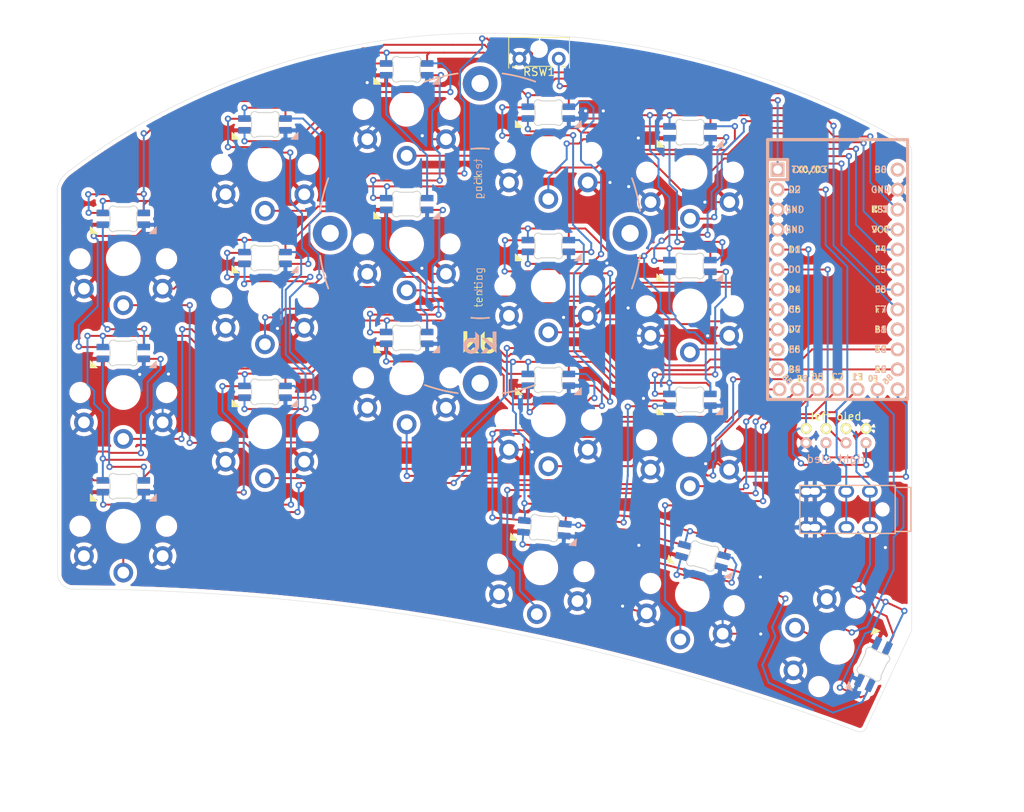
<source format=kicad_pcb>
(kicad_pcb (version 20211014) (generator pcbnew)
  (layers (0 "F.Cu" signal) (31 "B.Cu" signal) (34 "B.Paste" user) (35 "F.Paste" user) (36 "B.SilkS" user "B.Silkscreen") (37 "F.SilkS" user "F.Silkscreen") (38 "B.Mask" user) (39 "F.Mask" user) (44 "Edge.Cuts" user))
  (net 0 "")
  (net 1 "gnd")
  (net 2 "vcc")
  (net 3 "Switch18")
  (net 4 "reset")
  (net 5 "Switch1")
  (net 6 "Switch2")
  (net 7 "Switch3")
  (net 8 "Switch4")
  (net 9 "Switch5")
  (net 10 "Switch6")
  (net 11 "Switch7")
  (net 12 "Switch8")
  (net 13 "Switch9")
  (net 14 "Switch10")
  (net 15 "Switch11")
  (net 16 "Switch12")
  (net 17 "Switch13")
  (net 18 "Switch14")
  (net 19 "Switch15")
  (net 20 "Switch16")
  (net 21 "Switch17")
  (net 22 "raw")
  (net 24 "Net-(D1-Pad2)")
  (net 25 "led")
  (net 26 "Net-(D2-Pad2)")
  (net 27 "data")
  (net 28 "Net-(D16-Pad2)")
  (net 29 "Net-(D3-Pad2)")
  (net 30 "Net-(D17-Pad2)")
  (net 31 "Net-(D4-Pad2)")
  (net 32 "Net-(D5-Pad2)")
  (net 33 "Net-(D6-Pad2)")
  (net 34 "Net-(D10-Pad4)")
  (net 35 "Net-(D11-Pad4)")
  (net 36 "Net-(D12-Pad4)")
  (net 37 "Net-(D10-Pad2)")
  (net 38 "Net-(D11-Pad2)")
  (net 39 "Net-(D12-Pad2)")
  (net 40 "Net-(D13-Pad2)")
  (net 41 "Net-(D14-Pad2)")
  (net 42 "Net-(D15-Pad2)")
  (net 44 "sda")
  (net 45 "scl")
  (net 46 "Net-(D19-Pad2)")
  (net 47 "Net-(D20-Pad2)")
  (net 48 "Net-(D20-Pad4)")
  (net 49 "Net-(D21-Pad2)")
  (net 50 "Net-(D21-Pad4)")
  (net 51 "Net-(D22-Pad2)")
  (net 52 "Net-(D23-Pad2)")
  (net 53 "Net-(D24-Pad2)")
  (net 54 "Net-(D25-Pad2)")
  (net 55 "Net-(D26-Pad2)")
  (net 56 "Net-(D27-Pad2)")
  (net 57 "Net-(D28-Pad2)")
  (net 58 "Net-(D29-Pad2)")
  (net 59 "Net-(D30-Pad2)")
  (net 60 "Net-(D31-Pad2)")
  (net 61 "Net-(D32-Pad2)")
  (net 62 "Net-(D33-Pad2)")
  (footprint "Keebio-Parts:TRRS-PJ-320A" (layer "F.Cu") (at 120.431735 72.983182 -90)
    (fp_text reference "J2")
    (fp_text value "AudioJack4dpb")
  )
  (footprint "Keebio-Parts:SW_Tactile_SPST_Angled_MJTP1117-no-mount" (layer "F.Cu") (at 72.688733 15.675683)
    (fp_text reference "RSW1")
    (fp_text value "SW_Push")
  )
  (footprint "Keebio-Parts:Kailh-PG1350-1u-reversible" (layer "F.Cu") (at 22.363734 41.113183)
    (fp_text reference "SW2")
    (fp_text value "SW_Push" hide)
  )
  (footprint "Keebio-Parts:Kailh-PG1350-1u-reversible" (layer "F.Cu") (at 40.363734 29.113183)
    (fp_text reference "SW3")
    (fp_text value "SW_Push" hide)
  )
  (footprint "Keebio-Parts:Kailh-PG1350-1u-reversible" (layer "F.Cu") (at 58.363733 22.113183)
    (fp_text reference "SW4")
    (fp_text value "SW_Push" hide)
  )
  (footprint "Keebio-Parts:Kailh-PG1350-1u-reversible" (layer "F.Cu") (at 76.363734 27.613183)
    (fp_text reference "SW5")
    (fp_text value "SW_Push" hide)
  )
  (footprint "Keebio-Parts:Kailh-PG1350-1u-reversible" (layer "F.Cu") (at 94.363733 30.113183)
    (fp_text reference "SW6")
    (fp_text value "SW_Push" hide)
  )
  (footprint "Keebio-Parts:Kailh-PG1350-1u-reversible" (layer "F.Cu") (at 22.363734 58.113183)
    (fp_text reference "SW8")
    (fp_text value "SW_Push" hide)
  )
  (footprint "Keebio-Parts:Kailh-PG1350-1u-reversible" (layer "F.Cu") (at 40.363734 46.087183)
    (fp_text reference "SW9")
    (fp_text value "SW_Push" hide)
  )
  (footprint "Keebio-Parts:Kailh-PG1350-1u-reversible" (layer "F.Cu") (at 58.363734 39.229183)
    (fp_text reference "SW10")
    (fp_text value "SW_Push" hide)
  )
  (footprint "Keebio-Parts:Kailh-PG1350-1u-reversible" (layer "F.Cu") (at 76.363734 44.563184)
    (fp_text reference "SW11")
    (fp_text value "SW_Push" hide)
  )
  (footprint "Keebio-Parts:Kailh-PG1350-1u-reversible" (layer "F.Cu") (at 94.343732 47.103183)
    (fp_text reference "SW12")
    (fp_text value "SW_Push" hide)
  )
  (footprint "Keebio-Parts:Kailh-PG1350-1u-reversible" (layer "F.Cu") (at 22.363734 75.113183)
    (fp_text reference "SW14")
    (fp_text value "SW_Push" hide)
  )
  (footprint "Keebio-Parts:Kailh-PG1350-1u-reversible" (layer "F.Cu") (at 40.363734 63.105182)
    (fp_text reference "SW15")
    (fp_text value "SW_Push" hide)
  )
  (footprint "Keebio-Parts:Kailh-PG1350-1u-reversible" (layer "F.Cu") (at 58.363732 56.247182)
    (fp_text reference "SW16")
    (fp_text value "SW_Push" hide)
  )
  (footprint "Keebio-Parts:Kailh-PG1350-1u-reversible" (layer "F.Cu") (at 76.363734 61.581184)
    (fp_text reference "SW17")
    (fp_text value "SW_Push" hide)
  )
  (footprint "Keebio-Parts:Kailh-PG1350-1u-reversible" (layer "F.Cu") (at 94.343734 64.121183)
    (fp_text reference "SW18")
    (fp_text value "SW_Push" hide)
  )
  (footprint "Keebio-Parts:Kailh-PG1350-1u-reversible" (layer "F.Cu") (at 113.063735 90.513182 -115)
    (fp_text reference "SW20")
    (fp_text value "SW_Push" hide)
  )
  (footprint "Keebio-Parts:Kailh-PG1350-1u-reversible" (layer "F.Cu") (at 94.663733 83.813182 -15)
    (fp_text reference "SW21")
    (fp_text value "SW_Push" hide)
  )
  (footprint "kbd:Tenting_Puck2" (layer "F.Cu") (at 67.696985 37.877839)
    (fp_text reference "REF**")
    (fp_text value "Tenting Puck")
  )
  (footprint "sweep36:MX_SK6812MINI-E_REV" (layer "F.Cu") (at 75.413733 80.413181 175)
    (fp_text reference "D12" hide)
    (fp_text value "SK6812MINI-E")
    (fp_line (start 1.699999 4.377158) (end 1.699999 5.782842) (layer "Edge.Cuts") (width 0.1))
    (fp_line (start 0.794452 6.579999) (end -0.794453 6.579999) (layer "Edge.Cuts") (width 0.1))
    (fp_line (start -0.794452 3.58) (end 0.794452 3.58) (layer "Edge.Cuts") (width 0.1))
    (fp_line (start -1.699999 5.782842) (end -1.699999 4.377158) (layer "Edge.Cuts") (width 0.1))
    (fp_arc (start -1.046711 6.648298) (mid -0.925124 6.597376) (end -0.794453 6.579999) (layer "Edge.Cuts") (width 0.1))
    (fp_arc (start -1.699999 5.782843) (mid -1.712527 5.894069) (end -1.749484 5.99972) (layer "Edge.Cuts") (width 0.1))
    (fp_arc (start -1.749484 4.160281) (mid -1.638072 3.575966) (end -1.046711 3.511701) (layer "Edge.Cuts") (width 0.1))
    (fp_arc (start 1.046711 3.511703) (mid 1.63807 3.575966) (end 1.749484 4.16028) (layer "Edge.Cuts") (width 0.1))
    (fp_arc (start 0.794453 6.58) (mid 0.925123 6.597377) (end 1.046711 6.648299) (layer "Edge.Cuts") (width 0.1))
    (fp_arc (start 1.749484 5.99972) (mid 1.638071 6.584035) (end 1.046711 6.648299) (layer "Edge.Cuts") (width 0.1))
    (fp_arc (start 1.699999 4.377157) (mid 1.712527 4.265932) (end 1.749484 4.16028) (layer "Edge.Cuts") (width 0.1))
    (fp_arc (start -1.749484 4.16028) (mid -1.712527 4.265932) (end -1.699999 4.377158) (layer "Edge.Cuts") (width 0.1))
    (fp_arc (start -1.046711 6.648298) (mid -1.63807 6.584034) (end -1.749484 5.99972) (layer "Edge.Cuts") (width 0.1))
    (fp_arc (start 1.749484 5.99972) (mid 1.712527 5.894068) (end 1.699999 5.782842) (layer "Edge.Cuts") (width 0.1))
    (fp_arc (start 1.04671 3.511701) (mid 0.925122 3.562623) (end 0.794452 3.58) (layer "Edge.Cuts") (width 0.1))
    (fp_arc (start -0.794452 3.58) (mid -0.925123 3.562623) (end -1.046711 3.511701) (layer "Edge.Cuts") (width 0.1))
  )
  (footprint "sweep36:MX_SK6812MINI-E_REV" (layer "F.Cu") (at 40.363734 29.113183 180)
    (fp_text reference "D16" hide)
    (fp_text value "SK6812MINI-E")
    (fp_line (start 1.699999 4.377158) (end 1.699999 5.782842) (layer "Edge.Cuts") (width 0.1))
    (fp_line (start -1.699999 5.782842) (end -1.699999 4.377158) (layer "Edge.Cuts") (width 0.1))
    (fp_line (start 0.794452 6.579999) (end -0.794453 6.579999) (layer "Edge.Cuts") (width 0.1))
    (fp_line (start -0.794452 3.58) (end 0.794452 3.58) (layer "Edge.Cuts") (width 0.1))
    (fp_arc (start 1.04671 3.511701) (mid 0.925122 3.562623) (end 0.794452 3.58) (layer "Edge.Cuts") (width 0.1))
    (fp_arc (start -1.699999 5.782843) (mid -1.712527 5.894068) (end -1.749484 5.99972) (layer "Edge.Cuts") (width 0.1))
    (fp_arc (start -1.749484 4.160281) (mid -1.638072 3.575965) (end -1.046711 3.511701) (layer "Edge.Cuts") (width 0.1))
    (fp_arc (start -1.046711 6.648298) (mid -0.925123 6.597376) (end -0.794453 6.579999) (layer "Edge.Cuts") (width 0.1))
    (fp_arc (start -1.749484 4.16028) (mid -1.712527 4.265932) (end -1.699999 4.377158) (layer "Edge.Cuts") (width 0.1))
    (fp_arc (start 1.699999 4.377157) (mid 1.712527 4.265932) (end 1.749484 4.16028) (layer "Edge.Cuts") (width 0.1))
    (fp_arc (start 1.749484 5.99972) (mid 1.712527 5.894068) (end 1.699999 5.782842) (layer "Edge.Cuts") (width 0.1))
    (fp_arc (start 1.749484 5.99972) (mid 1.638071 6.584035) (end 1.046711 6.648299) (layer "Edge.Cuts") (width 0.1))
    (fp_arc (start -1.046711 6.648298) (mid -1.63807 6.584034) (end -1.749484 5.99972) (layer "Edge.Cuts") (width 0.1))
    (fp_arc (start -0.794452 3.58) (mid -0.925123 3.562623) (end -1.046711 3.511701) (layer "Edge.Cuts") (width 0.1))
    (fp_arc (start 0.794453 6.58) (mid 0.925123 6.597377) (end 1.046711 6.648299) (layer "Edge.Cuts") (width 0.1))
    (fp_arc (start 1.046711 3.511703) (mid 1.63807 3.575966) (end 1.749484 4.16028) (layer "Edge.Cuts") (width 0.1))
  )
  (footprint "sweep36:MX_SK6812MINI-E_REV" (layer "F.Cu") (at 58.363732 56.247182 180)
    (fp_text reference "D8" hide)
    (fp_text value "SK6812MINI-E")
    (fp_line (start 1.699999 4.377158) (end 1.699999 5.782842) (layer "Edge.Cuts") (width 0.1))
    (fp_line (start -1.699999 5.782842) (end -1.699999 4.377158) (layer "Edge.Cuts") (width 0.1))
    (fp_line (start 0.794452 6.579999) (end -0.794453 6.579999) (layer "Edge.Cuts") (width 0.1))
    (fp_line (start -0.794452 3.58) (end 0.794452 3.58) (layer "Edge.Cuts") (width 0.1))
    (fp_arc (start -1.749484 4.160281) (mid -1.638072 3.575965) (end -1.046711 3.511701) (layer "Edge.Cuts") (width 0.1))
    (fp_arc (start -1.046711 6.648298) (mid -1.63807 6.584034) (end -1.749484 5.99972) (layer "Edge.Cuts") (width 0.1))
    (fp_arc (start 1.04671 3.511701) (mid 0.925122 3.562623) (end 0.794452 3.58) (layer "Edge.Cuts") (width 0.1))
    (fp_arc (start 1.046711 3.511703) (mid 1.63807 3.575966) (end 1.749484 4.16028) (layer "Edge.Cuts") (width 0.1))
    (fp_arc (start 1.699999 4.377157) (mid 1.712527 4.265932) (end 1.749484 4.16028) (layer "Edge.Cuts") (width 0.1))
    (fp_arc (start 1.749484 5.99972) (mid 1.638071 6.584035) (end 1.046711 6.648299) (layer "Edge.Cuts") (width 0.1))
    (fp_arc (start -1.749484 4.16028) (mid -1.712527 4.265932) (end -1.699999 4.377158) (layer "Edge.Cuts") (width 0.1))
    (fp_arc (start 0.794453 6.58) (mid 0.925123 6.597377) (end 1.046711 6.648299) (layer "Edge.Cuts") (width 0.1))
    (fp_arc (start -1.046711 6.648298) (mid -0.925123 6.597376) (end -0.794453 6.579999) (layer "Edge.Cuts") (width 0.1))
    (fp_arc (start -1.699999 5.782843) (mid -1.712527 5.894068) (end -1.749484 5.99972) (layer "Edge.Cuts") (width 0.1))
    (fp_arc (start -0.794452 3.58) (mid -0.925123 3.562623) (end -1.046711 3.511701) (layer "Edge.Cuts") (width 0.1))
    (fp_arc (start 1.749484 5.99972) (mid 1.712527 5.894068) (end 1.699999 5.782842) (layer "Edge.Cuts") (width 0.1))
  )
  (footprint "sweep36:MX_SK6812MINI-E_REV" (layer "F.Cu") (at 58.363733 22.113183 180)
    (fp_text reference "D2" hide)
    (fp_text value "SK6812MINI-E")
    (fp_line (start 1.699999 4.377158) (end 1.699999 5.782842) (layer "Edge.Cuts") (width 0.1))
    (fp_line (start -1.699999 5.782842) (end -1.699999 4.377158) (layer "Edge.Cuts") (width 0.1))
    (fp_line (start -0.794452 3.58) (end 0.794452 3.58) (layer "Edge.Cuts") (width 0.1))
    (fp_line (start 0.794452 6.579999) (end -0.794453 6.579999) (layer "Edge.Cuts") (width 0.1))
    (fp_arc (start 1.046711 3.511703) (mid 1.63807 3.575966) (end 1.749484 4.16028) (layer "Edge.Cuts") (width 0.1))
    (fp_arc (start -1.046711 6.648298) (mid -1.63807 6.584034) (end -1.749484 5.99972) (layer "Edge.Cuts") (width 0.1))
    (fp_arc (start -1.749484 4.160281) (mid -1.638072 3.575965) (end -1.046711 3.511701) (layer "Edge.Cuts") (width 0.1))
    (fp_arc (start 0.794453 6.58) (mid 0.925123 6.597377) (end 1.046711 6.648299) (layer "Edge.Cuts") (width 0.1))
    (fp_arc (start -0.794452 3.58) (mid -0.925123 3.562623) (end -1.046711 3.511701) (layer "Edge.Cuts") (width 0.1))
    (fp_arc (start -1.046711 6.648298) (mid -0.925123 6.597376) (end -0.794453 6.579999) (layer "Edge.Cuts") (width 0.1))
    (fp_arc (start 1.749484 5.99972) (mid 1.638071 6.584035) (end 1.046711 6.648299) (layer "Edge.Cuts") (width 0.1))
    (fp_arc (start -1.699999 5.782843) (mid -1.712527 5.894068) (end -1.749484 5.99972) (layer "Edge.Cuts") (width 0.1))
    (fp_arc (start 1.699999 4.377157) (mid 1.712527 4.265932) (end 1.749484 4.16028) (layer "Edge.Cuts") (width 0.1))
    (fp_arc (start 1.04671 3.511701) (mid 0.925122 3.562623) (end 0.794452 3.58) (layer "Edge.Cuts") (width 0.1))
    (fp_arc (start -1.749484 4.16028) (mid -1.712527 4.265932) (end -1.699999 4.377158) (layer "Edge.Cuts") (width 0.1))
    (fp_arc (start 1.749484 5.99972) (mid 1.712527 5.894068) (end 1.699999 5.782842) (layer "Edge.Cuts") (width 0.1))
  )
  (footprint "sweep36:MX_SK6812MINI-E_REV" (layer "F.Cu") (at 94.663733 83.813182 165)
    (fp_text reference "D15" hide)
    (fp_text value "SK6812MINI-E")
    (fp_line (start 0.794452 6.579999) (end -0.794453 6.579999) (layer "Edge.Cuts") (width 0.1))
    (fp_line (start -1.699999 5.782842) (end -1.699999 4.377158) (layer "Edge.Cuts") (width 0.1))
    (fp_line (start -0.794452 3.58) (end 0.794452 3.58) (layer "Edge.Cuts") (width 0.1))
    (fp_line (start 1.699999 4.377158) (end 1.699999 5.782842) (layer "Edge.Cuts") (width 0.1))
    (fp_arc (start 1.04671 3.511701) (mid 0.925123 3.562623) (end 0.794452 3.58) (layer "Edge.Cuts") (width 0.1))
    (fp_arc (start 1.699999 4.377157) (mid 1.712527 4.265932) (end 1.749484 4.16028) (layer "Edge.Cuts") (width 0.1))
    (fp_arc (start 1.046711 3.511703) (mid 1.63807 3.575966) (end 1.749484 4.16028) (layer "Edge.Cuts") (width 0.1))
    (fp_arc (start 1.749484 5.99972) (mid 1.638071 6.584035) (end 1.046711 6.648299) (layer "Edge.Cuts") (width 0.1))
    (fp_arc (start -1.699999 5.782843) (mid -1.712527 5.894069) (end -1.749484 5.99972) (layer "Edge.Cuts") (width 0.1))
    (fp_arc (start -0.794452 3.58) (mid -0.925122 3.562623) (end -1.046711 3.511701) (layer "Edge.Cuts") (width 0.1))
    (fp_arc (start 0.794453 6.58) (mid 0.925123 6.597377) (end 1.046711 6.648299) (layer "Edge.Cuts") (width 0.1))
    (fp_arc (start -1.046711 6.648298) (mid -0.925124 6.597376) (end -0.794453 6.579999) (layer "Edge.Cuts") (width 0.1))
    (fp_arc (start -1.046711 6.648298) (mid -1.63807 6.584034) (end -1.749484 5.99972) (layer "Edge.Cuts") (width 0.1))
    (fp_arc (start 1.749484 5.99972) (mid 1.712527 5.894068) (end 1.699999 5.782842) (layer "Edge.Cuts") (width 0.1))
    (fp_arc (start -1.749484 4.160281) (mid -1.638072 3.575965) (end -1.046711 3.511701) (layer "Edge.Cuts") (width 0.1))
    (fp_arc (start -1.749484 4.16028) (mid -1.712527 4.265932) (end -1.699999 4.377158) (layer "Edge.Cuts") (width 0.1))
  )
  (footprint "sweep36:MX_SK6812MINI-E_REV" (layer "F.Cu") (at 76.363734 61.581184 180)
    (fp_text reference "D11" hide)
    (fp_text value "SK6812MINI-E")
    (fp_line (start 1.699999 4.377158) (end 1.699999 5.782842) (layer "Edge.Cuts") (width 0.1))
    (fp_line (start 0.794452 6.579999) (end -0.794453 6.579999) (layer "Edge.Cuts") (width 0.1))
    (fp_line (start -1.699999 5.782842) (end -1.699999 4.377158) (layer "Edge.Cuts") (width 0.1))
    (fp_line (start -0.794452 3.58) (end 0.794452 3.58) (layer "Edge.Cuts") (width 0.1))
    (fp_arc (start 1.04671 3.511701) (mid 0.925122 3.562623) (end 0.794452 3.58) (layer "Edge.Cuts") (width 0.1))
    (fp_arc (start 1.749484 5.99972) (mid 1.712527 5.894068) (end 1.699999 5.782842) (layer "Edge.Cuts") (width 0.1))
    (fp_arc (start -0.794452 3.58) (mid -0.925123 3.562623) (end -1.046711 3.511701) (layer "Edge.Cuts") (width 0.1))
    (fp_arc (start -1.749484 4.16028) (mid -1.712527 4.265932) (end -1.699999 4.377158) (layer "Edge.Cuts") (width 0.1))
    (fp_arc (start -1.699999 5.782843) (mid -1.712527 5.894068) (end -1.749484 5.99972) (layer "Edge.Cuts") (width 0.1))
    (fp_arc (start -1.749484 4.160281) (mid -1.638072 3.575965) (end -1.046711 3.511701) (layer "Edge.Cuts") (width 0.1))
    (fp_arc (start 1.699999 4.377157) (mid 1.712527 4.265932) (end 1.749484 4.16028) (layer "Edge.Cuts") (width 0.1))
    (fp_arc (start 1.046711 3.511703) (mid 1.63807 3.575966) (end 1.749484 4.16028) (layer "Edge.Cuts") (width 0.1))
    (fp_arc (start -1.046711 6.648298) (mid -0.925123 6.597376) (end -0.794453 6.579999) (layer "Edge.Cuts") (width 0.1))
    (fp_arc (start 1.749484 5.99972) (mid 1.638071 6.584035) (end 1.046711 6.648299) (layer "Edge.Cuts") (width 0.1))
    (fp_arc (start -1.046711 6.648298) (mid -1.63807 6.584034) (end -1.749484 5.99972) (layer "Edge.Cuts") (width 0.1))
    (fp_arc (start 0.794453 6.58) (mid 0.925123 6.597377) (end 1.046711 6.648299) (layer "Edge.Cuts") (width 0.1))
  )
  (footprint "Keebio-Parts:Elite-C" (layer "F.Cu") (at 113.113733 43.749933 -90)
    (fp_text reference "U2" hide)
    (fp_text value "Elite-C" hide)
  )
  (footprint "sweep36:MX_SK6812MINI-E_REV" (layer "F.Cu") (at 76.363734 44.563184 180)
    (fp_text reference "D14" hide)
    (fp_text value "SK6812MINI-E")
    (fp_line (start -0.794452 3.58) (end 0.794452 3.58) (layer "Edge.Cuts") (width 0.1))
    (fp_line (start 1.699999 4.377158) (end 1.699999 5.782842) (layer "Edge.Cuts") (width 0.1))
    (fp_line (start -1.699999 5.782842) (end -1.699999 4.377158) (layer "Edge.Cuts") (width 0.1))
    (fp_line (start 0.794452 6.579999) (end -0.794453 6.579999) (layer "Edge.Cuts") (width 0.1))
    (fp_arc (start -1.046711 6.648298) (mid -0.925123 6.597376) (end -0.794453 6.579999) (layer "Edge.Cuts") (width 0.1))
    (fp_arc (start 1.699999 4.377157) (mid 1.712527 4.265932) (end 1.749484 4.16028) (layer "Edge.Cuts") (width 0.1))
    (fp_arc (start 1.046711 3.511703) (mid 1.63807 3.575966) (end 1.749484 4.16028) (layer "Edge.Cuts") (width 0.1))
    (fp_arc (start 0.794453 6.58) (mid 0.925123 6.597377) (end 1.046711 6.648299) (layer "Edge.Cuts") (width 0.1))
    (fp_arc (start 1.749484 5.99972) (mid 1.712527 5.894068) (end 1.699999 5.782842) (layer "Edge.Cuts") (width 0.1))
    (fp_arc (start -1.749484 4.160281) (mid -1.638072 3.575965) (end -1.046711 3.511701) (layer "Edge.Cuts") (width 0.1))
    (fp_arc (start -0.794452 3.58) (mid -0.925123 3.562623) (end -1.046711 3.511701) (layer "Edge.Cuts") (width 0.1))
    (fp_arc (start 1.749484 5.99972) (mid 1.638071 6.584035) (end 1.046711 6.648299) (layer "Edge.Cuts") (width 0.1))
    (fp_arc (start 1.04671 3.511701) (mid 0.925122 3.562623) (end 0.794452 3.58) (layer "Edge.Cuts") (width 0.1))
    (fp_arc (start -1.699999 5.782843) (mid -1.712527 5.894068) (end -1.749484 5.99972) (layer "Edge.Cuts") (width 0.1))
    (fp_arc (start -1.046711 6.648298) (mid -1.63807 6.584034) (end -1.749484 5.99972) (layer "Edge.Cuts") (width 0.1))
    (fp_arc (start -1.749484 4.16028) (mid -1.712527 4.265932) (end -1.699999 4.377158) (layer "Edge.Cuts") (width 0.1))
  )
  (footprint "sweep36:MX_SK6812MINI-E_REV" (layer "F.Cu") (at 40.363734 63.105182 180)
    (fp_text reference "D10" hide)
    (fp_text value "SK6812MINI-E")
    (fp_line (start 0.794452 6.579999) (end -0.794453 6.579999) (layer "Edge.Cuts") (width 0.1))
    (fp_line (start -0.794452 3.58) (end 0.794452 3.58) (layer "Edge.Cuts") (width 0.1))
    (fp_line (start 1.699999 4.377158) (end 1.699999 5.782842) (layer "Edge.Cuts") (width 0.1))
    (fp_line (start -1.699999 5.782842) (end -1.699999 4.377158) (layer "Edge.Cuts") (width 0.1))
    (fp_arc (start -1.699999 5.782843) (mid -1.712527 5.894068) (end -1.749484 5.99972) (layer "Edge.Cuts") (width 0.1))
    (fp_arc (start -1.749484 4.160281) (mid -1.638072 3.575965) (end -1.046711 3.511701) (layer "Edge.Cuts") (width 0.1))
    (fp_arc (start -0.794452 3.58) (mid -0.925123 3.562623) (end -1.046711 3.511701) (layer "Edge.Cuts") (width 0.1))
    (fp_arc (start -1.046711 6.648298) (mid -0.925123 6.597376) (end -0.794453 6.579999) (layer "Edge.Cuts") (width 0.1))
    (fp_arc (start 1.04671 3.511701) (mid 0.925122 3.562623) (end 0.794452 3.58) (layer "Edge.Cuts") (width 0.1))
    (fp_arc (start 1.046711 3.511703) (mid 1.63807 3.575966) (end 1.749484 4.16028) (layer "Edge.Cuts") (width 0.1))
    (fp_arc (start -1.749484 4.16028) (mid -1.712527 4.265932) (end -1.699999 4.377158) (layer "Edge.Cuts") (width 0.1))
    (fp_arc (start 1.749484 5.99972) (mid 1.638071 6.584035) (end 1.046711 6.648299) (layer "Edge.Cuts") (width 0.1))
    (fp_arc (start 1.699999 4.377157) (mid 1.712527 4.265932) (end 1.749484 4.16028) (layer "Edge.Cuts") (width 0.1))
    (fp_arc (start 0.794453 6.58) (mid 0.925123 6.597377) (end 1.046711 6.648299) (layer "Edge.Cuts") (width 0.1))
    (fp_arc (start 1.749484 5.99972) (mid 1.712527 5.894068) (end 1.699999 5.782842) (layer "Edge.Cuts") (width 0.1))
    (fp_arc (start -1.046711 6.648298) (mid -1.63807 6.584034) (end -1.749484 5.99972) (layer "Edge.Cuts") (width 0.1))
  )
  (footprint "sweep36:MX_SK6812MINI-E_REV" (layer "F.Cu") (at 22.363734 41.113183 180)
    (fp_text reference "D1" hide)
    (fp_text value "SK6812MINI-E")
    (fp_line (start 1.699999 4.377158) (end 1.699999 5.782842) (layer "Edge.Cuts") (width 0.1))
    (fp_line (start -1.699999 5.782842) (end -1.699999 4.377158) (layer "Edge.Cuts") (width 0.1))
    (fp_line (start -0.794452 3.58) (end 0.794452 3.58) (layer "Edge.Cuts") (width 0.1))
    (fp_line (start 0.794452 6.579999) (end -0.794453 6.579999) (layer "Edge.Cuts") (width 0.1))
    (fp_arc (start 1.749484 5.99972) (mid 1.638071 6.584035) (end 1.046711 6.648299) (layer "Edge.Cuts") (width 0.1))
    (fp_arc (start -1.046711 6.648298) (mid -0.925123 6.597376) (end -0.794453 6.579999) (layer "Edge.Cuts") (width 0.1))
    (fp_arc (start 1.04671 3.511701) (mid 0.925122 3.562623) (end 0.794452 3.58) (layer "Edge.Cuts") (width 0.1))
    (fp_arc (start -0.794452 3.58) (mid -0.925123 3.562623) (end -1.046711 3.511701) (layer "Edge.Cuts") (width 0.1))
    (fp_arc (start -1.749484 4.16028) (mid -1.712527 4.265932) (end -1.699999 4.377158) (layer "Edge.Cuts") (width 0.1))
    (fp_arc (start -1.046711 6.648298) (mid -1.63807 6.584034) (end -1.749484 5.99972) (layer "Edge.Cuts") (width 0.1))
    (fp_arc (start 1.046711 3.511703) (mid 1.63807 3.575966) (end 1.749484 4.16028) (layer "Edge.Cuts") (width 0.1))
    (fp_arc (start -1.749484 4.160281) (mid -1.638072 3.575965) (end -1.046711 3.511701) (layer "Edge.Cuts") (width 0.1))
    (fp_arc (start -1.699999 5.782843) (mid -1.712527 5.894068) (end -1.749484 5.99972) (layer "Edge.Cuts") (width 0.1))
    (fp_arc (start 0.794453 6.58) (mid 0.925123 6.597377) (end 1.046711 6.648299) (layer "Edge.Cuts") (width 0.1))
    (fp_arc (start 1.749484 5.99972) (mid 1.712527 5.894068) (end 1.699999 5.782842) (layer "Edge.Cuts") (width 0.1))
    (fp_arc (start 1.699999 4.377157) (mid 1.712527 4.265932) (end 1.749484 4.16028) (layer "Edge.Cuts") (width 0.1))
  )
  (footprint "sweep36:MX_SK6812MINI-E_REV" (layer "F.Cu") (at 94.343734 64.121183 180)
    (fp_text reference "D9" hide)
    (fp_text value "SK6812MINI-E")
    (fp_line (start 0.794452 6.579999) (end -0.794453 6.579999) (layer "Edge.Cuts") (width 0.1))
    (fp_line (start 1.699999 4.377158) (end 1.699999 5.782842) (layer "Edge.Cuts") (width 0.1))
    (fp_line (start -0.794452 3.58) (end 0.794452 3.58) (layer "Edge.Cuts") (width 0.1))
    (fp_line (start -1.699999 5.782842) (end -1.699999 4.377158) (layer "Edge.Cuts") (width 0.1))
    (fp_arc (start 1.749484 5.99972) (mid 1.638071 6.584035) (end 1.046711 6.648299) (layer "Edge.Cuts") (width 0.1))
    (fp_arc (start -1.749484 4.16028) (mid -1.712527 4.265932) (end -1.699999 4.377158) (layer "Edge.Cuts") (width 0.1))
    (fp_arc (start 1.699999 4.377157) (mid 1.712527 4.265932) (end 1.749484 4.16028) (layer "Edge.Cuts") (width 0.1))
    (fp_arc (start -0.794452 3.58) (mid -0.925123 3.562623) (end -1.046711 3.511701) (layer "Edge.Cuts") (width 0.1))
    (fp_arc (start -1.046711 6.648298) (mid -1.63807 6.584034) (end -1.749484 5.99972) (layer "Edge.Cuts") (width 0.1))
    (fp_arc (start 1.046711 3.511703) (mid 1.63807 3.575966) (end 1.749484 4.16028) (layer "Edge.Cuts") (width 0.1))
    (fp_arc (start 1.04671 3.511701) (mid 0.925122 3.562623) (end 0.794452 3.58) (layer "Edge.Cuts") (width 0.1))
    (fp_arc (start -1.046711 6.648298) (mid -0.925123 6.597376) (end -0.794453 6.579999) (layer "Edge.Cuts") (width 0.1))
    (fp_arc (start 0.794453 6.58) (mid 0.925123 6.597377) (end 1.046711 6.648299) (layer "Edge.Cuts") (width 0.1))
    (fp_arc (start 1.749484 5.99972) (mid 1.712527 5.894068) (end 1.699999 5.782842) (layer "Edge.Cuts") (width 0.1))
    (fp_arc (start -1.699999 5.782843) (mid -1.712527 5.894068) (end -1.749484 5.99972) (layer "Edge.Cuts") (width 0.1))
    (fp_arc (start -1.749484 4.160281) (mid -1.638072 3.575965) (end -1.046711 3.511701) (layer "Edge.Cuts") (width 0.1))
  )
  (footprint "sweep36:MX_SK6812MINI-E_REV" (layer "F.Cu") (at 76.363734 27.613183 180)
    (fp_text reference "D17" hide)
    (fp_text value "SK6812MINI-E")
    (fp_line (start 1.699999 4.377158) (end 1.699999 5.782842) (layer "Edge.Cuts") (width 0.1))
    (fp_line (start -1.699999 5.782842) (end -1.699999 4.377158) (layer "Edge.Cuts") (width 0.1))
    (fp_line (start -0.794452 3.58) (end 0.794452 3.58) (layer "Edge.Cuts") (width 0.1))
    (fp_line (start 0.794452 6.579999) (end -0.794453 6.579999) (layer "Edge.Cuts") (width 0.1))
    (fp_arc (start 1.749484 5.99972) (mid 1.638071 6.584035) (end 1.046711 6.648299) (layer "Edge.Cuts") (width 0.1))
    (fp_arc (start 1.749484 5.99972) (mid 1.712527 5.894068) (end 1.699999 5.782842) (layer "Edge.Cuts") (width 0.1))
    (fp_arc (start 0.794453 6.58) (mid 0.925123 6.597377) (end 1.046711 6.648299) (layer "Edge.Cuts") (width 0.1))
    (fp_arc (start 1.046711 3.511703) (mid 1.63807 3.575966) (end 1.749484 4.16028) (layer "Edge.Cuts") (width 0.1))
    (fp_arc (start -1.699999 5.782843) (mid -1.712527 5.894068) (end -1.749484 5.99972) (layer "Edge.Cuts") (width 0.1))
    (fp_arc (start -1.749484 4.160281) (mid -1.638072 3.575965) (end -1.046711 3.511701) (layer "Edge.Cuts") (width 0.1))
    (fp_arc (start -0.794452 3.58) (mid -0.925123 3.562623) (end -1.046711 3.511701) (layer "Edge.Cuts") (width 0.1))
    (fp_arc (start 1.04671 3.511701) (mid 0.925122 3.562623) (end 0.794452 3.58) (layer "Edge.Cuts") (width 0.1))
    (fp_arc (start -1.749484 4.16028) (mid -1.712527 4.265932) (end -1.699999 4.377158) (layer "Edge.Cuts") (width 0.1))
    (fp_arc (start -1.046711 6.648298) (mid -0.925123 6.597376) (end -0.794453 6.579999) (layer "Edge.Cuts") (width 0.1))
    (fp_arc (start -1.046711 6.648298) (mid -1.63807 6.584034) (end -1.749484 5.99972) (layer "Edge.Cuts") (width 0.1))
    (fp_arc (start 1.699999 4.377157) (mid 1.712527 4.265932) (end 1.749484 4.16028) (layer "Edge.Cuts") (width 0.1))
  )
  (footprint "sweep36:MX_SK6812MINI-E_REV" (layer "F.Cu") (at 113.063735 90.513182 65)
    (fp_text reference "D18" hide)
    (fp_text value "SK6812MINI-E")
    (fp_line (start -1.699999 5.782842) (end -1.699999 4.377158) (layer "Edge.Cuts") (width 0.1))
    (fp_line (start 1.699999 4.377158) (end 1.699999 5.782842) (layer "Edge.Cuts") (width 0.1))
    (fp_line (start 0.794452 6.579999) (end -0.794453 6.579999) (layer "Edge.Cuts") (width 0.1))
    (fp_line (start -0.794452 3.58) (end 0.794452 3.58) (layer "Edge.Cuts") (width 0.1))
    (fp_arc (start 1.04671 3.511701) (mid 0.925123 3.562623) (end 0.794452 3.58) (layer "Edge.Cuts") (width 0.1))
    (fp_arc (start 1.046711 3.511703) (mid 1.63807 3.575966) (end 1.749484 4.16028) (layer "Edge.Cuts") (width 0.1))
    (fp_arc (start -1.749484 4.160281) (mid -1.638072 3.575965) (end -1.046711 3.511701) (layer "Edge.Cuts") (width 0.1))
    (fp_arc (start -1.046711 6.648298) (mid -1.638071 6.584034) (end -1.749484 5.99972) (layer "Edge.Cuts") (width 0.1))
    (fp_arc (start -0.794452 3.58) (mid -0.925123 3.562623) (end -1.046711 3.511701) (layer "Edge.Cuts") (width 0.1))
    (fp_arc (start 0.794453 6.58) (mid 0.925123 6.597377) (end 1.046711 6.648299) (layer "Edge.Cuts") (width 0.1))
    (fp_arc (start 1.749484 5.99972) (mid 1.712527 5.894068) (end 1.699999 5.782842) (layer "Edge.Cuts") (width 0.1))
    (fp_arc (start 1.699999 4.377157) (mid 1.712527 4.265931) (end 1.749484 4.16028) (layer "Edge.Cuts") (width 0.1))
    (fp_arc (start 1.749484 5.99972) (mid 1.638071 6.584035) (end 1.046711 6.648299) (layer "Edge.Cuts") (width 0.1))
    (fp_arc (start -1.699999 5.782843) (mid -1.712527 5.894068) (end -1.749484 5.99972) (layer "Edge.Cuts") (width 0.1))
    (fp_arc (start -1.749484 4.16028) (mid -1.712527 4.265932) (end -1.699999 4.377158) (layer "Edge.Cuts") (width 0.1))
    (fp_arc (start -1.046711 6.648298) (mid -0.925124 6.597376) (end -0.794453 6.579999) (layer "Edge.Cuts") (width 0.1))
  )
  (footprint "sweep36:MX_SK6812MINI-E_REV" (layer "F.Cu") (at 22.363733 58.163183 180)
    (fp_text reference "D4" hide)
    (fp_text value "SK6812MINI-E")
    (fp_line (start 1.699999 4.377158) (end 1.699999 5.782842) (layer "Edge.Cuts") (width 0.1))
    (fp_line (start -0.794452 3.58) (end 0.794452 3.58) (layer "Edge.Cuts") (width 0.1))
    (fp_line (start 0.794452 6.579999) (end -0.794453 6.579999) (layer "Edge.Cuts") (width 0.1))
    (fp_line (start -1.699999 5.782842) (end -1.699999 4.377158) (layer "Edge.Cuts") (width 0.1))
    (fp_arc (start -0.794452 3.58) (mid -0.925123 3.562623) (end -1.046711 3.511701) (layer "Edge.Cuts") (width 0.1))
    (fp_arc (start 0.794453 6.58) (mid 0.925123 6.597377) (end 1.046711 6.648299) (layer "Edge.Cuts") (width 0.1))
    (fp_arc (start -1.749484 4.160281) (mid -1.638072 3.575965) (end -1.046711 3.511701) (layer "Edge.Cuts") (width 0.1))
    (fp_arc (start -1.699999 5.782843) (mid -1.712527 5.894068) (end -1.749484 5.99972) (layer "Edge.Cuts") (width 0.1))
    (fp_arc (start 1.749484 5.99972) (mid 1.638071 6.584035) (end 1.046711 6.648299) (layer "Edge.Cuts") (width 0.1))
    (fp_arc (start -1.046711 6.648298) (mid -1.63807 6.584034) (end -1.749484 5.99972) (layer "Edge.Cuts") (width 0.1))
    (fp_arc (start 1.04671 3.511701) (mid 0.925122 3.562623) (end 0.794452 3.58) (layer "Edge.Cuts") (width 0.1))
    (fp_arc (start 1.046711 3.511703) (mid 1.63807 3.575966) (end 1.749484 4.16028) (layer "Edge.Cuts") (width 0.1))
    (fp_arc (start -1.046711 6.648298) (mid -0.925123 6.597376) (end -0.794453 6.579999) (layer "Edge.Cuts") (width 0.1))
    (fp_arc (start 1.749484 5.99972) (mid 1.712527 5.894068) (end 1.699999 5.782842) (layer "Edge.Cuts") (width 0.1))
    (fp_arc (start 1.699999 4.377157) (mid 1.712527 4.265932) (end 1.749484 4.16028) (layer "Edge.Cuts") (width 0.1))
    (fp_arc (start -1.749484 4.16028) (mid -1.712527 4.265932) (end -1.699999 4.377158) (layer "Edge.Cuts") (width 0.1))
  )
  (footprint "sweep36:MX_SK6812MINI-E_REV" (layer "F.Cu") (at 94.363733 30.113183 180)
    (fp_text reference "D3" hide)
    (fp_text value "SK6812MINI-E")
    (fp_line (start 0.794452 6.579999) (end -0.794453 6.579999) (layer "Edge.Cuts") (width 0.1))
    (fp_line (start -1.699999 5.782842) (end -1.699999 4.377158) (layer "Edge.Cuts") (width 0.1))
    (fp_line (start -0.794452 3.58) (end 0.794452 3.58) (layer "Edge.Cuts") (width 0.1))
    (fp_line (start 1.699999 4.377158) (end 1.699999 5.782842) (layer "Edge.Cuts") (width 0.1))
    (fp_arc (start 1.749484 5.99972) (mid 1.712527 5.894068) (end 1.699999 5.782842) (layer "Edge.Cuts") (width 0.1))
    (fp_arc (start 1.046711 3.511703) (mid 1.63807 3.575966) (end 1.749484 4.16028) (layer "Edge.Cuts") (width 0.1))
    (fp_arc (start 0.794453 6.58) (mid 0.925123 6.597377) (end 1.046711 6.648299) (layer "Edge.Cuts") (width 0.1))
    (fp_arc (start -0.794452 3.58) (mid -0.925123 3.562623) (end -1.046711 3.511701) (layer "Edge.Cuts") (width 0.1))
    (fp_arc (start -1.046711 6.648298) (mid -0.925123 6.597376) (end -0.794453 6.579999) (layer "Edge.Cuts") (width 0.1))
    (fp_arc (start -1.749484 4.16028) (mid -1.712527 4.265932) (end -1.699999 4.377158) (layer "Edge.Cuts") (width 0.1))
    (fp_arc (start 1.749484 5.99972) (mid 1.638071 6.584035) (end 1.046711 6.648299) (layer "Edge.Cuts") (width 0.1))
    (fp_arc (start -1.046711 6.648298) (mid -1.63807 6.584034) (end -1.749484 5.99972) (layer "Edge.Cuts") (width 0.1))
    (fp_arc (start -1.749484 4.160281) (mid -1.638072 3.575965) (end -1.046711 3.511701) (layer "Edge.Cuts") (width 0.1))
    (fp_arc (start -1.699999 5.782843) (mid -1.712527 5.894068) (end -1.749484 5.99972) (layer "Edge.Cuts") (width 0.1))
    (fp_arc (start 1.699999 4.377157) (mid 1.712527 4.265932) (end 1.749484 4.16028) (layer "Edge.Cuts") (width 0.1))
    (fp_arc (start 1.04671 3.511701) (mid 0.925122 3.562623) (end 0.794452 3.58) (layer "Edge.Cuts") (width 0.1))
  )
  (footprint "sweep36:MX_SK6812MINI-E_REV" (layer "F.Cu") (at 22.363734 75.113183 180)
    (fp_text reference "D7" hide)
    (fp_text value "SK6812MINI-E")
    (fp_line (start 0.794452 6.579999) (end -0.794453 6.579999) (layer "Edge.Cuts") (width 0.1))
    (fp_line (start -1.699999 5.782842) (end -1.699999 4.377158) (layer "Edge.Cuts") (width 0.1))
    (fp_line (start -0.794452 3.58) (end 0.794452 3.58) (layer "Edge.Cuts") (width 0.1))
    (fp_line (start 1.699999 4.377158) (end 1.699999 5.782842) (layer "Edge.Cuts") (width 0.1))
    (fp_arc (start -1.749484 4.160281) (mid -1.638072 3.575965) (end -1.046711 3.511701) (layer "Edge.Cuts") (width 0.1))
    (fp_arc (start 1.04671 3.511701) (mid 0.925122 3.562623) (end 0.794452 3.58) (layer "Edge.Cuts") (width 0.1))
    (fp_arc (start 1.749484 5.99972) (mid 1.712527 5.894068) (end 1.699999 5.782842) (layer "Edge.Cuts") (width 0.1))
    (fp_arc (start -1.699999 5.782843) (mid -1.712527 5.894068) (end -1.749484 5.99972) (layer "Edge.Cuts") (width 0.1))
    (fp_arc (start 1.046711 3.511703) (mid 1.63807 3.575966) (end 1.749484 4.16028) (layer "Edge.Cuts") (width 0.1))
    (fp_arc (start 0.794453 6.58) (mid 0.925123 6.597377) (end 1.046711 6.648299) (layer "Edge.Cuts") (width 0.1))
    (fp_arc (start 1.749484 5.99972) (mid 1.638071 6.584035) (end 1.046711 6.648299) (layer "Edge.Cuts") (width 0.1))
    (fp_arc (start -1.046711 6.648298) (mid -1.63807 6.584034) (end -1.749484 5.99972) (layer "Edge.Cuts") (width 0.1))
    (fp_arc (start 1.699999 4.377157) (mid 1.712527 4.265932) (end 1.749484 4.16028) (layer "Edge.Cuts") (width 0.1))
    (fp_arc (start -0.794452 3.58) (mid -0.925123 3.562623) (end -1.046711 3.511701) (layer "Edge.Cuts") (width 0.1))
    (fp_arc (start -1.749484 4.16028) (mid -1.712527 4.265932) (end -1.699999 4.377158) (layer "Edge.Cuts") (width 0.1))
    (fp_arc (start -1.046711 6.648298) (mid -0.925123 6.597376) (end -0.794453 6.579999) (layer "Edge.Cuts") (width 0.1))
  )
  (footprint "sweep36:OLED_v2" (layer "F.Cu") (at 112.913732 62.693183)
    (fp_text reference "OL1")
    (fp_text value "OLED" hide)
  )
  (footprint "Keebio-Parts:Kailh-PG1350-1u-reversible" (layer "F.Cu") (at 75.413733 80.413181 -5)
    (fp_text reference "SW1")
    (fp_text value "SW_Push" hide)
  )
  (footprint "sweep36:MX_SK6812MINI-E_REV" (layer "F.Cu") (at 58.363734 39.229183 180)
    (fp_text reference "D5" hide)
    (fp_text value "SK6812MINI-E")
    (fp_line (start 1.699999 4.377158) (end 1.699999 5.782842) (layer "Edge.Cuts") (width 0.1))
    (fp_line (start -1.699999 5.782842) (end -1.699999 4.377158) (layer "Edge.Cuts") (width 0.1))
    (fp_line (start -0.794452 3.58) (end 0.794452 3.58) (layer "Edge.Cuts") (width 0.1))
    (fp_line (start 0.794452 6.579999) (end -0.794453 6.579999) (layer "Edge.Cuts") (width 0.1))
    (fp_arc (start 1.749484 5.99972) (mid 1.712527 5.894068) (end 1.699999 5.782842) (layer "Edge.Cuts") (width 0.1))
    (fp_arc (start -1.046711 6.648298) (mid -0.925123 6.597376) (end -0.794453 6.579999) (layer "Edge.Cuts") (width 0.1))
    (fp_arc (start 0.794453 6.58) (mid 0.925123 6.597377) (end 1.046711 6.648299) (layer "Edge.Cuts") (width 0.1))
    (fp_arc (start -1.749484 4.160281) (mid -1.638072 3.575965) (end -1.046711 3.511701) (layer "Edge.Cuts") (width 0.1))
    (fp_arc (start 1.699999 4.377157) (mid 1.712527 4.265932) (end 1.749484 4.16028) (layer "Edge.Cuts") (width 0.1))
    (fp_arc (start 1.04671 3.511701) (mid 0.925122 3.562623) (end 0.794452 3.58) (layer "Edge.Cuts") (width 0.1))
    (fp_arc (start -0.794452 3.58) (mid -0.925123 3.562623) (end -1.046711 3.511701) (layer "Edge.Cuts") (width 0.1))
    (fp_arc (start -1.699999 5.782843) (mid -1.712527 5.894068) (end -1.749484 5.99972) (layer "Edge.Cuts") (width 0.1))
    (fp_arc (start -1.749484 4.16028) (mid -1.712527 4.265932) (end -1.699999 4.377158) (layer "Edge.Cuts") (width 0.1))
    (fp_arc (start 1.046711 3.511703) (mid 1.63807 3.575966) (end 1.749484 4.16028) (layer "Edge.Cuts") (width 0.1))
    (fp_arc (start -1.046711 6.648298) (mid -1.63807 6.584034) (end -1.749484 5.99972) (layer "Edge.Cuts") (width 0.1))
    (fp_arc (start 1.749484 5.99972) (mid 1.638071 6.584035) (end 1.046711 6.648299) (layer "Edge.Cuts") (width 0.1))
  )
  (footprint "sweep36:MX_SK6812MINI-E_REV" (layer "F.Cu") (at 94.343732 47.103183 180)
    (fp_text reference "D6" hide)
    (fp_text value "SK6812MINI-E")
    (fp_line (start -1.699999 5.782842) (end -1.699999 4.377158) (layer "Edge.Cuts") (width 0.1))
    (fp_line (start -0.794452 3.58) (end 0.794452 3.58) (layer "Edge.Cuts") (width 0.1))
    (fp_line (start 1.699999 4.377158) (end 1.699999 5.782842) (layer "Edge.Cuts") (width 0.1))
    (fp_line (start 0.794452 6.579999) (end -0.794453 6.579999) (layer "Edge.Cuts") (width 0.1))
    (fp_arc (start -0.794452 3.58) (mid -0.925123 3.562623) (end -1.046711 3.511701) (layer "Edge.Cuts") (width 0.1))
    (fp_arc (start 1.046711 3.511703) (mid 1.63807 3.575966) (end 1.749484 4.16028) (layer "Edge.Cuts") (width 0.1))
    (fp_arc (start -1.699999 5.782843) (mid -1.712527 5.894068) (end -1.749484 5.99972) (layer "Edge.Cuts") (width 0.1))
    (fp_arc (start 1.04671 3.511701) (mid 0.925122 3.562623) (end 0.794452 3.58) (layer "Edge.Cuts") (width 0.1))
    (fp_arc (start -1.046711 6.648298) (mid -1.63807 6.584034) (end -1.749484 5.99972) (layer "Edge.Cuts") (width 0.1))
    (fp_arc (start -1.749484 4.16028) (mid -1.712527 4.265932) (end -1.699999 4.377158) (layer "Edge.Cuts") (width 0.1))
    (fp_arc (start 1.749484 5.99972) (mid 1.712527 5.894068) (end 1.699999 5.782842) (layer "Edge.Cuts") (width 0.1))
    (fp_arc (start 0.794453 6.58) (mid 0.925123 6.597377) (end 1.046711 6.648299) (layer "Edge.Cuts") (width 0.1))
    (fp_arc (start 1.699999 4.377157) (mid 1.712527 4.265932) (end 1.749484 4.16028) (layer "Edge.Cuts") (width 0.1))
    (fp_arc (start -1.046711 6.648298) (mid -0.925123 6.597376) (end -0.794453 6.579999) (layer "Edge.Cuts") (width 0.1))
    (fp_arc (start 1.749484 5.99972) (mid 1.638071 6.584035) (end 1.046711 6.648299) (layer "Edge.Cuts") (width 0.1))
    (fp_arc (start -1.749484 4.160281) (mid -1.638072 3.575965) (end -1.046711 3.511701) (layer "Edge.Cuts") (width 0.1))
  )
  (footprint "sweep36:MX_SK6812MINI-E_REV" (layer "F.Cu") (at 40.363734 46.087183 180)
    (fp_text reference "D13" hide)
    (fp_text value "SK6812MINI-E")
    (fp_line (start -1.699999 5.782842) (end -1.699999 4.377158) (layer "Edge.Cuts") (width 0.1))
    (fp_line (start -0.794452 3.58) (end 0.794452 3.58) (layer "Edge.Cuts") (width 0.1))
    (fp_line (start 1.699999 4.377158) (end 1.699999 5.782842) (layer "Edge.Cuts") (width 0.1))
    (fp_line (start 0.794452 6.579999) (end -0.794453 6.579999) (layer "Edge.Cuts") (width 0.1))
    (fp_arc (start -1.046711 6.648298) (mid -1.63807 6.584034) (end -1.749484 5.99972) (layer "Edge.Cuts") (width 0.1))
    (fp_arc (start -1.749484 4.160281) (mid -1.638072 3.575965) (end -1.046711 3.511701) (layer "Edge.Cuts") (width 0.1))
    (fp_arc (start -1.046711 6.648298) (mid -0.925123 6.597376) (end -0.794453 6.579999) (layer "Edge.Cuts") (width 0.1))
    (fp_arc (start 1.699999 4.377157) (mid 1.712527 4.265932) (end 1.749484 4.16028) (layer "Edge.Cuts") (width 0.1))
    (fp_arc (start 1.749484 5.99972) (mid 1.638071 6.584035) (end 1.046711 6.648299) (layer "Edge.Cuts") (width 0.1))
    (fp_arc (start -1.749484 4.16028) (mid -1.712527 4.265932) (end -1.699999 4.377158) (layer "Edge.Cuts") (width 0.1))
    (fp_arc (start -0.794452 3.58) (mid -0.925123 3.562623) (end -1.046711 3.511701) (layer "Edge.Cuts") (width 0.1))
    (fp_arc (start 1.046711 3.511703) (mid 1.63807 3.575966) (end 1.749484 4.16028) (layer "Edge.Cuts") (width 0.1))
    (fp_arc (start 0.794453 6.58) (mid 0.925123 6.597377) (end 1.046711 6.648299) (layer "Edge.Cuts") (width 0.1))
    (fp_arc (start -1.699999 5.782843) (mid -1.712527 5.894068) (end -1.749484 5.99972) (layer "Edge.Cuts") (width 0.1))
    (fp_arc (start 1.749484 5.99972) (mid 1.712527 5.894068) (end 1.699999 5.782842) (layer "Edge.Cuts") (width 0.1))
    (fp_arc (start 1.04671 3.511701) (mid 0.925122 3.562623) (end 0.794452 3.58) (layer "Edge.Cuts") (width 0.1))
  )
  (footprint "sweep36:MX_SK6812MINI-E_REV" (layer "B.Cu") (at 40.363734 29.113183)
    (fp_text reference "D34" hide)
    (fp_text value "SK6812MINI-E")
    (fp_line (start -0.794452 -3.58) (end 0.794452 -3.58) (layer "Edge.Cuts") (width 0.1))
    (fp_line (start 0.794452 -6.579999) (end -0.794453 -6.579999) (layer "Edge.Cuts") (width 0.1))
    (fp_line (start -1.699999 -5.782842) (end -1.699999 -4.377158) (layer "Edge.Cuts") (width 0.1))
    (fp_line (start 1.699999 -4.377158) (end 1.699999 -5.782842) (layer "Edge.Cuts") (width 0.1))
    (fp_arc (start 1.699999 -5.782842) (mid 1.712527 -5.894068) (end 1.749484 -5.99972) (layer "Edge.Cuts") (width 0.1))
    (fp_arc (start 1.749484 -4.16028) (mid 1.712527 -4.265932) (end 1.699999 -4.377157) (layer "Edge.Cuts") (width 0.1))
    (fp_arc (start 1.046711 -6.648299) (mid 0.925123 -6.597376) (end 0.794453 -6.58) (layer "Edge.Cuts") (width 0.1))
    (fp_arc (start 1.046711 -6.648299) (mid 1.638071 -6.584035) (end 1.749484 -5.99972) (layer "Edge.Cuts") (width 0.1))
    (fp_arc (start -1.699999 -4.377158) (mid -1.712527 -4.265932) (end -1.749484 -4.16028) (layer "Edge.Cuts") (width 0.1))
    (fp_arc (start -1.749484 -5.99972) (mid -1.63807 -6.584034) (end -1.046711 -6.648298) (layer "Edge.Cuts") (width 0.1))
    (fp_arc (start -0.794453 -6.579999) (mid -0.925123 -6.597376) (end -1.046711 -6.648298) (layer "Edge.Cuts") (width 0.1))
    (fp_arc (start -1.749484 -5.99972) (mid -1.712527 -5.894068) (end -1.699999 -5.782843) (layer "Edge.Cuts") (width 0.1))
    (fp_arc (start 0.794452 -3.58) (mid 0.925122 -3.562623) (end 1.04671 -3.511701) (layer "Edge.Cuts") (width 0.1))
    (fp_arc (start 1.749484 -4.16028) (mid 1.63807 -3.575966) (end 1.046711 -3.511703) (layer "Edge.Cuts") (width 0.1))
    (fp_arc (start -1.046711 -3.511701) (mid -1.638072 -3.575966) (end -1.749484 -4.160281) (layer "Edge.Cuts") (width 0.1))
    (fp_arc (start -1.046711 -3.511701) (mid -0.925123 -3.562624) (end -0.794452 -3.58) (layer "Edge.Cuts") (width 0.1))
  )
  (footprint "sweep36:MX_SK6812MINI-E_REV" (layer "B.Cu") (at 58.363732 56.247182)
    (fp_text reference "D26" hide)
    (fp_text value "SK6812MINI-E")
    (fp_line (start 1.699999 -4.377158) (end 1.699999 -5.782842) (layer "Edge.Cuts") (width 0.1))
    (fp_line (start -1.699999 -5.782842) (end -1.699999 -4.377158) (layer "Edge.Cuts") (width 0.1))
    (fp_line (start -0.794452 -3.58) (end 0.794452 -3.58) (layer "Edge.Cuts") (width 0.1))
    (fp_line (start 0.794452 -6.579999) (end -0.794453 -6.579999) (layer "Edge.Cuts") (width 0.1))
    (fp_arc (start 1.749484 -4.16028) (mid 1.63807 -3.575966) (end 1.046711 -3.511703) (layer "Edge.Cuts") (width 0.1))
    (fp_arc (start 1.046711 -6.648299) (mid 1.638071 -6.584035) (end 1.749484 -5.99972) (layer "Edge.Cuts") (width 0.1))
    (fp_arc (start -1.699999 -4.377158) (mid -1.712527 -4.265932) (end -1.749484 -4.16028) (layer "Edge.Cuts") (width 0.1))
    (fp_arc (start -0.794453 -6.579999) (mid -0.925123 -6.597376) (end -1.046711 -6.648298) (layer "Edge.Cuts") (width 0.1))
    (fp_arc (start -1.046711 -3.511701) (mid -1.638072 -3.575966) (end -1.749484 -4.160281) (layer "Edge.Cuts") (width 0.1))
    (fp_arc (start 1.699999 -5.782842) (mid 1.712527 -5.894068) (end 1.749484 -5.99972) (layer "Edge.Cuts") (width 0.1))
    (fp_arc (start -1.749484 -5.99972) (mid -1.63807 -6.584034) (end -1.046711 -6.648298) (layer "Edge.Cuts") (width 0.1))
    (fp_arc (start 0.794452 -3.58) (mid 0.925122 -3.562623) (end 1.04671 -3.511701) (layer "Edge.Cuts") (width 0.1))
    (fp_arc (start -1.749484 -5.99972) (mid -1.712527 -5.894068) (end -1.699999 -5.782843) (layer "Edge.Cuts") (width 0.1))
    (fp_arc (start 1.046711 -6.648299) (mid 0.925123 -6.597376) (end 0.794453 -6.58) (layer "Edge.Cuts") (width 0.1))
    (fp_arc (start -1.046711 -3.511701) (mid -0.925123 -3.562624) (end -0.794452 -3.58) (layer "Edge.Cuts") (width 0.1))
    (fp_arc (start 1.749484 -4.16028) (mid 1.712527 -4.265932) (end 1.699999 -4.377157) (layer "Edge.Cuts") (width 0.1))
  )
  (footprint "sweep36:MX_SK6812MINI-E_REV" (layer "B.Cu") (at 40.363734 46.087183)
    (fp_text reference "D31" hide)
    (fp_text value "SK6812MINI-E")
    (fp_line (start -1.699999 -5.782842) (end -1.699999 -4.377158) (layer "Edge.Cuts") (width 0.1))
    (fp_line (start 1.699999 -4.377158) (end 1.699999 -5.782842) (layer "Edge.Cuts") (width 0.1))
    (fp_line (start -0.794452 -3.58) (end 0.794452 -3.58) (layer "Edge.Cuts") (width 0.1))
    (fp_line (start 0.794452 -6.579999) (end -0.794453 -6.579999) (layer "Edge.Cuts") (width 0.1))
    (fp_arc (start 1.699999 -5.782842) (mid 1.712527 -5.894068) (end 1.749484 -5.99972) (layer "Edge.Cuts") (width 0.1))
    (fp_arc (start 1.046711 -6.648299) (mid 0.925123 -6.597376) (end 0.794453 -6.58) (layer "Edge.Cuts") (width 0.1))
    (fp_arc (start -1.046711 -3.511701) (mid -1.638072 -3.575966) (end -1.749484 -4.160281) (layer "Edge.Cuts") (width 0.1))
    (fp_arc (start -1.046711 -3.511701) (mid -0.925123 -3.562624) (end -0.794452 -3.58) (layer "Edge.Cuts") (width 0.1))
    (fp_arc (start -1.749484 -5.99972) (mid -1.63807 -6.584034) (end -1.046711 -6.648298) (layer "Edge.Cuts") (width 0.1))
    (fp_arc (start 1.749484 -4.16028) (mid 1.63807 -3.575966) (end 1.046711 -3.511703) (layer "Edge.Cuts") (width 0.1))
    (fp_arc (start -0.794453 -6.579999) (mid -0.925123 -6.597376) (end -1.046711 -6.648298) (layer "Edge.Cuts") (width 0.1))
    (fp_arc (start -1.749484 -5.99972) (mid -1.712527 -5.894068) (end -1.699999 -5.782843) (layer "Edge.Cuts") (width 0.1))
    (fp_arc (start 1.749484 -4.16028) (mid 1.712527 -4.265932) (end 1.699999 -4.377157) (layer "Edge.Cuts") (width 0.1))
    (fp_arc (start -1.699999 -4.377158) (mid -1.712527 -4.265932) (end -1.749484 -4.16028) (layer "Edge.Cuts") (width 0.1))
    (fp_arc (start 1.046711 -6.648299) (mid 1.638071 -6.584035) (end 1.749484 -5.99972) (layer "Edge.Cuts") (width 0.1))
    (fp_arc (start 0.794452 -3.58) (mid 0.925122 -3.562623) (end 1.04671 -3.511701) (layer "Edge.Cuts") (width 0.1))
  )
  (footprint "sweep36:MX_SK6812MINI-E_REV" (layer "B.Cu") (at 40.363734 63.105182)
    (fp_text reference "D28" hide)
    (fp_text value "SK6812MINI-E")
    (fp_line (start 1.699999 -4.377158) (end 1.699999 -5.782842) (layer "Edge.Cuts") (width 0.1))
    (fp_line (start 0.794452 -6.579999) (end -0.794453 -6.579999) (layer "Edge.Cuts") (width 0.1))
    (fp_line (start -0.794452 -3.58) (end 0.794452 -3.58) (layer "Edge.Cuts") (width 0.1))
    (fp_line (start -1.699999 -5.782842) (end -1.699999 -4.377158) (layer "Edge.Cuts") (width 0.1))
    (fp_arc (start 1.046711 -6.648299) (mid 1.638071 -6.584035) (end 1.749484 -5.99972) (layer "Edge.Cuts") (width 0.1))
    (fp_arc (start 0.794452 -3.58) (mid 0.925122 -3.562623) (end 1.04671 -3.511701) (layer "Edge.Cuts") (width 0.1))
    (fp_arc (start -1.046711 -3.511701) (mid -1.638072 -3.575966) (end -1.749484 -4.160281) (layer "Edge.Cuts") (width 0.1))
    (fp_arc (start 1.046711 -6.648299) (mid 0.925123 -6.597376) (end 0.794453 -6.58) (layer "Edge.Cuts") (width 0.1))
    (fp_arc (start 1.749484 -4.16028) (mid 1.63807 -3.575966) (end 1.046711 -3.511703) (layer "Edge.Cuts") (width 0.1))
    (fp_arc (start -1.749484 -5.99972) (mid -1.63807 -6.584034) (end -1.046711 -6.648298) (layer "Edge.Cuts") (width 0.1))
    (fp_arc (start 1.749484 -4.16028) (mid 1.712527 -4.265932) (end 1.699999 -4.377157) (layer "Edge.Cuts") (width 0.1))
    (fp_arc (start 1.699999 -5.782842) (mid 1.712527 -5.894068) (end 1.749484 -5.99972) (layer "Edge.Cuts") (width 0.1))
    (fp_arc (start -1.046711 -3.511701) (mid -0.925123 -3.562624) (end -0.794452 -3.58) (layer "Edge.Cuts") (width 0.1))
    (fp_arc (start -1.699999 -4.377158) (mid -1.712527 -4.265932) (end -1.749484 -4.16028) (layer "Edge.Cuts") (width 0.1))
    (fp_arc (start -1.749484 -5.99972) (mid -1.712527 -5.894068) (end -1.699999 -5.782843) (layer "Edge.Cuts") (width 0.1))
    (fp_arc (start -0.794453 -6.579999) (mid -0.925123 -6.597376) (end -1.046711 -6.648298) (layer "Edge.Cuts") (width 0.1))
  )
  (footprint "sweep36:MX_SK6812MINI-E_REV" (layer "B.Cu") (at 76.363734 44.563184)
    (fp_text reference "D32" hide)
    (fp_text value "SK6812MINI-E")
    (fp_line (start -0.794452 -3.58) (end 0.794452 -3.58) (layer "Edge.Cuts") (width 0.1))
    (fp_line (start 1.699999 -4.377158) (end 1.699999 -5.782842) (layer "Edge.Cuts") (width 0.1))
    (fp_line (start -1.699999 -5.782842) (end -1.699999 -4.377158) (layer "Edge.Cuts") (width 0.1))
    (fp_line (start 0.794452 -6.579999) (end -0.794453 -6.579999) (layer "Edge.Cuts") (width 0.1))
    (fp_arc (start -1.699999 -4.377158) (mid -1.712527 -4.265932) (end -1.749484 -4.16028) (layer "Edge.Cuts") (width 0.1))
    (fp_arc (start 1.749484 -4.16028) (mid 1.712527 -4.265932) (end 1.699999 -4.377157) (layer "Edge.Cuts") (width 0.1))
    (fp_arc (start -1.046711 -3.511701) (mid -0.925123 -3.562624) (end -0.794452 -3.58) (layer "Edge.Cuts") (width 0.1))
    (fp_arc (start 1.046711 -6.648299) (mid 1.638071 -6.584035) (end 1.749484 -5.99972) (layer "Edge.Cuts") (width 0.1))
    (fp_arc (start 1.046711 -6.648299) (mid 0.925123 -6.597376) (end 0.794453 -6.58) (layer "Edge.Cuts") (width 0.1))
    (fp_arc (start 1.749484 -4.16028) (mid 1.63807 -3.575966) (end 1.046711 -3.511703) (layer "Edge.Cuts") (width 0.1))
    (fp_arc (start -1.046711 -3.511701) (mid -1.638072 -3.575966) (end -1.749484 -4.160281) (layer "Edge.Cuts") (width 0.1))
    (fp_arc (start -1.749484 -5.99972) (mid -1.712527 -5.894068) (end -1.699999 -5.782843) (layer "Edge.Cuts") (width 0.1))
    (fp_arc (start -0.794453 -6.579999) (mid -0.925123 -6.597376) (end -1.046711 -6.648298) (layer "Edge.Cuts") (width 0.1))
    (fp_arc (start 0.794452 -3.58) (mid 0.925122 -3.562623) (end 1.04671 -3.511701) (layer "Edge.Cuts") (width 0.1))
    (fp_arc (start 1.699999 -5.782842) (mid 1.712527 -5.894068) (end 1.749484 -5.99972) (layer "Edge.Cuts") (width 0.1))
    (fp_arc (start -1.749484 -5.99972) (mid -1.63807 -6.584034) (end -1.046711 -6.648298) (layer "Edge.Cuts") (width 0.1))
  )
  (footprint "sweep36:MX_SK6812MINI-E_REV" (layer "B.Cu") (at 94.363733 30.113183)
    (fp_text reference "D21" hide)
    (fp_text value "SK6812MINI-E")
    (fp_line (start 1.699999 -4.377158) (end 1.699999 -5.782842) (layer "Edge.Cuts") (width 0.1))
    (fp_line (start -1.699999 -5.782842) (end -1.699999 -4.377158) (layer "Edge.Cuts") (width 0.1))
    (fp_line (start -0.794452 -3.58) (end 0.794452 -3.58) (layer "Edge.Cuts") (width 0.1))
    (fp_line (start 0.794452 -6.579999) (end -0.794453 -6.579999) (layer "Edge.Cuts") (width 0.1))
    (fp_arc (start -1.046711 -3.511701) (mid -1.638072 -3.575966) (end -1.749484 -4.160281) (layer "Edge.Cuts") (width 0.1))
    (fp_arc (start 1.749484 -4.16028) (mid 1.712527 -4.265932) (end 1.699999 -4.377157) (layer "Edge.Cuts") (width 0.1))
    (fp_arc (start -0.794453 -6.579999) (mid -0.925123 -6.597376) (end -1.046711 -6.648298) (layer "Edge.Cuts") (width 0.1))
    (fp_arc (start 1.699999 -5.782842) (mid 1.712527 -5.894068) (end 1.749484 -5.99972) (layer "Edge.Cuts") (width 0.1))
    (fp_arc (start 1.046711 -6.648299) (mid 0.925123 -6.597376) (end 0.794453 -6.58) (layer "Edge.Cuts") (width 0.1))
    (fp_arc (start 1.046711 -6.648299) (mid 1.638071 -6.584035) (end 1.749484 -5.99972) (layer "Edge.Cuts") (width 0.1))
    (fp_arc (start -1.749484 -5.99972) (mid -1.712527 -5.894068) (end -1.699999 -5.782843) (layer "Edge.Cuts") (width 0.1))
    (fp_arc (start -1.699999 -4.377158) (mid -1.712527 -4.265932) (end -1.749484 -4.16028) (layer "Edge.Cuts") (width 0.1))
    (fp_arc (start -1.046711 -3.511701) (mid -0.925123 -3.562624) (end -0.794452 -3.58) (layer "Edge.Cuts") (width 0.1))
    (fp_arc (start 1.749484 -4.16028) (mid 1.63807 -3.575966) (end 1.046711 -3.511703) (layer "Edge.Cuts") (width 0.1))
    (fp_arc (start -1.749484 -5.99972) (mid -1.63807 -6.584034) (end -1.046711 -6.648298) (layer "Edge.Cuts") (width 0.1))
    (fp_arc (start 0.794452 -3.58) (mid 0.925122 -3.562623) (end 1.04671 -3.511701) (layer "Edge.Cuts") (width 0.1))
  )
  (footprint "sweep36:MX_SK6812MINI-E_REV" (layer "B.Cu") (at 22.363734 41.113183)
    (fp_text reference "D19" hide)
    (fp_text value "SK6812MINI-E")
    (fp_line (start -0.794452 -3.58) (end 0.794452 -3.58) (layer "Edge.Cuts") (width 0.1))
    (fp_line (start -1.699999 -5.782842) (end -1.699999 -4.377158) (layer "Edge.Cuts") (width 0.1))
    (fp_line (start 1.699999 -4.377158) (end 1.699999 -5.782842) (layer "Edge.Cuts") (width 0.1))
    (fp_line (start 0.794452 -6.579999) (end -0.794453 -6.579999) (layer "Edge.Cuts") (width 0.1))
    (fp_arc (start 1.749484 -4.16028) (mid 1.63807 -3.575966) (end 1.046711 -3.511703) (layer "Edge.Cuts") (width 0.1))
    (fp_arc (start 1.699999 -5.782842) (mid 1.712527 -5.894068) (end 1.749484 -5.99972) (layer "Edge.Cuts") (width 0.1))
    (fp_arc (start 1.749484 -4.16028) (mid 1.712527 -4.265932) (end 1.699999 -4.377157) (layer "Edge.Cuts") (width 0.1))
    (fp_arc (start -0.794453 -6.579999) (mid -0.925123 -6.597376) (end -1.046711 -6.648298) (layer "Edge.Cuts") (width 0.1))
    (fp_arc (start 1.046711 -6.648299) (mid 0.925123 -6.597376) (end 0.794453 -6.58) (layer "Edge.Cuts") (width 0.1))
    (fp_arc (start -1.699999 -4.377158) (mid -1.712527 -4.265932) (end -1.749484 -4.16028) (layer "Edge.Cuts") (width 0.1))
    (fp_arc (start -1.749484 -5.99972) (mid -1.63807 -6.584034) (end -1.046711 -6.648298) (layer "Edge.Cuts") (width 0.1))
    (fp_arc (start -1.749484 -5.99972) (mid -1.712527 -5.894068) (end -1.699999 -5.782843) (layer "Edge.Cuts") (width 0.1))
    (fp_arc (start -1.046711 -3.511701) (mid -1.638072 -3.575966) (end -1.749484 -4.160281) (layer "Edge.Cuts") (width 0.1))
    (fp_arc (start 1.046711 -6.648299) (mid 1.638071 -6.584035) (end 1.749484 -5.99972) (layer "Edge.Cuts") (width 0.1))
    (fp_arc (start 0.794452 -3.58) (mid 0.925122 -3.562623) (end 1.04671 -3.511701) (layer "Edge.Cuts") (width 0.1))
    (fp_arc (start -1.046711 -3.511701) (mid -0.925123 -3.562624) (end -0.794452 -3.58) (layer "Edge.Cuts") (width 0.1))
  )
  (footprint "sweep36:MX_SK6812MINI-E_REV" (layer "B.Cu") (at 58.363734 39.229183)
    (fp_text reference "D23" hide)
    (fp_text value "SK6812MINI-E")
    (fp_line (start -0.794452 -3.58) (end 0.794452 -3.58) (layer "Edge.Cuts") (width 0.1))
    (fp_line (start -1.699999 -5.782842) (end -1.699999 -4.377158) (layer "Edge.Cuts") (width 0.1))
    (fp_line (start 0.794452 -6.579999) (end -0.794453 -6.579999) (layer "Edge.Cuts") (width 0.1))
    (fp_line (start 1.699999 -4.377158) (end 1.699999 -5.782842) (layer "Edge.Cuts") (width 0.1))
    (fp_arc (start 1.699999 -5.782842) (mid 1.712527 -5.894068) (end 1.749484 -5.99972) (layer "Edge.Cuts") (width 0.1))
    (fp_arc (start 1.749484 -4.16028) (mid 1.63807 -3.575966) (end 1.046711 -3.511703) (layer "Edge.Cuts") (width 0.1))
    (fp_arc (start 1.749484 -4.16028) (mid 1.712527 -4.265932) (end 1.699999 -4.377157) (layer "Edge.Cuts") (width 0.1))
    (fp_arc (start 1.046711 -6.648299) (mid 0.925123 -6.597376) (end 0.794453 -6.58) (layer "Edge.Cuts") (width 0.1))
    (fp_arc (start 0.794452 -3.58) (mid 0.925122 -3.562623) (end 1.04671 -3.511701) (layer "Edge.Cuts") (width 0.1))
    (fp_arc (start 1.046711 -6.648299) (mid 1.638071 -6.584035) (end 1.749484 -5.99972) (layer "Edge.Cuts") (width 0.1))
    (fp_arc (start -1.749484 -5.99972) (mid -1.63807 -6.584034) (end -1.046711 -6.648298) (layer "Edge.Cuts") (width 0.1))
    (fp_arc (start -1.749484 -5.99972) (mid -1.712527 -5.894068) (end -1.699999 -5.782843) (layer "Edge.Cuts") (width 0.1))
    (fp_arc (start -0.794453 -6.579999) (mid -0.925123 -6.597376) (end -1.046711 -6.648298) (layer "Edge.Cuts") (width 0.1))
    (fp_arc (start -1.046711 -3.511701) (mid -1.638072 -3.575966) (end -1.749484 -4.160281) (layer "Edge.Cuts") (width 0.1))
    (fp_arc (start -1.046711 -3.511701) (mid -0.925123 -3.562624) (end -0.794452 -3.58) (layer "Edge.Cuts") (width 0.1))
    (fp_arc (start -1.699999 -4.377158) (mid -1.712527 -4.265932) (end -1.749484 -4.16028) (layer "Edge.Cuts") (width 0.1))
  )
  (footprint "sweep36:MX_SK6812MINI-E_REV" (layer "B.Cu") (at 22.363733 58.163183)
    (fp_text reference "D22" hide)
    (fp_text value "SK6812MINI-E")
    (fp_line (start -1.699999 -5.782842) (end -1.699999 -4.377158) (layer "Edge.Cuts") (width 0.1))
    (fp_line (start 1.699999 -4.377158) (end 1.699999 -5.782842) (layer "Edge.Cuts") (width 0.1))
    (fp_line (start -0.794452 -3.58) (end 0.794452 -3.58) (layer "Edge.Cuts") (width 0.1))
    (fp_line (start 0.794452 -6.579999) (end -0.794453 -6.579999) (layer "Edge.Cuts") (width 0.1))
    (fp_arc (start 1.046711 -6.648299) (mid 0.925123 -6.597376) (end 0.794453 -6.58) (layer "Edge.Cuts") (width 0.1))
    (fp_arc (start 0.794452 -3.58) (mid 0.925122 -3.562623) (end 1.04671 -3.511701) (layer "Edge.Cuts") (width 0.1))
    (fp_arc (start -1.046711 -3.511701) (mid -0.925123 -3.562624) (end -0.794452 -3.58) (layer "Edge.Cuts") (width 0.1))
    (fp_arc (start 1.749484 -4.16028) (mid 1.63807 -3.575966) (end 1.046711 -3.511703) (layer "Edge.Cuts") (width 0.1))
    (fp_arc (start -1.699999 -4.377158) (mid -1.712527 -4.265932) (end -1.749484 -4.16028) (layer "Edge.Cuts") (width 0.1))
    (fp_arc (start -1.046711 -3.511701) (mid -1.638072 -3.575966) (end -1.749484 -4.160281) (layer "Edge.Cuts") (width 0.1))
    (fp_arc (start -1.749484 -5.99972) (mid -1.63807 -6.584034) (end -1.046711 -6.648298) (layer "Edge.Cuts") (width 0.1))
    (fp_arc (start 1.046711 -6.648299) (mid 1.638071 -6.584035) (end 1.749484 -5.99972) (layer "Edge.Cuts") (width 0.1))
    (fp_arc (start 1.699999 -5.782842) (mid 1.712527 -5.894068) (end 1.749484 -5.99972) (layer "Edge.Cuts") (width 0.1))
    (fp_arc (start -0.794453 -6.579999) (mid -0.925123 -6.597376) (end -1.046711 -6.648298) (layer "Edge.Cuts") (width 0.1))
    (fp_arc (start 1.749484 -4.16028) (mid 1.712527 -4.265932) (end 1.699999 -4.377157) (layer "Edge.Cuts") (width 0.1))
    (fp_arc (start -1.749484 -5.99972) (mid -1.712527 -5.894068) (end -1.699999 -5.782843) (layer "Edge.Cuts") (width 0.1))
  )
  (footprint "sweep36:MX_SK6812MINI-E_REV" (layer "B.Cu") (at 76.363734 27.613183)
    (fp_text reference "D35" hide)
    (fp_text value "SK6812MINI-E")
    (fp_line (start -1.699999 -5.782842) (end -1.699999 -4.377158) (layer "Edge.Cuts") (width 0.1))
    (fp_line (start -0.794452 -3.58) (end 0.794452 -3.58) (layer "Edge.Cuts") (width 0.1))
    (fp_line (start 0.794452 -6.579999) (end -0.794453 -6.579999) (layer "Edge.Cuts") (width 0.1))
    (fp_line (start 1.699999 -4.377158) (end 1.699999 -5.782842) (layer "Edge.Cuts") (width 0.1))
    (fp_arc (start 1.699999 -5.782842) (mid 1.712527 -5.894068) (end 1.749484 -5.99972) (layer "Edge.Cuts") (width 0.1))
    (fp_arc (start -0.794453 -6.579999) (mid -0.925123 -6.597376) (end -1.046711 -6.648298) (layer "Edge.Cuts") (width 0.1))
    (fp_arc (start -1.699999 -4.377158) (mid -1.712527 -4.265932) (end -1.749484 -4.16028) (layer "Edge.Cuts") (width 0.1))
    (fp_arc (start 0.794452 -3.58) (mid 0.925122 -3.562623) (end 1.04671 -3.511701) (layer "Edge.Cuts") (width 0.1))
    (fp_arc (start 1.749484 -4.16028) (mid 1.712527 -4.265932) (end 1.699999 -4.377157) (layer "Edge.Cuts") (width 0.1))
    (fp_arc (start 1.749484 -4.16028) (mid 1.63807 -3.575966) (end 1.046711 -3.511703) (layer "Edge.Cuts") (width 0.1))
    (fp_arc (start -1.749484 -5.99972) (mid -1.712527 -5.894068) (end -1.699999 -5.782843) (layer "Edge.Cuts") (width 0.1))
    (fp_arc (start 1.046711 -6.648299) (mid 1.638071 -6.584035) (end 1.749484 -5.99972) (layer "Edge.Cuts") (width 0.1))
    (fp_arc (start -1.046711 -3.511701) (mid -0.925123 -3.562624) (end -0.794452 -3.58) (layer "Edge.Cuts") (width 0.1))
    (fp_arc (start 1.046711 -6.648299) (mid 0.925123 -6.597376) (end 0.794453 -6.58) (layer "Edge.Cuts") (width 0.1))
    (fp_arc (start -1.749484 -5.99972) (mid -1.63807 -6.584034) (end -1.046711 -6.648298) (layer "Edge.Cuts") (width 0.1))
    (fp_arc (start -1.046711 -3.511701) (mid -1.638072 -3.575966) (end -1.749484 -4.160281) (layer "Edge.Cuts") (width 0.1))
  )
  (footprint "sweep36:MX_SK6812MINI-E_REV" (layer "B.Cu") (at 22.363734 75.113183)
    (fp_text reference "D25" hide)
    (fp_text value "SK6812MINI-E")
    (fp_line (start 1.699999 -4.377158) (end 1.699999 -5.782842) (layer "Edge.Cuts") (width 0.1))
    (fp_line (start -1.699999 -5.782842) (end -1.699999 -4.377158) (layer "Edge.Cuts") (width 0.1))
    (fp_line (start -0.794452 -3.58) (end 0.794452 -3.58) (layer "Edge.Cuts") (width 0.1))
    (fp_line (start 0.794452 -6.579999) (end -0.794453 -6.579999) (layer "Edge.Cuts") (width 0.1))
    (fp_arc (start 1.749484 -4.16028) (mid 1.63807 -3.575966) (end 1.046711 -3.511703) (layer "Edge.Cuts") (width 0.1))
    (fp_arc (start -1.749484 -5.99972) (mid -1.712527 -5.894068) (end -1.699999 -5.782843) (layer "Edge.Cuts") (width 0.1))
    (fp_arc (start 0.794452 -3.58) (mid 0.925122 -3.562623) (end 1.04671 -3.511701) (layer "Edge.Cuts") (width 0.1))
    (fp_arc (start 1.046711 -6.648299) (mid 1.638071 -6.584035) (end 1.749484 -5.99972) (layer "Edge.Cuts") (width 0.1))
    (fp_arc (start 1.699999 -5.782842) (mid 1.712527 -5.894068) (end 1.749484 -5.99972) (layer "Edge.Cuts") (width 0.1))
    (fp_arc (start -1.749484 -5.99972) (mid -1.63807 -6.584034) (end -1.046711 -6.648298) (layer "Edge.Cuts") (width 0.1))
    (fp_arc (start 1.046711 -6.648299) (mid 0.925123 -6.597376) (end 0.794453 -6.58) (layer "Edge.Cuts") (width 0.1))
    (fp_arc (start -1.046711 -3.511701) (mid -0.925123 -3.562624) (end -0.794452 -3.58) (layer "Edge.Cuts") (width 0.1))
    (fp_arc (start 1.749484 -4.16028) (mid 1.712527 -4.265932) (end 1.699999 -4.377157) (layer "Edge.Cuts") (width 0.1))
    (fp_arc (start -1.699999 -4.377158) (mid -1.712527 -4.265932) (end -1.749484 -4.16028) (layer "Edge.Cuts") (width 0.1))
    (fp_arc (start -1.046711 -3.511701) (mid -1.638072 -3.575966) (end -1.749484 -4.160281) (layer "Edge.Cuts") (width 0.1))
    (fp_arc (start -0.794453 -6.579999) (mid -0.925123 -6.597376) (end -1.046711 -6.648298) (layer "Edge.Cuts") (width 0.1))
  )
  (footprint "sweep36:MX_SK6812MINI-E_REV" (layer "B.Cu") (at 94.343732 47.103183)
    (fp_text reference "D24" hide)
    (fp_text value "SK6812MINI-E")
    (fp_line (start 1.699999 -4.377158) (end 1.699999 -5.782842) (layer "Edge.Cuts") (width 0.1))
    (fp_line (start -0.794452 -3.58) (end 0.794452 -3.58) (layer "Edge.Cuts") (width 0.1))
    (fp_line (start 0.794452 -6.579999) (end -0.794453 -6.579999) (layer "Edge.Cuts") (width 0.1))
    (fp_line (start -1.699999 -5.782842) (end -1.699999 -4.377158) (layer "Edge.Cuts") (width 0.1))
    (fp_arc (start 1.749484 -4.16028) (mid 1.712527 -4.265932) (end 1.699999 -4.377157) (layer "Edge.Cuts") (width 0.1))
    (fp_arc (start -1.699999 -4.377158) (mid -1.712527 -4.265932) (end -1.749484 -4.16028) (layer "Edge.Cuts") (width 0.1))
    (fp_arc (start -1.749484 -5.99972) (mid -1.712527 -5.894068) (end -1.699999 -5.782843) (layer "Edge.Cuts") (width 0.1))
    (fp_arc (start -1.749484 -5.99972) (mid -1.63807 -6.584034) (end -1.046711 -6.648298) (layer "Edge.Cuts") (width 0.1))
    (fp_arc (start -1.046711 -3.511701) (mid -1.638072 -3.575966) (end -1.749484 -4.160281) (layer "Edge.Cuts") (width 0.1))
    (fp_arc (start -0.794453 -6.579999) (mid -0.925123 -6.597376) (end -1.046711 -6.648298) (layer "Edge.Cuts") (width 0.1))
    (fp_arc (start 1.046711 -6.648299) (mid 1.638071 -6.584035) (end 1.749484 -5.99972) (layer "Edge.Cuts") (width 0.1))
    (fp_arc (start 1.749484 -4.16028) (mid 1.63807 -3.575966) (end 1.046711 -3.511703) (layer "Edge.Cuts") (width 0.1))
    (fp_arc (start 1.699999 -5.782842) (mid 1.712527 -5.894068) (end 1.749484 -5.99972) (layer "Edge.Cuts") (width 0.1))
    (fp_arc (start 1.046711 -6.648299) (mid 0.925123 -6.597376) (end 0.794453 -6.58) (layer "Edge.Cuts") (width 0.1))
    (fp_arc (start 0.794452 -3.58) (mid 0.925122 -3.562623) (end 1.04671 -3.511701) (layer "Edge.Cuts") (width 0.1))
    (fp_arc (start -1.046711 -3.511701) (mid -0.925123 -3.562624) (end -0.794452 -3.58) (layer "Edge.Cuts") (width 0.1))
  )
  (footprint "sweep36:MX_SK6812MINI-E_REV" (layer "B.Cu") (at 75.413733 80.413181 -5)
    (fp_text reference "D30" hide)
    (fp_text value "SK6812MINI-E")
    (fp_line (start 1.699999 -4.377158) (end 1.699999 -5.782842) (layer "Edge.Cuts") (width 0.1))
    (fp_line (start 0.794452 -6.579999) (end -0.794453 -6.579999) (layer "Edge.Cuts") (width 0.1))
    (fp_line (start -1.699999 -5.782842) (end -1.699999 -4.377158) (layer "Edge.Cuts") (width 0.1))
    (fp_line (start -0.794452 -3.58) (end 0.794452 -3.58) (layer "Edge.Cuts") (width 0.1))
    (fp_arc (start 1.749484 -4.16028) (mid 1.638071 -3.575967) (end 1.046711 -3.511703) (layer "Edge.Cuts") (width 0.1))
    (fp_arc (start 1.699999 -5.782842) (mid 1.712527 -5.894068) (end 1.749484 -5.99972) (layer "Edge.Cuts") (width 0.1))
    (fp_arc (start -1.749484 -5.99972) (mid -1.712527 -5.894068) (end -1.699999 -5.782843) (layer "Edge.Cuts") (width 0.1))
    (fp_arc (start -1.046711 -3.511701) (mid -1.638072 -3.575966) (end -1.749484 -4.160281) (layer "Edge.Cuts") (width 0.1))
    (fp_arc (start -1.699999 -4.377158) (mid -1.712527 -4.265932) (end -1.749484 -4.16028) (layer "Edge.Cuts") (width 0.1))
    (fp_arc (start 0.794452 -3.58) (mid 0.925123 -3.562623) (end 1.04671 -3.511701) (layer "Edge.Cuts") (width 0.1))
    (fp_arc (start -1.046711 -3.511701) (mid -0.925123 -3.562624) (end -0.794452 -3.58) (layer "Edge.Cuts") (width 0.1))
    (fp_arc (start 1.046711 -6.648299) (mid 0.925124 -6.597377) (end 0.794453 -6.58) (layer "Edge.Cuts") (width 0.1))
    (fp_arc (start -0.794453 -6.579999) (mid -0.925123 -6.597376) (end -1.046711 -6.648298) (layer "Edge.Cuts") (width 0.1))
    (fp_arc (start -1.749484 -5.99972) (mid -1.63807 -6.584034) (end -1.046711 -6.648298) (layer "Edge.Cuts") (width 0.1))
    (fp_arc (start 1.046711 -6.648299) (mid 1.638071 -6.584035) (end 1.749484 -5.99972) (layer "Edge.Cuts") (width 0.1))
    (fp_arc (start 1.749484 -4.16028) (mid 1.712527 -4.265932) (end 1.699999 -4.377157) (layer "Edge.Cuts") (width 0.1))
  )
  (footprint "sweep36:MX_SK6812MINI-E_REV" (layer "B.Cu") (at 76.363734 61.581184)
    (fp_text reference "D29" hide)
    (fp_text value "SK6812MINI-E")
    (fp_line (start 1.699999 -4.377158) (end 1.699999 -5.782842) (layer "Edge.Cuts") (width 0.1))
    (fp_line (start -1.699999 -5.782842) (end -1.699999 -4.377158) (layer "Edge.Cuts") (width 0.1))
    (fp_line (start 0.794452 -6.579999) (end -0.794453 -6.579999) (layer "Edge.Cuts") (width 0.1))
    (fp_line (start -0.794452 -3.58) (end 0.794452 -3.58) (layer "Edge.Cuts") (width 0.1))
    (fp_arc (start 1.749484 -4.16028) (mid 1.63807 -3.575966) (end 1.046711 -3.511703) (layer "Edge.Cuts") (width 0.1))
    (fp_arc (start -1.046711 -3.511701) (mid -1.638072 -3.575966) (end -1.749484 -4.160281) (layer "Edge.Cuts") (width 0.1))
    (fp_arc (start 1.046711 -6.648299) (mid 1.638071 -6.584035) (end 1.749484 -5.99972) (layer "Edge.Cuts") (width 0.1))
    (fp_arc (start 1.749484 -4.16028) (mid 1.712527 -4.265932) (end 1.699999 -4.377157) (layer "Edge.Cuts") (width 0.1))
    (fp_arc (start -1.749484 -5.99972) (mid -1.63807 -6.584034) (end -1.046711 -6.648298) (layer "Edge.Cuts") (width 0.1))
    (fp_arc (start 1.699999 -5.782842) (mid 1.712527 -5.894068) (end 1.749484 -5.99972) (layer "Edge.Cuts") (width 0.1))
    (fp_arc (start 0.794452 -3.58) (mid 0.925122 -3.562623) (end 1.04671 -3.511701) (layer "Edge.Cuts") (width 0.1))
    (fp_arc (start -1.699999 -4.377158) (mid -1.712527 -4.265932) (end -1.749484 -4.16028) (layer "Edge.Cuts") (width 0.1))
    (fp_arc (start -1.749484 -5.99972) (mid -1.712527 -5.894068) (end -1.699999 -5.782843) (layer "Edge.Cuts") (width 0.1))
    (fp_arc (start 1.046711 -6.648299) (mid 0.925123 -6.597376) (end 0.794453 -6.58) (layer "Edge.Cuts") (width 0.1))
    (fp_arc (start -1.046711 -3.511701) (mid -0.925123 -3.562624) (end -0.794452 -3.58) (layer "Edge.Cuts") (width 0.1))
    (fp_arc (start -0.794453 -6.579999) (mid -0.925123 -6.597376) (end -1.046711 -6.648298) (layer "Edge.Cuts") (width 0.1))
  )
  (footprint "Keebio-Parts:TRRS-PJ-320A" (layer "B.Cu") (at 120.413734 72.963184 90)
    (fp_text reference "J1")
    (fp_text value "AudioJack4dpb")
  )
  (footprint "sweep36:OLED_v2" (layer "B.Cu") (at 112.913733 64.513182 180)
    (fp_text reference "OL2")
    (fp_text value "OLED" hide)
  )
  (footprint "sweep36:MX_SK6812MINI-E_REV" (layer "B.Cu") (at 94.663733 83.813182 -15)
    (fp_text reference "D33" hide)
    (fp_text value "SK6812MINI-E")
    (fp_line (start -1.699999 -5.782842) (end -1.699999 -4.377158) (layer "Edge.Cuts") (width 0.1))
    (fp_line (start 0.794452 -6.579999) (end -0.794453 -6.579999) (layer "Edge.Cuts") (width 0.1))
    (fp_line (start 1.699999 -4.377158) (end 1.699999 -5.782842) (layer "Edge.Cuts") (width 0.1))
    (fp_line (start -0.794452 -3.58) (end 0.794452 -3.58) (layer "Edge.Cuts") (width 0.1))
    (fp_arc (start -1.046711 -3.511701) (mid -1.638072 -3.575966) (end -1.749484 -4.160281) (layer "Edge.Cuts") (width 0.1))
    (fp_arc (start -1.749484 -5.99972) (mid -1.63807 -6.584034) (end -1.046711 -6.648298) (layer "Edge.Cuts") (width 0.1))
    (fp_arc (start 1.749484 -4.16028) (mid 1.63807 -3.575966) (end 1.046711 -3.511703) (layer "Edge.Cuts") (width 0.1))
    (fp_arc (start 0.794452 -3.58) (mid 0.925122 -3.562623) (end 1.04671 -3.511701) (layer "Edge.Cuts") (width 0.1))
    (fp_arc (start 1.046711 -6.648299) (mid 1.638071 -6.584035) (end 1.749484 -5.99972) (layer "Edge.Cuts") (width 0.1))
    (fp_arc (start -1.749484 -5.99972) (mid -1.712528 -5.894069) (end -1.699999 -5.782843) (layer "Edge.Cuts") (width 0.1))
    (fp_arc (start 1.046711 -6.648299) (mid 0.925123 -6.597376) (end 0.794453 -6.58) (layer "Edge.Cuts") (width 0.1))
    (fp_arc (start 1.749484 -4.16028) (mid 1.712527 -4.265932) (end 1.699999 -4.377157) (layer "Edge.Cuts") (width 0.1))
    (fp_arc (start -0.794453 -6.579999) (mid -0.925123 -6.597376) (end -1.046711 -6.648298) (layer "Edge.Cuts") (width 0.1))
    (fp_arc (start -1.046711 -3.511701) (mid -0.925123 -3.562624) (end -0.794452 -3.58) (layer "Edge.Cuts") (width 0.1))
    (fp_arc (start 1.699999 -5.782842) (mid 1.712527 -5.894068) (end 1.749484 -5.99972) (layer "Edge.Cuts") (width 0.1))
    (fp_arc (start -1.699999 -4.377158) (mid -1.712527 -4.265932) (end -1.749484 -4.16028) (layer "Edge.Cuts") (width 0.1))
  )
  (footprint "sweep36:MX_SK6812MINI-E_REV" (layer "B.Cu") (at 58.363733 22.113183)
    (fp_text reference "D20" hide)
    (fp_text value "SK6812MINI-E")
    (fp_line (start -1.699999 -5.782842) (end -1.699999 -4.377158) (layer "Edge.Cuts") (width 0.1))
    (fp_line (start 0.794452 -6.579999) (end -0.794453 -6.579999) (layer "Edge.Cuts") (width 0.1))
    (fp_line (start 1.699999 -4.377158) (end 1.699999 -5.782842) (layer "Edge.Cuts") (width 0.1))
    (fp_line (start -0.794452 -3.58) (end 0.794452 -3.58) (layer "Edge.Cuts") (width 0.1))
    (fp_arc (start 1.749484 -4.16028) (mid 1.63807 -3.575966) (end 1.046711 -3.511703) (layer "Edge.Cuts") (width 0.1))
    (fp_arc (start 1.699999 -5.782842) (mid 1.712527 -5.894068) (end 1.749484 -5.99972) (layer "Edge.Cuts") (width 0.1))
    (fp_arc (start -1.046711 -3.511701) (mid -0.925123 -3.562624) (end -0.794452 -3.58) (layer "Edge.Cuts") (width 0.1))
    (fp_arc (start 1.046711 -6.648299) (mid 1.638071 -6.584035) (end 1.749484 -5.99972) (layer "Edge.Cuts") (width 0.1))
    (fp_arc (start -1.046711 -3.511701) (mid -1.638072 -3.575966) (end -1.749484 -4.160281) (layer "Edge.Cuts") (width 0.1))
    (fp_arc (start 1.749484 -4.16028) (mid 1.712527 -4.265932) (end 1.699999 -4.377157) (layer "Edge.Cuts") (width 0.1))
    (fp_arc (start -1.749484 -5.99972) (mid -1.63807 -6.584034) (end -1.046711 -6.648298) (layer "Edge.Cuts") (width 0.1))
    (fp_arc (start 0.794452 -3.58) (mid 0.925122 -3.562623) (end 1.04671 -3.511701) (layer "Edge.Cuts") (width 0.1))
    (fp_arc (start -1.699999 -4.377158) (mid -1.712527 -4.265932) (end -1.749484 -4.16028) (layer "Edge.Cuts") (width 0.1))
    (fp_arc (start -1.749484 -5.99972) (mid -1.712527 -5.894068) (end -1.699999 -5.782843) (layer "Edge.Cuts") (width 0.1))
    (fp_arc (start 1.046711 -6.648299) (mid 0.925123 -6.597376) (end 0.794453 -6.58) (layer "Edge.Cuts") (width 0.1))
    (fp_arc (start -0.794453 -6.579999) (mid -0.925123 -6.597376) (end -1.046711 -6.648298) (layer "Edge.Cuts") (width 0.1))
  )
  (footprint "sweep36:MX_SK6812MINI-E_REV" (layer "B.Cu") (at 113.063735 90.513182 -115)
    (fp_text reference "D36" hide)
    (fp_text value "SK6812MINI-E")
    (fp_line (start -0.794452 -3.58) (end 0.794452 -3.58) (layer "Edge.Cuts") (width 0.1))
    (fp_line (start -1.699999 -5.782842) (end -1.699999 -4.377158) (layer "Edge.Cuts") (width 0.1))
    (fp_line (start 1.699999 -4.377158) (end 1.699999 -5.782842) (layer "Edge.Cuts") (width 0.1))
    (fp_line (start 0.794452 -6.579999) (end -0.794453 -6.579999) (layer "Edge.Cuts") (width 0.1))
    (fp_arc (start -0.794453 -6.579999) (mid -0.925123 -6.597376) (end -1.046711 -6.648298) (layer "Edge.Cuts") (width 0.1))
    (fp_arc (start 1.699999 -5.782842) (mid 1.712527 -5.894068) (end 1.749484 -5.99972) (layer "Edge.Cuts") (width 0.1))
    (fp_arc (start -1.749484 -5.99972) (mid -1.63807 -6.584034) (end -1.046711 -6.648298) (layer "Edge.Cuts") (width 0.1))
    (fp_arc (start -1.749484 -5.99972) (mid -1.712527 -5.894068) (end -1.699999 -5.782843) (layer "Edge.Cuts") (width 0.1))
    (fp_arc (start 1.749484 -4.16028) (mid 1.712527 -4.265932) (end 1.699999 -4.377157) (layer "Edge.Cuts") (width 0.1))
    (fp_arc (start -1.046711 -3.511701) (mid -1.638072 -3.575966) (end -1.749484 -4.160281) (layer "Edge.Cuts") (width 0.1))
    (fp_arc (start 0.794452 -3.58) (mid 0.925122 -3.562623) (end 1.04671 -3.511701) (layer "Edge.Cuts") (width 0.1))
    (fp_arc (start -1.046711 -3.511701) (mid -0.925123 -3.562623) (end -0.794452 -3.58) (layer "Edge.Cuts") (width 0.1))
    (fp_arc (start 1.749484 -4.16028) (mid 1.63807 -3.575966) (end 1.046711 -3.511703) (layer "Edge.Cuts") (width 0.1))
    (fp_arc (start -1.699999 -4.377158) (mid -1.712527 -4.265932) (end -1.749484 -4.16028) (layer "Edge.Cuts") (width 0.1))
    (fp_arc (start 1.046711 -6.648299) (mid 1.638071 -6.584034) (end 1.749484 -5.99972) (layer "Edge.Cuts") (width 0.1))
    (fp_arc (start 1.046711 -6.648299) (mid 0.925123 -6.597376) (end 0.794453 -6.58) (layer "Edge.Cuts") (width 0.1))
  )
  (footprint "sweep36:MX_SK6812MINI-E_REV" (layer "B.Cu") (at 94.343734 64.121183)
    (fp_text reference "D27" hide)
    (fp_text value "SK6812MINI-E")
    (fp_line (start -0.794452 -3.58) (end 0.794452 -3.58) (layer "Edge.Cuts") (width 0.1))
    (fp_line (start -1.699999 -5.782842) (end -1.699999 -4.377158) (layer "Edge.Cuts") (width 0.1))
    (fp_line (start 1.699999 -4.377158) (end 1.699999 -5.782842) (layer "Edge.Cuts") (width 0.1))
    (fp_line (start 0.794452 -6.579999) (end -0.794453 -6.579999) (layer "Edge.Cuts") (width 0.1))
    (fp_arc (start 1.699999 -5.782842) (mid 1.712527 -5.894068) (end 1.749484 -5.99972) (layer "Edge.Cuts") (width 0.1))
    (fp_arc (start -1.046711 -3.511701) (mid -1.638072 -3.575966) (end -1.749484 -4.160281) (layer "Edge.Cuts") (width 0.1))
    (fp_arc (start 1.046711 -6.648299) (mid 1.638071 -6.584035) (end 1.749484 -5.99972) (layer "Edge.Cuts") (width 0.1))
    (fp_arc (start -1.699999 -4.377158) (mid -1.712527 -4.265932) (end -1.749484 -4.16028) (layer "Edge.Cuts") (width 0.1))
    (fp_arc (start 1.046711 -6.648299) (mid 0.925123 -6.597376) (end 0.794453 -6.58) (layer "Edge.Cuts") (width 0.1))
    (fp_arc (start -1.749484 -5.99972) (mid -1.712527 -5.894068) (end -1.699999 -5.782843) (layer "Edge.Cuts") (width 0.1))
    (fp_arc (start 1.749484 -4.16028) (mid 1.63807 -3.575966) (end 1.046711 -3.511703) (layer "Edge.Cuts") (width 0.1))
    (fp_arc (start 1.749484 -4.16028) (mid 1.712527 -4.265932) (end 1.699999 -4.377157) (layer "Edge.Cuts") (width 0.1))
    (fp_arc (start -1.046711 -3.511701) (mid -0.925123 -3.562624) (end -0.794452 -3.58) (layer "Edge.Cuts") (width 0.1))
    (fp_arc (start -1.749484 -5.99972) (mid -1.63807 -6.584034) (end -1.046711 -6.648298) (layer "Edge.Cuts") (width 0.1))
    (fp_arc (start 0.794452 -3.58) (mid 0.925122 -3.562623) (end 1.04671 -3.511701) (layer "Edge.Cuts") (width 0.1))
    (fp_arc (start -0.794453 -6.579999) (mid -0.925123 -6.597376) (end -1.046711 -6.648298) (layer "Edge.Cuts") (width 0.1))
  )
  (gr_line (start 13.973789 32.009886) (end 14.013987 81.278206) (layer "Edge.Cuts") (width 0.05))
  (gr_arc (start 122.163735 26.613184) (mid 122.433649 26.975026) (end 122.525734 27.416958) (layer "Edge.Cuts") (width 0.05))
  (gr_arc (start 13.973789 32.009886) (mid 14.530663 30.892066) (end 15.400733 29.996183) (layer "Edge.Cuts") (width 0.05))
  (gr_arc (start 69.663734 12.463183) (mid 96.851258 16.059741) (end 122.163735 26.613184) (layer "Edge.Cuts") (width 0.05))
  (gr_arc (start 16.051734 83.114303) (mid 66.582034 87.703772) (end 115.506911 101.147388) (layer "Edge.Cuts") (width 0.05))
  (gr_arc (start 16.051734 83.114303) (mid 14.664305 82.605286) (end 14.013987 81.278206) (layer "Edge.Cuts") (width 0.05))
  (gr_line (start 122.525734 27.416958) (end 122.525734 88.113183) (layer "Edge.Cuts") (width 0.05))
  (gr_arc (start 15.400733 29.996183) (mid 41.06604 16.691951) (end 69.663734 12.463183) (layer "Edge.Cuts") (width 0.05))
  (gr_arc (start 122.525734 88.113183) (mid 122.497391 88.369378) (end 122.413732 88.613182) (layer "Edge.Cuts") (width 0.05))
  (gr_arc (start 116.713735 100.813183) (mid 116.180605 101.234076) (end 115.506911 101.147388) (layer "Edge.Cuts") (width 0.05))
  (gr_line (start 122.413732 88.613182) (end 116.713735 100.813183) (layer "Edge.Cuts") (width 0.05))
  (segment (start 60.79727 25.913182) (end 63.363732 25.913184) (width 0.25) (layer "F.Cu") (net 1))
  (segment (start 72.799204 57.965116) (end 72.799205 58.665116) (width 0.25) (layer "F.Cu") (net 1))
  (segment (start 98.70527 67.921182) (end 99.343733 67.921181) (width 0.25) (layer "F.Cu") (net 1))
  (segment (start 84.199205 31.415116) (end 84.19727 31.413183) (width 0.25) (layer "F.Cu") (net 1))
  (segment (start 118.320994 89.815683) (end 118.345777 89.883766) (width 0.25) (layer "F.Cu") (net 1))
  (segment (start 24.499205 55.765116) (end 28.099202 55.765117) (width 0.25) (layer "F.Cu") (net 1))
  (segment (start 84.199205 31.415116) (end 86.049203 31.415116) (width 0.25) (layer "F.Cu") (net 1))
  (segment (start 37.763734 41.757183) (end 31.957137 41.757183) (width 0.25) (layer "F.Cu") (net 1))
  (segment (start 96.249203 33.915115) (end 96.251136 33.913182) (width 0.25) (layer "F.Cu") (net 1))
  (segment (start 88.722759 59.138673) (end 88.449203 58.865116) (width 0.25) (layer "F.Cu") (net 1))
  (segment (start 82.949204 47.665116) (end 83.249204 47.365116) (width 0.25) (layer "F.Cu") (net 1))
  (segment (start 96.611137 50.903184) (end 99.343735 50.903185) (width 0.25) (layer "F.Cu") (net 1))
  (segment (start 73.099202 57.665116) (end 72.799204 57.965116) (width 0.25) (layer "F.Cu") (net 1))
  (segment (start 85.79682 85.267317) (end 85.867876 85.390388) (width 0.25) (layer "F.Cu") (net 1))
  (segment (start 73.763733 57.251184) (end 73.513137 57.251185) (width 0.25) (layer "F.Cu") (net 1))
  (segment (start 89.343735 50.903184) (end 96.611137 50.903184) (width 0.25) (layer "F.Cu") (net 1))
  (segment (start 81.363733 48.363183) (end 82.251135 48.363183) (width 0.25) (layer "F.Cu") (net 1))
  (segment (start 73.513137 57.251185) (end 73.099202 57.665116) (width 0.25) (layer "F.Cu") (net 1))
  (segment (start 83.249204 47.365116) (end 86.499204 47.365116) (width 0.25) (layer "F.Cu") (net 1))
  (segment (start 96.349203 67.165115) (end 97.949202 67.165116) (width 0.25) (layer "F.Cu") (net 1))
  (segment (start 93.273012 78.957793) (end 87.90352 77.519043) (width 0.25) (layer "F.Cu") (net 1))
  (segment (start 42.027136 49.887183) (end 45.363734 49.887183) (width 0.25) (layer "F.Cu") (net 1))
  (segment (start 86.049203 31.415116) (end 86.574203 31.940116) (width 0.25) (layer "F.Cu") (net 1))
  (segment (start 55.763733 17.783184) (end 54.281136 17.783184) (width 0.25) (layer "F.Cu") (net 1))
  (segment (start 87.90352 77.519043) (end 87.867374 77.539911) (width 0.25) (layer "F.Cu") (net 1))
  (segment (start 97.949202 67.165116) (end 98.70527 67.921182) (width 0.25) (layer "F.Cu") (net 1))
  (segment (start 81.099204 22.315116) (end 83.349205 22.315116) (width 0.25) (layer "F.Cu") (net 1))
  (segment (start 91.091223 59.138672) (end 88.722759 59.138673) (width 0.25) (layer "F.Cu") (net 1))
  (segment (start 91.743735 59.791182) (end 91.091223 59.138672) (width 0.25) (layer "F.Cu") (net 1))
  (segment (start 86.574203 31.940116) (end 87.399204 32.765115) (width 0.25) (layer "F.Cu") (net 1))
  (segment (start 60.349204 25.465116) (end 60.79727 25.913182) (width 0.25) (layer "F.Cu") (net 1))
  (segment (start 60.299205 42.315116) (end 61.01327 43.029184) (width 0.25) (layer "F.Cu") (net 1))
  (segment (start 28.801135 44.913184) (end 27.363733 44.913183) (width 0.25) (layer "F.Cu") (net 1))
  (segment (start 78.299204 48.565117) (end 78.501138 48.363183) (width 0.25) (layer "F.Cu") (net 1))
  (segment (start 119.183496 77.820688) (end 112.769239 77.820688) (width 0.25) (layer "F.Cu") (net 1))
  (segment (start 24.449203 55.815116) (end 24.499205 55.765116) (width 0.25) (layer "F.Cu") (net 1))
  (segment (start 61.01327 43.029184) (end 63.363731 43.029183) (width 0.25) (layer "F.Cu") (net 1))
  (segment (start 78.501138 48.363183) (end 81.363733 48.363183) (width 0.25) (layer "F.Cu") (net 1))
  (segment (start 74.299203 65.665115) (end 74.015273 65.381184) (width 0.25) (layer "F.Cu") (net 1))
  (segment (start 41.949204 49.965116) (end 42.027136 49.887183) (width 0.25) (layer "F.Cu") (net 1))
  (segment (start 103.311881 88.777794) (end 103.349203 88.815116) (width 0.25) (layer "F.Cu") (net 1))
  (segment (start 82.251135 48.363183) (end 82.949204 47.665116) (width 0.25) (layer "F.Cu") (net 1))
  (segment (start 112.769239 77.820688) (end 110.231733 75.283182) (width 0.25) (layer "F.Cu") (net 1))
  (segment (start 54.281136 17.783184) (end 53.349204 18.715117) (width 0.25) (layer "F.Cu") (net 1))
  (segment (start 87.817271 25.783182) (end 87.799203 25.765117) (width 0.25) (layer "F.Cu") (net 1))
  (segment (start 87.399204 32.765115) (end 88.215664 32.765116) (width 0.25) (layer "F.Cu") (net 1))
  (segment (start 31.957137 41.757183) (end 28.801135 44.913184) (width 0.25) (layer "F.Cu") (net 1))
  (segment (start 88.215664 32.765116) (end 89.363732 33.913183) (width 0.25) (layer "F.Cu") (net 1))
  (segment (start 96.251136 33.913182) (end 99.363734 33.913184) (width 0.25) (layer "F.Cu") (net 1))
  (segment (start 91.763734 25.783183) (end 87.817271 25.783182) (width 0.25) (layer "F.Cu") (net 1))
  (segment (start 84.19727 31.413183) (end 81.363736 31.413182) (width 0.25) (layer "F.Cu") (net 1))
  (segment (start 85.867876 85.390388) (end 88.850591 86.189605) (width 0.25) (layer "F.Cu") (net 1))
  (segment (start 74.015273 65.381184) (end 71.363733 65.381184) (width 0.25) (layer "F.Cu") (net 1))
  (segment (start 98.509851 88.777794) (end 103.311881 88.777794) (width 0.25) (layer "F.Cu") (net 1))
  (via (at 83.799205 41.665115) (size 0.8) (drill 0.4) (layers "F.Cu" "B.Cu") (net 1))
  (via (at 60.349204 25.465116) (size 0.8) (drill 0.4) (layers "F.Cu" "B.Cu") (net 1))
  (via (at 74.299203 65.665115) (size 0.8) (drill 0.4) (layers "F.Cu" "B.Cu") (net 1))
  (via (at 24.449203 55.815116) (size 0.8) (drill 0.4) (layers "F.Cu" "B.Cu") (net 1))
  (via (at 88.449203 58.865116) (size 0.8) (drill 0.4) (layers "F.Cu" "B.Cu") (net 1))
  (via (at 96.249203 33.915115) (size 0.8) (drill 0.4) (layers "F.Cu" "B.Cu") (net 1))
  (via (at 96.349203 67.165115) (size 0.8) (drill 0.4) (layers "F.Cu" "B.Cu") (net 1))
  (via (at 119.183496 77.820688) (size 0.8) (drill 0.4) (layers "F.Cu" "B.Cu") (net 1))
  (via (at 86.499204 47.365116) (size 0.8) (drill 0.4) (layers "F.Cu" "B.Cu") (net 1))
  (via (at 103.349203 88.815116) (size 0.8) (drill 0.4) (layers "F.Cu" "B.Cu") (net 1))
  (via (at 81.099204 22.315116) (size 0.8) (drill 0.4) (layers "F.Cu" "B.Cu") (net 1))
  (via (at 60.299205 42.315116) (size 0.8) (drill 0.4) (layers "F.Cu" "B.Cu") (net 1))
  (via (at 53.349204 18.715117) (size 0.8) (drill 0.4) (layers "F.Cu" "B.Cu") (net 1))
  (via (at 28.099202 55.765117) (size 0.8) (drill 0.4) (layers "F.Cu" "B.Cu") (net 1))
  (via (at 96.611137 50.903184) (size 0.8) (drill 0.4) (layers "F.Cu" "B.Cu") (net 1))
  (via (at 85.79682 85.267317) (size 0.8) (drill 0.4) (layers "F.Cu" "B.Cu") (net 1))
  (via (at 103.299205 81.565117) (size 0.8) (drill 0.4) (layers "F.Cu" "B.Cu") (net 1))
  (via (at 41.949204 49.965116) (size 0.8) (drill 0.4) (layers "F.Cu" "B.Cu") (net 1))
  (via (at 84.199205 31.415116) (size 0.8) (drill 0.4) (layers "F.Cu" "B.Cu") (net 1))
  (via (at 86.574203 31.940116) (size 0.8) (drill 0.4) (layers "F.Cu" "B.Cu") (net 1))
  (via (at 87.867374 77.539911) (size 0.8) (drill 0.4) (layers "F.Cu" "B.Cu") (net 1))
  (via (at 83.349205 22.315116) (size 0.8) (drill 0.4) (layers "F.Cu" "B.Cu") (net 1))
  (via (at 78.299204 48.565117) (size 0.8) (drill 0.4) (layers "F.Cu" "B.Cu") (net 1))
  (via (at 87.799203 25.765117) (size 0.8) (drill 0.4) (layers "F.Cu" "B.Cu") (net 1))
  (via (at 72.799205 58.665116) (size 0.8) (drill 0.4) (layers "F.Cu" "B.Cu") (net 1))
  (segment (start 109.103735 64.513183) (end 109.103733 65.040925) (width 0.25) (layer "B.Cu") (net 1))
  (segment (start 98.509852 86.675762) (end 98.509851 88.777794) (width 0.25) (layer "B.Cu") (net 1))
  (segment (start 74.299205 63.565116) (end 74.299203 65.665115) (width 0.25) (layer "B.Cu") (net 1))
  (segment (start 98.295827 81.268492) (end 97.799204 81.765117) (width 0.25) (layer "B.Cu") (net 1))
  (segment (start 120.333497 73.320687) (end 120.333498 74.520688) (width 0.25) (layer "B.Cu") (net 1))
  (segment (start 98.295827 80.303652) (end 98.295827 81.268492) (width 0.25) (layer "B.Cu") (net 1))
  (segment (start 97.799204 81.765117) (end 97.799204 85.965116) (width 0.25) (layer "B.Cu") (net 1))
  (segment (start 119.283497 66.570688) (end 119.283498 70.520688) (width 0.25) (layer "B.Cu") (net 1))
  (segment (start 120.333498 71.570688) (end 120.333497 73.320687) (width 0.25) (layer "B.Cu") (net 1))
  (segment (start 42.963734 41.757184) (end 42.963734 44.350587) (width 0.25) (layer "B.Cu") (net 1))
  (segment (start 88.449205 60.765116) (end 89.899205 62.215116) (width 0.25) (layer "B.Cu") (net 1))
  (segment (start 83.999204 40.215116) (end 83.999202 41.465117) (width 0.25) (layer "B.Cu") (net 1))
  (segment (start 79.949205 62.715117) (end 79.949202 63.966654) (width 0.25) (layer "B.Cu") (net 1))
  (segment (start 24.963734 55.300588) (end 24.449203 55.815116) (width 0.25) (layer "B.Cu") (net 1))
  (segment (start 54.649205 23.415116) (end 53.363733 24.700587) (width 0.25) (layer "B.Cu") (net 1))
  (segment (start 72.799205 58.665116) (end 72.799204 62.065116) (width 0.25) (layer "B.Cu") (net 1))
  (segment (start 53.363733 24.700587) (end 53.363733 25.913183) (width 0.25) (layer "B.Cu") (net 1))
  (segment (start 119.183498 75.670688) (end 119.183496 77.820688) (width 0.25) (layer "B.Cu") (net 1))
  (segment (start 83.999202 41.465117) (end 83.799205 41.665115) (width 0.25) (layer "B.Cu") (net 1))
  (segment (start 84.199205 29.215116) (end 84.199205 31.415116) (width 0.25) (layer "B.Cu") (net 1))
  (segment (start 118.083496 62.970687) (end 119.283498 64.170688) (width 0.25) (layer "B.Cu") (net 1))
  (segment (start 78.963735 46.150587) (end 78.749203 46.365115) (width 0.25) (layer "B.Cu") (net 1))
  (segment (start 60.349203 24.015116) (end 60.349204 25.465116) (width 0.25) (layer "B.Cu") (net 1))
  (segment (start 91.149205 62.865115) (end 91.149204 65.165117) (width 0.25) (layer "B.Cu") (net 1))
  (segment (start 96.963734 31.400587) (end 96.699204 31.665116) (width 0.25) (layer "B.Cu") (net 1))
  (segment (start 78.749203 46.365115) (end 78.299205 46.815116) (width 0.25) (layer "B.Cu") (net 1))
  (segment (start 96.943735 66.570587) (end 96.349203 67.165115) (width 0.25) (layer "B.Cu") (net 1))
  (segment (start 54.649205 20.015117) (end 54.649205 23.415116) (width 0.25) (layer "B.Cu") (net 1))
  (segment (start 78.963734 61.729646) (end 79.949205 62.715117) (width 0.25) (layer "B.Cu") (net 1))
  (segment (start 96.943733 59.791181) (end 96.943735 66.570587) (width 0.25) (layer "B.Cu") (net 1))
  (segment (start 53.349204 18.715117) (end 54.649205 20.015117) (width 0.25) (layer "B.Cu") (net 1))
  (segment (start 78.963735 40.233183) (end 78.963735 46.150587) (width 0.25) (layer "B.Cu") (net 1))
  (segment (start 72.799204 62.065116) (end 73.349204 62.615117) (width 0.25) (layer "B.Cu") (net 1))
  (segment (start 42.549202 49.365116) (end 41.949204 49.965116) (width 0.25) (layer "B.Cu") (net 1))
  (segment (start 86.499204 47.365116) (end 86.499205 49.715116) (width 0.25) (layer "B.Cu") (net 1))
  (segment (start 87.867374 77.539911) (end 85.79682 85.267317) (width 0.25) (layer "B.Cu") (net 1))
  (segment (start 42.549203 44.765115) (end 42.549205 45.965116) (width 0.25) (layer "B.Cu") (net 1))
  (segment (start 96.699204 31.665116) (end 96.249205 32.115117) (width 0.25) (layer "B.Cu") (net 1))
  (segment (start 88.449203 58.865116) (end 88.449205 60.765116) (width 0.25) (layer "B.Cu") (net 1))
  (segment (start 90.449205 66.815712) (end 89.343735 67.921183) (width 0.25) (layer "B.Cu") (net 1))
  (segment (start 24.963732 53.833181) (end 24.963734 55.300588) (width 0.25) (layer "B.Cu") (net 1))
  (segment (start 60.963732 40.800588) (end 60.399205 41.365117) (width 0.25) (layer "B.Cu") (net 1))
  (segment (start 89.899205 62.215116) (end 90.499202 62.215116) (width 0.25) (layer "B.Cu") (net 1))
  (segment (start 26.399205 57.465117) (end 26.399205 59.015116) (width 0.25) (layer "B.Cu") (net 1))
  (segment (start 73.349204 62.615117) (end 74.299205 63.565116) (width 0.25) (layer "B.Cu") (net 1))
  (segment (start 117.805993 62.693183) (end 118.083496 62.970687) (width 0.25) (layer "B.Cu") (net 1))
  (segment (start 60.549205 23.815116) (end 60.349203 24.015116) (width 0.25) (layer "B.Cu") (net 1))
  (segment (start 78.299205 46.815116) (end 78.299204 48.565117) (width 0.25) (layer "B.Cu") (net 1))
  (segment (start 83.349204 28.365116) (end 83.849204 28.865116) (width 0.25) (layer "B.Cu") (net 1))
  (segment (start 60.299202 41.465116) (end 60.299205 42.315116) (width 0.25) (layer "B.Cu") (net 1))
  (segment (start 86.499205 49.715116) (end 87.68727 50.903183) (width 0.25) (layer "B.Cu") (net 1))
  (segment (start 96.943735 48.170586) (end 96.499204 48.615116) (width 0.25) (layer "B.Cu") (net 1))
  (segment (start 83.999204 40.215116) (end 83.999205 31.615116) (width 0.25) (layer "B.Cu") (net 1))
  (segment (start 97.799204 85.965116) (end 98.509852 86.675762) (width 0.25) (layer "B.Cu") (net 1))
  (segment (start 42.549205 45.965116) (end 42.549202 49.365116) (width 0.25) (layer "B.Cu") (net 1))
  (segment (start 83.349205 22.315116) (end 83.349204 28.365116) (width 0.25) (layer "B.Cu") (net 1))
  (segment (start 109.103733 65.040925) (end 110.213734 66.150924) (width 0.25) (layer "B.Cu") (net 1))
  (segment (start 60.963732 17.783184) (end 60.963732 23.400587) (width 0.25) (layer "B.Cu") (net 1))
  (segment (start 28.099202 55.765117) (end 26.399205 57.465117) (width 0.25) (layer "B.Cu") (net 1))
  (segment (start 87.68727 50.903183) (end 89.343735 50.903184) (width 0.25) (layer "B.Cu") (net 1))
  (segment (start 60.399205 41.365117) (end 60.299202 41.465116) (width 0.25) (layer "B.Cu") (net 1))
  (segment (start 103.349203 88.815116) (end 103.349205 81.615116) (width 0.25) (layer "B.Cu") (net 1))
  (segment (start 86.499204 47.365116) (end 86.499205 43.865116) (width 0.25) (layer "B.Cu") (net 1))
  (segment (start 26.399205 59.015116) (end 27.363732 59.979644) (width 0.25) (layer "B.Cu") (net 1))
  (segment (start 96.499204 48.615116) (end 96.499204 50.791252) (width 0.25) (layer "B.Cu") (net 1))
  (segment (start 120.333498 74.520688) (end 119.683498 75.170688) (width 0.25) (layer "B.Cu") (net 1))
  (segment (start 119.683498 75.170688) (end 119.183498 75.670688) (width 0.25) (layer "B.Cu") (net 1))
  (segment (start 96.499204 50.791252) (end 96.611137 50.903184) (width 0.25) (layer "B.Cu") (net 1))
  (segment (start 78.963736 23.283182) (end 80.131139 23.283182) (width 0.25) (layer "B.Cu") (net 1))
  (segment (start 86.499205 43.865116) (end 84.299205 41.665116) (width 0.25) (layer "B.Cu") (net 1))
  (segment (start 110.213734 66.150924) (end 110.213732 70.663183) (width 0.25) (layer "B.Cu") (net 1))
  (segment (start 86.574205 26.990116) (end 86.574203 31.940116) (width 0.25) (layer "B.Cu") (net 1))
  (segment (start 96.249205 32.115117) (end 96.249203 33.915115) (width 0.25) (layer "B.Cu") (net 1))
  (segment (start 119.283498 70.520688) (end 119.833498 71.070688) (width 0.25) (layer "B.Cu") (net 1))
  (segment (start 87.799203 25.765117) (end 86.574205 26.990116) (width 0.25) (layer "B.Cu") (net 1))
  (segment (start 96.943735 42.773184) (end 96.943735 48.170586) (width 0.25) (layer "B.Cu") (net 1))
  (segment (start 84.299205 41.665116) (end 83.799205 41.665115) (width 0.25) (layer "B.Cu") (net 1))
  (segment (start 79.949202 63.966654) (end 81.363735 65.381184) (width 0.25) (layer "B.Cu") (net 1))
  (segment (start 90.449205 65.865116) (end 90.449205 66.815712) (width 0.25) (layer "B.Cu") (net 1))
  (segment (start 119.833498 71.070688) (end 120.333498 71.570688) (width 0.25) (layer "B.Cu") (net 1))
  (segment (start 60.963734 34.899183) (end 60.963732 40.800588) (width 0.25) (layer "B.Cu") (net 1))
  (segment (start 119.283498 64.170688) (end 119.283497 66.570688) (width 0.25) (layer "B.Cu") (net 1))
  (segment (start 42.963734 44.350587) (end 42.649202 44.665116) (width 0.25) (layer "B.Cu") (net 1))
  (segment (start 42.649202 44.665116) (end 42.549203 44.765115) (width 0.25) (layer "B.Cu") (net 1))
  (segment (start 78.963735 57.251184) (end 78.963734 61.729646) (width 0.25) (layer "B.Cu") (net 1))
  (segment (start 27.363732 59.979644) (end 27.363733 61.913183) (width 0.25) (layer "B.Cu") (net 1))
  (segment (start 116.723734 62.693183) (end 117.805993 62.693183) (width 0.25) (layer "B.Cu") (net 1))
  (segment (start 96.963732 25.783183) (end 96.963734 31.400587) (width 0.25) (layer "B.Cu") (net 1))
  (segment (start 83.849204 28.865116) (end 84.199205 29.215116) (width 0.25) (layer "B.Cu") (net 1))
  (segment (start 91.149204 65.165117) (end 90.449205 65.865116) (width 0.25) (layer "B.Cu") (net 1))
  (segment (start 60.963732 23.400587) (end 60.549205 23.815116) (width 0.25) (layer "B.Cu") (net 1))
  (segment (start 90.499202 62.215116) (end 91.149205 62.865115) (width 0.25) (layer "B.Cu") (net 1))
  (segment (start 103.349205 81.615116) (end 103.299205 81.565117) (width 0.25) (layer "B.Cu") (net 1))
  (segment (start 83.999205 31.615116) (end 84.199205 31.415116) (width 0.25) (layer "B.Cu") (net 1))
  (segment (start 80.131139 23.283182) (end 81.099204 22.315116) (width 0.25) (layer "B.Cu") (net 1))
  (segment (start 19.913735 66.663183) (end 19.763733 66.513182) (width 0.25) (layer "F.Cu") (net 2))
  (segment (start 46.213733 55.713184) (end 43.563735 55.713183) (width 0.25) (layer "F.Cu") (net 2))
  (segment (start 78.963733 54.463183) (end 79.213733 54.213184) (width 0.25) (layer "F.Cu") (net 2))
  (segment (start 42.963733 57.275183) (end 42.963735 56.313183) (width 0.25) (layer "F.Cu") (net 2))
  (segment (start 42.963735 56.313183) (end 43.563735 55.713183) (width 0.25) (layer "F.Cu") (net 2))
  (segment (start 43.563735 55.713183) (end 41.813732 55.713183) (width 0.25) (layer "F.Cu") (net 2))
  (segment (start 52.963734 14.913182) (end 51.813736 16.063183) (width 0.25) (layer "F.Cu") (net 2))
  (segment (start 30.563734 33.763183) (end 27.213735 33.763184) (width 0.25) (layer "F.Cu") (net 2))
  (segment (start 81.913733 54.213184) (end 84.583736 56.883184) (width 0.25) (layer "F.Cu") (net 2))
  (segment (start 116.305057 96.759902) (end 116.039272 96.85664) (width 0.25) (layer "F.Cu") (net 2))
  (segment (start 43.913734 38.713184) (end 43.363735 38.713183) (width 0.25) (layer "F.Cu") (net 2))
  (segment (start 35.513734 38.713183) (end 34.513733 37.713183) (width 0.25) (layer "F.Cu") (net 2))
  (segment (start 37.763734 38.713182) (end 35.513734 38.713183) (width 0.25) (layer "F.Cu") (net 2))
  (segment (start 25.913734 67.113183) (end 25.463733 66.663184) (width 0.25) (layer "F.Cu") (net 2))
  (segment (start 33.213733 53.513183) (end 30.613732 50.913182) (width 0.25) (layer "F.Cu") (net 2))
  (segment (start 55.863734 31.913183) (end 53.263731 31.913184) (width 0.25) (layer "F.Cu") (net 2))
  (segment (start 43.363735 38.713183) (end 37.763734 38.713182) (width 0.25) (layer "F.Cu") (net 2))
  (segment (start 41.813732 55.713183) (end 35.413733 55.713183) (width 0.25) (layer "F.Cu") (net 2))
  (segment (start 98.486224 76.855058) (end 98.987317 77.722977) (width 0.25) (layer "F.Cu") (net 2))
  (segment (start 30.613732 50.913182) (end 26.763735 50.913184) (width 0.25) (layer "F.Cu") (net 2))
  (segment (start 110.763733 24.963183) (end 108.663732 22.863183) (width 0.25) (layer "F.Cu") (net 2))
  (segment (start 25.913731 67.963182) (end 25.913734 67.113183) (width 0.25) (layer "F.Cu") (net 2))
  (segment (start 98.486224 76.855058) (end 107.537783 79.280417) (width 0.25) (layer "F.Cu") (net 2))
  (segment (start 24.963734 34.263182) (end 25.463734 33.763182) (width 0.25) (layer "F.Cu") (net 2))
  (segment (start 50.113736 35.063183) (end 48.063735 35.063184) (width 0.25) (layer "F.Cu") (net 2))
  (segment (start 51.263734 33.913182) (end 50.113736 35.063183) (width 0.25) (layer "F.Cu") (net 2))
  (segment (start 78.963734 55.751183) (end 78.963733 54.463183) (width 0.25) (layer "F.Cu") (net 2))
  (segment (start 96.943733 58.291182) (end 96.943731 57.393183) (width 0.25) (layer "F.Cu") (net 2))
  (segment (start 116.300552 26.3) (end 116.413734 26.413182) (width 0.25) (layer "F.Cu") (net 2))
  (segment (start 114.080218 82.331205) (end 115.781936 83.124729) (width 0.25) (layer "F.Cu") (net 2))
  (segment (start 55.813735 14.913183) (end 52.963734 14.913182) (width 0.25) (layer "F.Cu") (net 2))
  (segment (start 70.713733 54.213183) (end 68.763733 52.263183) (width 0.25) (layer "F.Cu") (net 2))
  (segment (start 24.963732 68.913183) (end 25.913731 67.963182) (width 0.25) (layer "F.Cu") (net 2))
  (segment (start 61.113735 31.913185) (end 55.863734 31.913183) (width 0.25) (layer "F.Cu") (net 2))
  (segment (start 60.963733 33.399183) (end 60.963734 32.063182) (width 0.25) (layer "F.Cu") (net 2))
  (segment (start 116.039272 96.85664) (end 113.41098 95.631047) (width 0.25) (layer "F.Cu") (net 2))
  (segment (start 60.963734 32.063182) (end 61.113735 31.913185) (width 0.25) (layer "F.Cu") (net 2))
  (segment (start 63.113736 14.913183) (end 61.263733 14.913182) (width 0.25) (layer "F.Cu") (net 2))
  (segment (start 107.537783 79.280417) (end 114.080218 82.331205) (width 0.25) (layer "F.Cu") (net 2))
  (segment (start 117.248702 95.333446) (end 116.640458 96.637826) (width 0.25) (layer "F.Cu") (net 2))
  (segment (start 73.563732 20.313183) (end 70.913732 17.663183) (width 0.25) (layer "F.Cu") (net 2))
  (segment (start 24.963734 35.283183) (end 24.963734 34.263182) (width 0.25) (layer "F.Cu") (net 2))
  (segment (start 73.763734 37.263182) (end 70.263734 37.263183) (width 0.25) (layer "F.Cu") (net 2))
  (segment (start 51.663733 50.263182) (end 46.213733 55.713184) (width 0.25) (layer "F.Cu") (net 2))
  (segment (start 84.813734 41.013183) (end 88.263733 41.013183) (width 0.25) (layer "F.Cu") (net 2))
  (segment (start 121.582306 85.829486) (end 121.600001 85.878102) (width 0.25) (layer "F.Cu") (net 2))
  (segment (start 89.263734 22.863183) (end 87.563734 22.863183) (width 0.25) (layer "F.Cu") (net 2))
  (segment (start 94.364854 75.750741) (end 98.486224 76.855058) (width 0.25) (layer "F.Cu") (net 2))
  (segment (start 65.463733 48.963183) (end 61.113731 48.963183) (width 0.25) (layer "F.Cu") (net 2))
  (segment (start 81.063735 37.263183) (end 84.813734 41.013183) (width 0.25) (layer "F.Cu") (net 2))
  (segment (start 88.263733 41.013183) (end 88.538732 40.738183) (width 0.25) (layer "F.Cu") (net 2))
  (segment (start 64.913733 31.913183) (end 61.113735 31.913185) (width 0.25) (layer "F.Cu") (net 2))
  (segment (start 78.963735 21.783183) (end 78.963733 20.613183) (width 0.25) (layer "F.Cu") (net 2))
  (segment (start 68.163735 14.913182) (end 63.113736 14.913183) (width 0.25) (layer "F.Cu") (net 2))
  (segment (start 96.943731 57.393183) (end 96.433734 56.883182) (width 0.25) (layer "F.Cu") (net 2))
  (segment (start 24.963733 52.333183) (end 24.963735 51.063183) (width 0.25) (layer "F.Cu") (net 2))
  (segment (start 73.813733 54.213181) (end 71.863734 54.213183) (width 0.25) (layer "F.Cu") (net 2))
  (segment (start 26.763735 50.913184) (end 25.113732 50.913182) (width 0.25) (layer "F.Cu") (net 2))
  (segment (start 70.913732 17.663183) (end 68.163735 14.913182) (width 0.25) (layer "F.Cu") (net 2))
  (segment (start 78.658231 73.160082) (end 87.623722 73.944462) (width 0.25) (layer "F.Cu") (net 2))
  (segment (start 25.113732 50.913182) (end 19.763734 50.913185) (width 0.25) (layer "F.Cu") (net 2))
  (segment (start 42.963735 39.113183) (end 43.363735 38.713183) (width 0.25) (layer "F.Cu") (net 2))
  (segment (start 85.013734 20.313185) (end 79.263732 20.313182) (width 0.25) (layer "F.Cu") (net 2))
  (segment (start 42.963736 23.283183) (end 42.963734 22.113183) (width 0.25) (layer "F.Cu") (net 2))
  (segment (start 60.963735 15.213183) (end 61.263733 14.913182) (width 0.25) (layer "F.Cu") (net 2))
  (segment (start 60.963734 49.113183) (end 61.113731 48.963183) (width 0.25) (layer "F.Cu") (net 2))
  (segment (start 117.231733 70.681184) (end 117.213734 70.663184) (width 0.25) (layer "F.Cu") (net 2))
  (segment (start 73.763734 37.263182) (end 79.163734 37.263184) (width 0.25) (layer "F.Cu") (net 2))
  (segment (start 42.963734 22.113183) (end 43.163733 21.913183) (width 0.25) (layer "F.Cu") (net 2))
  (segment (start 79.263732 20.313182) (end 74.563732 20.313182) (width 0.25) (layer "F.Cu") (net 2))
  (segment (start 94.913733 22.863181) (end 91.763735 22.863182) (width 0.25) (layer "F.Cu") (net 2))
  (segment (start 73.813733 54.213181) (end 79.213733 54.213184) (width 0.25) (layer "F.Cu") (net 2))
  (segment (start 60.963734 50.417183) (end 60.963734 49.113183) (width 0.25) (layer "F.Cu") (net 2))
  (segment (start 115.781936 83.124729) (end 119.201585 84.719337) (width 0.25) (layer "F.Cu") (net 2))
  (segment (start 98.987317 77.722977) (end 98.684056 78.854764) (width 0.25) (layer "F.Cu") (net 2))
  (segment (start 119.201585 84.719337) (end 121.582306 85.829486) (width 0.25) (layer "F.Cu") (net 2))
  (segment (start 35.413733 55.713183) (end 33.213733 53.513183) (width 0.25) (layer "F.Cu") (net 2))
  (segment (start 89.483735 39.793183) (end 89.693734 39.793184) (width 0.25) (layer "F.Cu") (net 2))
  (segment (start 78.963733 20.613183) (end 79.263732 20.313182) (width 0.25) (layer "F.Cu") (net 2))
  (segment (start 61.263733 14.913182) (end 55.813735 14.913183) (width 0.25) (layer "F.Cu") (net 2))
  (segment (start 78.658231 73.160082) (end 78.511958 74.831972) (width 0.25) (layer "F.Cu") (net 2))
  (segment (start 108.663732 22.863183) (end 97.313733 22.863182) (width 0.25) (layer "F.Cu") (net 2))
  (segment (start 97.313733 22.863182) (end 94.913733 22.863181) (width 0.25) (layer "F.Cu") (net 2))
  (segment (start 79.163734 37.263184) (end 81.063735 37.263183) (width 0.25) (layer "F.Cu") (net 2))
  (segment (start 68.763733 52.263183) (end 65.463733 48.963183) (width 0.25) (layer "F.Cu") (net 2))
  (segment (start 45.963735 21.913182) (end 43.163733 21.913183) (width 0.25) (layer "F.Cu") (net 2))
  (segment (start 112.000275 26.199725) (end 110.763733 24.963183) (width 0.25) (layer "F.Cu") (net 2))
  (segment (start 116.640458 96.637826) (end 116.305057 96.759902) (width 0.25) (layer "F.Cu") (net 2))
  (segment (start 88.538732 40.738183) (end 89.483735 39.793183) (width 0.25) (layer "F.Cu") (net 2))
  (segment (start 91.763735 22.863182) (end 89.263734 22.863183) (width 0.25) (layer "F.Cu") (net 2))
  (segment (start 55.863732 48.963183) (end 52.963734 48.963181) (width 0.25) (layer "F.Cu") (net 2))
  (segment (start 25.463734 33.763182) (end 19.763734 33.763183) (width 0.25) (layer "F.Cu") (net 2))
  (segment (start 71.863734 54.213183) (end 70.713733 54.213183) (width 0.25) (layer "F.Cu") (net 2))
  (segment (start 47.563734 35.063183) (end 46.263733 36.363183) (width 0.25) (layer "F.Cu") (net 2))
  (segment (start 96.943734 40.193183) (end 96.543734 39.793183) (width 0.25) (layer "F.Cu") (net 2))
  (segment (start 42.963734 40.257184) (end 42.963735 39.113183) (width 0.25) (layer "F.Cu") (net 2))
  (segment (start 73.813735 20.313183) (end 73.563732 20.313183) (width 0.25) (layer "F.Cu") (net 2))
  (segment (start 96.963735 23.213183) (end 97.313733 22.863182) (width 0.25) (layer "F.Cu") (net 2))
  (segment (start 24.963735 69.283183) (end 24.963732 68.913183) (width 0.25) (layer "F.Cu") (net 2))
  (segment (start 79.213733 54.213184) (end 81.913733 54.213184) (width 0.25) (layer "F.Cu") (net 2))
  (segment (start 87.623722 73.944462) (end 94.364854 75.750741) (width 0.25) (layer "F.Cu") (net 2))
  (segment (start 86.463734 21.763183) (end 85.013734 20.313185) (width 0.25) (layer "F.Cu") (net 2))
  (segment (start 61.113731 48.963183) (end 56.013734 48.963182) (width 0.25) (layer "F.Cu") (net 2))
  (segment (start 115.499204 66.365116) (end 111.649205 66.365116) (width 0.25) (layer "F.Cu") (net 2))
  (segment (start 96.433734 56.883182) (end 91.743735 56.883184) (width 0.25) (layer "F.Cu") (net 2))
  (segment (start 24.963735 51.063183) (end 25.113732 50.913182) (width 0.25) (layer "F.Cu") (net 2))
  (segment (start 70.263734 37.263183) (end 68.013733 35.013183) (width 0.25) (layer "F.Cu") (net 2))
  (segment (start 68.013733 35.013183) (end 64.913733 31.913183) (width 0.25) (layer "F.Cu") (net 2))
  (segment (start 51.813736 16.063183) (end 45.963735 21.913182) (width 0.25) (layer "F.Cu") (net 2))
  (segment (start 60.963735 16.283184) (end 60.963735 15.213183) (width 0.25) (layer "F.Cu") (net 2))
  (segment (start 73.331746 72.19517) (end 78.206434 72.621651) (width 0.25) (layer "F.Cu") (net 2))
  (segment (start 34.513733 37.713183) (end 30.563734 33.763183) (width 0.25) (layer "F.Cu") (net 2))
  (segment (start 48.063735 35.063184) (end 47.563734 35.063183) (width 0.25) (layer "F.Cu") (net 2))
  (segment (start 96.543734 39.793183) (end 91.743734 39.793184) (width 0.25) (layer "F.Cu") (net 2))
  (segment (start 96.943734 41.273183) (end 96.943734 40.193183) (width 0.25) (layer "F.Cu") (net 2))
  (segment (start 112.10055 26.3) (end 116.300552 26.3) (width 0.25) (layer "F.Cu") (net 2))
  (segment (start 89.693734 39.793184) (end 91.743734 39.793184) (width 0.25) (layer "F.Cu") (net 2))
  (segment (start 27.213735 33.763184) (end 25.463734 33.763182) (width 0.25) (layer "F.Cu") (net 2))
  (segment (start 17.813732 50.913184) (end 19.763734 50.913185) (width 0.25) (layer "F.Cu") (net 2))
  (segment (start 44.663733 37.963183) (end 43.913734 38.713184) (width 0.25) (layer "F.Cu") (net 2))
  (segment (start 78.963732 37.463183) (end 79.163734 37.263184) (width 0.25) (layer "F.Cu") (net 2))
  (segment (start 53.263731 31.913184) (end 51.263734 33.913182) (width 0.25) (layer "F.Cu") (net 2))
  (segment (start 46.263733 36.363183) (end 44.663733 37.963183) (width 0.25) (layer "F.Cu") (net 2))
  (segment (start 84.583736 56.883184) (end 91.743735 56.883184) (width 0.25) (layer "F.Cu") (net 2))
  (segment (start 96.963732 24.283184) (end 96.963735 23.213183) (width 0.25) (layer "F.Cu") (net 2))
  (segment (start 43.163733 21.913183) (end 37.763732 21.913183) (width 0.25) (layer "F.Cu") (net 2))
  (segment (start 52.963734 48.963181) (end 51.663733 50.263182) (width 0.25) (layer "F.Cu") (net 2))
  (segment (start 25.463733 66.663184) (end 19.913735 66.663183) (width 0.25) (layer "F.Cu") (net 2))
  (segment (start 78.963734 38.733184) (end 78.963732 37.463183) (width 0.25) (layer "F.Cu") (net 2))
  (segment (start 74.563732 20.313182) (end 73.813735 20.313183) (width 0.25) (layer "F.Cu") (net 2))
  (segment (start 112.000275 26.199725) (end 112.10055 26.3) (width 0.25) (layer "F.Cu") (net 2))
  (segment (start 87.563734 22.863183) (end 86.463734 21.763183) (width 0.25) (layer "F.Cu") (net 2))
  (segment (start 78.206434 72.621651) (end 78.658231 73.160082) (width 0.25) (layer "F.Cu") (net 2))
  (segment (start 56.013734 48.963182) (end 55.863732 48.963183) (width 0.25) (layer "F.Cu") (net 2))
  (via (at 91.743735 56.883184) (size 0.8) (drill 0.4) (layers "F.Cu" "B.Cu") (net 2))
  (via (at 19.763734 33.763183) (size 0.8) (drill 0.4) (layers "F.Cu" "B.Cu") (net 2))
  (via (at 37.763734 38.713182) (size 0.8) (drill 0.4) (layers "F.Cu" "B.Cu") (net 2))
  (via (at 55.863732 48.963183) (size 0.8) (drill 0.4) (layers "F.Cu" "B.Cu") (net 2))
  (via (at 115.781936 83.124729) (size 0.8) (drill 0.4) (layers "F.Cu" "B.Cu") (net 2))
  (via (at 37.797271 55.789617) (size 0.8) (drill 0.4) (layers "F.Cu" "B.Cu") (net 2))
  (via (at 55.863734 31.913183) (size 0.8) (drill 0.4) (layers "F.Cu" "B.Cu") (net 2))
  (via (at 94.364854 75.750741) (size 0.8) (drill 0.4) (layers "F.Cu" "B.Cu") (net 2))
  (via (at 113.41098 95.631047) (size 0.8) (drill 0.4) (layers "F.Cu" "B.Cu") (net 2))
  (via (at 88.538732 40.738183) (size 0.8) (drill 0.4) (layers "F.Cu" "B.Cu") (net 2))
  (via (at 115.499204 66.365116) (size 0.8) (drill 0.4) (layers "F.Cu" "B.Cu") (net 2))
  (via (at 19.763734 50.913185) (size 0.8) (drill 0.4) (layers "F.Cu" "B.Cu") (net 2))
  (via (at 91.763735 22.863182) (size 0.8) (drill 0.4) (layers "F.Cu" "B.Cu") (net 2))
  (via (at 73.331746 72.19517) (size 0.8) (drill 0.4) (layers "F.Cu" "B.Cu") (net 2))
  (via (at 91.743734 39.793184) (size 0.8) (drill 0.4) (layers "F.Cu" "B.Cu") (net 2))
  (via (at 111.649205 66.365116) (size 0.8) (drill 0.4) (layers "F.Cu" "B.Cu") (net 2))
  (via (at 121.600001 85.878102) (size 0.8) (drill 0.4) (layers "F.Cu" "B.Cu") (net 2))
  (via (at 73.813735 20.313183) (size 0.8) (drill 0.4) (layers "F.Cu" "B.Cu") (net 2))
  (via (at 71.863734 54.213183) (size 0.8) (drill 0.4) (layers "F.Cu" "B.Cu") (net 2))
  (via (at 17.813732 50.913184) (size 0.8) (drill 0.4) (layers "F.Cu" "B.Cu") (net 2))
  (via (at 119.201585 84.719337) (size 0.8) (drill 0.4) (layers "F.Cu" "B.Cu") (net 2))
  (via (at 37.763732 21.913183) (size 0.8) (drill 0.4) (layers "F.Cu" "B.Cu") (net 2))
  (via (at 73.763734 37.263182) (size 0.8) (drill 0.4) (layers "F.Cu" "B.Cu") (net 2))
  (via (at 73.813733 54.213181) (size 0.8) (drill 0.4) (layers "F.Cu" "B.Cu") (net 2))
  (via (at 116.413734 26.413182) (size 0.8) (drill 0.4) (layers "F.Cu" "B.Cu") (net 2))
  (via (at 19.763733 66.513182) (size 0.8) (drill 0.4) (layers "F.Cu" "B.Cu") (net 2))
  (via (at 55.813735 14.913183) (size 0.8) (drill 0.4) (layers "F.Cu" "B.Cu") (net 2))
  (via (at 89.263734 22.863183) (size 0.8) (drill 0.4) (layers "F.Cu" "B.Cu") (net 2))
  (segment (start 37.763735 40.257183) (end 37.763734 38.713182) (width 0.25) (layer "B.Cu") (net 2))
  (segment (start 73.763731 38.733183) (end 73.763734 37.263182) (width 0.25) (layer "B.Cu") (net 2))
  (segment (start 91.743736 58.291183) (end 91.743735 56.883184) (width 0.25) (layer "B.Cu") (net 2))
  (segment (start 117.213735 75.265181) (end 117.231735 75.283182) (width 0.25) (layer "B.Cu") (net 2))
  (segment (start 18.663733 57.913184) (end 18.663734 59.563184) (width 0.25) (layer "B.Cu") (net 2))
  (segment (start 71.649204 54.427711) (end 71.863734 54.213183) (width 0.25) (layer "B.Cu") (net 2))
  (segment (start 73.763733 55.751183) (end 73.763733 54.263183) (width 0.25) (layer "B.Cu") (net 2))
  (segment (start 55.763734 32.013182) (end 55.863734 31.913183) (width 0.25) (layer "B.Cu") (net 2))
  (segment (start 17.813732 50.913184) (end 17.813733 57.063183) (width 0.25) (layer "B.Cu") (net 2))
  (segment (start 73.763733 54.263183) (end 73.813733 54.213181) (width 0.25) (layer "B.Cu") (net 2))
  (segment (start 115.499205 64.565116) (end 115.499204 66.365116) (width 0.25) (layer "B.Cu") (net 2))
  (segment (start 73.331746 74.378763) (end 73.421367 73.354399) (width 0.25) (layer "B.Cu") (net 2))
  (segment (start 117.213733 70.663185) (end 117.213732 69.879646) (width 0.25) (layer "B.Cu") (net 2))
  (segment (start 90.363735 28.463183) (end 89.263734 27.363182) (width 0.25) (layer "B.Cu") (net 2))
  (segment (start 117.46885 88.435199) (end 119.201585 84.719337) (width 0.25) (layer "B.Cu") (net 2))
  (segment (start 19.763734 33.763183) (end 19.763733 35.283184) (width 0.25) (layer "B.Cu") (net 2))
  (segment (start 37.763732 57.275183) (end 37.763735 55.823153) (width 0.25) (layer "B.Cu") (net 2))
  (segment (start 55.763734 33.399184) (end 55.763734 32.013182) (width 0.25) (layer "B.Cu") (net 2))
  (segment (start 71.863734 57.979646) (end 71.649205 57.765117) (width 0.25) (layer "B.Cu") (net 2))
  (segment (start 120.733733 37.399932) (end 118.750484 37.399932) (width 0.25) (layer "B.Cu") (net 2))
  (segment (start 55.763732 16.283183) (end 55.763735 14.963183) (width 0.25) (layer "B.Cu") (net 2))
  (segment (start 115.499205 63.565116) (end 115.499205 64.565116) (width 0.25) (layer "B.Cu") (net 2))
  (segment (start 55.763735 14.963183) (end 55.813735 14.913183) (width 0.25) (layer "B.Cu") (net 2))
  (segment (start 91.743735 56.883184) (end 91.743732 48.743184) (width 0.25) (layer "B.Cu") (net 2))
  (segment (start 115.783491 83.124162) (end 115.781936 83.124729) (width 0.25) (layer "B.Cu") (net 2))
  (segment (start 91.763735 24.283184) (end 91.763735 22.863182) (width 0.25) (layer "B.Cu") (net 2))
  (segment (start 37.763732 21.913183) (end 37.763733 23.283182) (width 0.25) (layer "B.Cu") (net 2))
  (segment (start 116.622878 88.743108) (end 117.46885 88.435199) (width 0.25) (layer "B.Cu") (net 2))
  (segment (start 73.331746 72.19517) (end 73.331746 63.882576) (width 0.25) (layer "B.Cu") (net 2))
  (segment (start 71.863735 60.429647) (end 72.249204 60.815116) (width 0.25) (layer "B.Cu") (net 2))
  (segment (start 93.661243 77.508906) (end 94.089786 75.909552) (width 0.25) (layer "B.Cu") (net 2))
  (segment (start 71.649205 57.765117) (end 71.649204 54.427711) (width 0.25) (layer "B.Cu") (net 2))
  (segment (start 114.183734 62.693184) (end 114.627269 62.693183) (width 0.25) (layer "B.Cu") (net 2))
  (segment (start 88.538735 43.488181) (end 88.538732 40.738183) (width 0.25) (layer "B.Cu") (net 2))
  (segment (start 117.231735 75.283182) (end 117.231735 80.018396) (width 0.25) (layer "B.Cu") (net 2))
  (segment (start 37.763735 55.823153) (end 37.797271 55.789617) (width 0.25) (layer "B.Cu") (net 2))
  (segment (start 55.763733 49.063182) (end 55.863732 48.963183) (width 0.25) (layer "B.Cu") (net 2))
  (segment (start 71.863735 60.429647) (end 71.863734 57.979646) (width 0.25) (layer "B.Cu") (net 2))
  (segment (start 91.743732 48.743184) (end 90.613734 47.613184) (width 0.25) (layer "B.Cu") (net 2))
  (segment (start 73.421367 73.354399) (end 73.248363 73.148224) (width 0.25) (layer "B.Cu") (net 2))
  (segment (start 72.249204 60.815116) (end 72.249205 62.800035) (width 0.25) (layer "B.Cu") (net 2))
  (segment (start 73.248363 73.148224) (end 73.331746 72.19517) (width 0.25) (layer "B.Cu") (net 2))
  (segment (start 90.363733 31.913184) (end 90.363735 28.463183) (width 0.25) (layer "B.Cu") (net 2))
  (segment (start 73.763734 20.363182) (end 73.813735 20.313183) (width 0.25) (layer "B.Cu") (net 2))
  (segment (start 121.600001 85.878102) (end 119.420978 90.55103) (width 0.25) (layer "B.Cu") (net 2))
  (segment (start 19.763733 66.513182) (end 19.763732 69.283183) (width 0.25) (layer "B.Cu") (net 2))
  (segment (start 73.763732 21.783183) (end 73.763734 20.363182) (width 0.25) (layer "B.Cu") (net 2))
  (segment (start 90.613734 47.613184) (end 90.613734 45.563184) (width 0.25) (layer "B.Cu") (net 2))
  (segment (start 17.813733 57.063183) (end 18.663733 57.913184) (width 0.25) (layer "B.Cu") (net 2))
  (segment (start 19.763734 50.913185) (end 19.763736 52.333183) (width 0.25) (layer "B.Cu") (net 2))
  (segment (start 111.649205 66.365116) (end 111.649204 64.518651) (width 0.25) (layer "B.Cu") (net 2))
  (segment (start 55.763734 50.417184) (end 55.763733 49.063182) (width 0.25) (layer "B.Cu") (net 2))
  (segment (start 115.499204 68.165116) (end 115.499204 66.365116) (width 0.25) (layer "B.Cu") (net 2))
  (segment (start 117.231735 80.018396) (end 115.783491 83.124162) (width 0.25) (layer "B.Cu") (net 2))
  (segment (start 114.627269 62.693183) (end 115.249205 63.315117) (width 0.25) (layer "B.Cu") (net 2))
  (segment (start 90.613734 45.563184) (end 88.538735 43.488181) (width 0.25) (layer "B.Cu") (net 2))
  (segment (start 117.213732 69.879646) (end 115.499204 68.165116) (width 0.25) (layer "B.Cu") (net 2))
  (segment (start 119.420978 90.55103) (end 119.446317 90.620646) (width 0.25) (layer "B.Cu") (net 2))
  (segment (start 116.413735 35.063183) (end 116.413735 28.813183) (width 0.25) (layer "B.Cu") (net 2))
  (segment (start 117.213733 70.663185) (end 117.213735 75.265181) (width 0.25) (layer "B.Cu") (net 2))
  (segment (start 91.743734 39.793184) (end 91.743732 33.293184) (width 0.25) (layer "B.Cu") (net 2))
  (segment (start 118.750484 37.399932) (end 117.963733 36.613182) (width 0.25) (layer "B.Cu") (net 2))
  (segment (start 89.263734 27.363182) (end 89.263734 22.863183) (width 0.25) (layer "B.Cu") (net 2))
  (segment (start 91.743732 33.293184) (end 90.363733 31.913184) (width 0.25) (layer "B.Cu") (net 2))
  (segment (start 18.663734 59.563184) (end 19.763734 60.663183) (width 0.25) (layer "B.Cu") (net 2))
  (segment (start 19.763734 60.663183) (end 19.763733 66.513182) (width 0.25) (layer "B.Cu") (net 2))
  (segment (start 94.089786 75.909552) (end 94.364854 75.750741) (width 0.25) (layer "B.Cu") (net 2))
  (segment (start 113.41098 95.631047) (end 116.622878 88.743108) (width 0.25) (layer "B.Cu") (net 2))
  (segment (start 91.743735 41.273184) (end 91.743734 39.793184) (width 0.25) (layer "B.Cu") (net 2))
  (segment (start 117.963733 36.613182) (end 116.413735 35.063183) (width 0.25) (layer "B.Cu") (net 2))
  (segment (start 111.649204 64.518651) (end 111.643735 64.513183) (width 0.25) (layer "B.Cu") (net 2))
  (segment (start 116.413735 28.813183) (end 116.413734 26.413182) (width 0.25) (layer "B.Cu") (net 2))
  (segment (start 72.249205 62.800035) (end 73.331746 63.882576) (width 0.25) (layer "B.Cu") (net 2))
  (segment (start 115.249205 63.315117) (end 115.499205 63.565116) (width 0.25) (layer "B.Cu") (net 2))
  (segment (start 113.113733 57.719935) (end 109.968551 60.865116) (width 0.25) (layer "F.Cu") (net 3))
  (segment (start 76.949205 70.915116) (end 91.027924 70.915116) (width 0.25) (layer "F.Cu") (net 3))
  (segment (start 95.338589 72.015596) (end 96.439069 70.915117) (width 0.25) (layer "F.Cu") (net 3))
  (segment (start 76.549202 70.515115) (end 76.949205 70.915116) (width 0.25) (layer "F.Cu") (net 3))
  (segment (start 109.968551 60.865116) (end 107.299204 60.865116) (width 0.25) (layer "F.Cu") (net 3))
  (segment (start 96.439069 70.915117) (end 102.699202 70.915116) (width 0.25) (layer "F.Cu") (net 3))
  (segment (start 71.149205 70.515117) (end 76.549202 70.515115) (width 0.25) (layer "F.Cu") (net 3))
  (segment (start 91.027924 70.915116) (end 92.128406 72.015596) (width 0.25) (layer "F.Cu") (net 3))
  (segment (start 92.128406 72.015596) (end 95.338589 72.015596) (width 0.25) (layer "F.Cu") (net 3))
  (segment (start 107.299204 60.865116) (end 103.649203 60.865115) (width 0.25) (layer "F.Cu") (net 3))
  (segment (start 103.649203 60.865115) (end 102.699205 61.815116) (width 0.25) (layer "F.Cu") (net 3))
  (via (at 71.149205 70.515117) (size 0.8) (drill 0.4) (layers "F.Cu" "B.Cu") (net 3))
  (via (at 102.699202 70.915116) (size 0.8) (drill 0.4) (layers "F.Cu" "B.Cu") (net 3))
  (via (at 102.699205 61.815116) (size 0.8) (drill 0.4) (layers "F.Cu" "B.Cu") (net 3))
  (segment (start 71.149203 79.065116) (end 72.749204 80.665115) (width 0.25) (layer "B.Cu") (net 3))
  (segment (start 71.149205 70.515117) (end 71.149203 79.065116) (width 0.25) (layer "B.Cu") (net 3))
  (segment (start 72.749204 80.665115) (end 72.749205 83.315117) (width 0.25) (layer "B.Cu") (net 3))
  (segment (start 102.699205 61.815116) (end 102.699202 70.915116) (width 0.25) (layer "B.Cu") (net 3))
  (segment (start 74.899516 85.465429) (end 74.899515 86.290731) (width 0.25) (layer "B.Cu") (net 3))
  (segment (start 72.749205 83.315117) (end 74.899516 85.465429) (width 0.25) (layer "B.Cu") (net 3))
  (segment (start 112.663735 25.563184) (end 110.613733 23.513183) (width 0.25) (layer "F.Cu") (net 4))
  (segment (start 87.913732 21.963183) (end 85.263734 19.313183) (width 0.25) (layer "F.Cu") (net 4))
  (segment (start 110.613733 23.513183) (end 109.063733 21.96318) (width 0.25) (layer "F.Cu") (net 4))
  (segment (start 106.263734 21.963185) (end 87.913732 21.963183) (width 0.25) (layer "F.Cu") (net 4))
  (segment (start 85.263734 19.313183) (end 85.113735 19.163183) (width 0.25) (layer "F.Cu") (net 4))
  (segment (start 109.063733 21.96318) (end 106.263734 21.963185) (width 0.25) (layer "F.Cu") (net 4))
  (segment (start 117.263734 25.563183) (end 112.663735 25.563184) (width 0.25) (layer "F.Cu") (net 4))
  (segment (start 85.113735 19.163183) (end 77.813733 19.163183) (width 0.25) (layer "F.Cu") (net 4))
  (via (at 117.263734 25.563183) (size 0.8) (drill 0.4) (layers "F.Cu" "B.Cu") (net 4))
  (via (at 77.813733 19.163183) (size 0.8) (drill 0.4) (layers "F.Cu" "B.Cu") (net 4))
  (segment (start 120.733735 34.859934) (end 117.263734 31.389933) (width 0.25) (layer "B.Cu") (net 4))
  (segment (start 77.813733 19.163183) (end 77.688733 19.038183) (width 0.25) (layer "B.Cu") (net 4))
  (segment (start 117.263734 31.389933) (end 117.263734 25.563183) (width 0.25) (layer "B.Cu") (net 4))
  (segment (start 77.688733 19.038183) (end 77.688733 15.675684) (width 0.25) (layer "B.Cu") (net 4))
  (segment (start 30.797272 47.013183) (end 22.363732 47.013184) (width 0.25) (layer "F.Cu") (net 5))
  (segment (start 41.449204 65.565116) (end 38.899205 65.565116) (width 0.25) (layer "F.Cu") (net 5))
  (segment (start 85.549205 61.815117) (end 83.599205 63.765116) (width 0.25) (layer "F.Cu") (net 5))
  (segment (start 77.999204 64.815116) (end 74.299205 64.815116) (width 0.25) (layer "F.Cu") (net 5))
  (segment (start 79.049204 63.765116) (end 78.499205 64.315117) (width 0.25) (layer "F.Cu") (net 5))
  (segment (start 70.483978 63.370207) (end 69.389067 64.465117) (width 0.25) (layer "F.Cu") (net 5))
  (segment (start 105.722331 57.719935) (end 103.194387 57.719934) (width 0.25) (layer "F.Cu") (net 5))
  (segment (start 74.299205 64.815116) (end 72.854297 63.370208) (width 0.25) (layer "F.Cu") (net 5))
  (segment (start 72.854297 63.370208) (end 70.483978 63.370207) (width 0.25) (layer "F.Cu") (net 5))
  (segment (start 83.599205 63.765116) (end 79.049204 63.765116) (width 0.25) (layer "F.Cu") (net 5))
  (segment (start 67.499202 64.465116) (end 42.549205 64.465116) (width 0.25) (layer "F.Cu") (net 5))
  (segment (start 30.799205 47.015116) (end 30.797272 47.013183) (width 0.25) (layer "F.Cu") (net 5))
  (segment (start 37.849205 64.515117) (end 35.149203 64.515115) (width 0.25) (layer "F.Cu") (net 5))
  (segment (start 99.099203 61.815116) (end 85.549205 61.815117) (width 0.25) (layer "F.Cu") (net 5))
  (segment (start 69.389067 64.465117) (end 67.499202 64.465116) (width 0.25) (layer "F.Cu") (net 5))
  (segment (start 103.194387 57.719934) (end 99.099203 61.815116) (width 0.25) (layer "F.Cu") (net 5))
  (segment (start 38.899205 65.565116) (end 37.849205 64.515117) (width 0.25) (layer "F.Cu") (net 5))
  (segment (start 78.499205 64.315117) (end 77.999204 64.815116) (width 0.25) (layer "F.Cu") (net 5))
  (segment (start 42.549205 64.465116) (end 41.449204 65.565116) (width 0.25) (layer "F.Cu") (net 5))
  (segment (start 35.149203 64.515115) (end 30.799203 64.515116) (width 0.25) (layer "F.Cu") (net 5))
  (via (at 30.799205 47.015116) (size 0.8) (drill 0.4) (layers "F.Cu" "B.Cu") (net 5))
  (via (at 30.799203 64.515116) (size 0.8) (drill 0.4) (layers "F.Cu" "B.Cu") (net 5))
  (segment (start 30.799203 64.515116) (end 30.799205 47.015116) (width 0.25) (layer "B.Cu") (net 5))
  (segment (start 109.549203 21.165117) (end 107.899203 21.165116) (width 0.25) (layer "F.Cu") (net 6))
  (segment (start 76.299205 17.415116) (end 74.749205 15.865117) (width 0.25) (layer "F.Cu") (net 6))
  (segment (start 112.599204 24.215116) (end 109.549203 21.165117) (width 0.25) (layer "F.Cu") (net 6))
  (segment (start 106.449203 20.365115) (end 106.149204 20.065116) (width 0.25) (layer "F.Cu") (net 6))
  (segment (start 104.999204 20.065116) (end 88.949205 20.065117) (width 0.25) (layer "F.Cu") (net 6))
  (segment (start 88.949205 20.065117) (end 87.999205 19.115116) (width 0.25) (layer "F.Cu") (net 6))
  (segment (start 71.949202 14.165115) (end 69.649204 14.165116) (width 0.25) (layer "F.Cu") (net 6))
  (segment (start 68.599205 13.115117) (end 67.949203 13.115116) (width 0.25) (layer "F.Cu") (net 6))
  (segment (start 106.149204 20.065116) (end 104.999204 20.065116) (width 0.25) (layer "F.Cu") (net 6))
  (segment (start 107.249204 21.165117) (end 106.449203 20.365115) (width 0.25) (layer "F.Cu") (net 6))
  (segment (start 87.999205 19.115116) (end 86.299205 17.415117) (width 0.25) (layer "F.Cu") (net 6))
  (segment (start 69.649204 14.165116) (end 68.599205 13.115117) (width 0.25) (layer "F.Cu") (net 6))
  (segment (start 47.099203 34.465116) (end 46.551135 35.013183) (width 0.25) (layer "F.Cu") (net 6))
  (segment (start 74.299205 15.015115) (end 73.499202 14.215115) (width 0.25) (layer "F.Cu") (net 6))
  (segment (start 49.499203 34.465115) (end 47.099203 34.465116) (width 0.25) (layer "F.Cu") (net 6))
  (segment (start 74.749205 15.865117) (end 74.299204 15.415116) (width 0.25) (layer "F.Cu") (net 6))
  (segment (start 53.699204 30.265115) (end 49.499203 34.465115) (width 0.25) (layer "F.Cu") (net 6))
  (segment (start 74.299204 15.065117) (end 74.299205 15.015115) (width 0.25) (layer "F.Cu") (net 6))
  (segment (start 65.699204 30.265116) (end 53.699204 30.265115) (width 0.25) (layer "F.Cu") (net 6))
  (segment (start 73.499202 14.215115) (end 73.449203 14.165116) (width 0.25) (layer "F.Cu") (net 6))
  (segment (start 86.299205 17.415117) (end 79.199202 17.415116) (width 0.25) (layer "F.Cu") (net 6))
  (segment (start 73.449203 14.165116) (end 71.949202 14.165115) (width 0.25) (layer "F.Cu") (net 6))
  (segment (start 79.199202 17.415116) (end 76.299205 17.415116) (width 0.25) (layer "F.Cu") (net 6))
  (segment (start 107.899203 21.165116) (end 107.249204 21.165117) (width 0.25) (layer "F.Cu") (net 6))
  (segment (start 46.551135 35.013183) (end 40.363733 35.013184) (width 0.25) (layer "F.Cu") (net 6))
  (segment (start 74.299204 15.415116) (end 74.299204 15.065117) (width 0.25) (layer "F.Cu") (net 6))
  (via (at 112.599204 24.215116) (size 0.8) (drill 0.4) (layers "F.Cu" "B.Cu") (net 6))
  (via (at 65.699204 30.265116) (size 0.8) (drill 0.4) (layers "F.Cu" "B.Cu") (net 6))
  (via (at 67.949203 13.115116) (size 0.8) (drill 0.4) (layers "F.Cu" "B.Cu") (net 6))
  (segment (start 67.949203 13.115116) (end 67.949205 14.315116) (width 0.25) (layer "B.Cu") (net 6))
  (segment (start 65.149203 20.615116) (end 65.699204 21.165116) (width 0.25) (layer "B.Cu") (net 6))
  (segment (start 65.149205 17.115117) (end 65.149204 18.665116) (width 0.25) (layer "B.Cu") (net 6))
  (segment (start 65.149204 18.665116) (end 65.149203 20.615116) (width 0.25) (layer "B.Cu") (net 6))
  (segment (start 120.733734 47.559934) (end 112.599203 39.425404) (width 0.25) (layer "B.Cu") (net 6))
  (segment (start 66.349205 15.915116) (end 65.149205 17.115117) (width 0.25) (layer "B.Cu") (net 6))
  (segment (start 112.599203 39.425404) (end 112.599204 24.215116) (width 0.25) (layer "B.Cu") (net 6))
  (segment (start 65.699204 21.165116) (end 65.699204 30.265116) (width 0.25) (layer "B.Cu") (net 6))
  (segment (start 67.949205 14.315116) (end 66.349205 15.915116) (width 0.25) (layer "B.Cu") (net 6))
  (segment (start 77.349204 30.165116) (end 75.299205 30.165116) (width 0.25) (layer "F.Cu") (net 7))
  (segment (start 96.849202 31.015116) (end 95.349205 32.515116) (width 0.25) (layer "F.Cu") (net 7))
  (segment (start 75.299205 30.165116) (end 74.349205 29.215116) (width 0.25) (layer "F.Cu") (net 7))
  (segment (start 107.399203 25.165115) (end 102.899204 25.165117) (width 0.25) (layer "F.Cu") (net 7))
  (segment (start 74.349205 29.215116) (end 69.749204 29.215117) (width 0.25) (layer "F.Cu") (net 7))
  (segment (start 89.299205 28.465116) (end 83.499203 28.465115) (width 0.25) (layer "F.Cu") (net 7))
  (segment (start 96.849203 30.215115) (end 96.849202 31.015116) (width 0.25) (layer "F.Cu") (net 7))
  (segment (start 68.547271 28.013184) (end 58.363732 28.013182) (width 0.25) (layer "F.Cu") (net 7))
  (segment (start 77.999205 29.515116) (end 77.349204 30.165116) (width 0.25) (layer "F.Cu") (net 7))
  (segment (start 83.499203 28.465115) (end 82.449204 29.515116) (width 0.25) (layer "F.Cu") (net 7))
  (segment (start 102.899204 25.165117) (end 99.699204 28.365116) (width 0.25) (layer "F.Cu") (net 7))
  (segment (start 99.699204 28.365116) (end 98.699205 28.365116) (width 0.25) (layer "F.Cu") (net 7))
  (segment (start 95.349205 32.515116) (end 93.349202 32.515116) (width 0.25) (layer "F.Cu") (net 7))
  (segment (start 113.599205 29.015116) (end 111.249205 29.015116) (width 0.25) (layer "F.Cu") (net 7))
  (segment (start 111.249205 29.015116) (end 107.399203 25.165115) (width 0.25) (layer "F.Cu") (net 7))
  (segment (start 98.699205 28.365116) (end 96.849203 30.215115) (width 0.25) (layer "F.Cu") (net 7))
  (segment (start 93.349202 32.515116) (end 89.299205 28.465116) (width 0.25) (layer "F.Cu") (net 7))
  (segment (start 82.449204 29.515116) (end 77.999205 29.515116) (width 0.25) (layer "F.Cu") (net 7))
  (segment (start 69.749204 29.215117) (end 68.547271 28.013184) (width 0.25) (layer "F.Cu") (net 7))
  (via (at 113.599205 29.015116) (size 0.8) (drill 0.4) (layers "F.Cu" "B.Cu") (net 7))
  (segment (start 120.733733 45.019934) (end 119.304023 45.019935) (width 0.25) (layer "B.Cu") (net 7))
  (segment (start 118.599202 44.315115) (end 113.599205 39.315116) (width 0.25) (layer "B.Cu") (net 7))
  (segment (start 119.304023 45.019935) (end 118.599202 44.315115) (width 0.25) (layer "B.Cu") (net 7))
  (segment (start 113.599205 39.315116) (end 113.599205 29.015116) (width 0.25) (layer "B.Cu") (net 7))
  (segment (start 114.549202 28.065116) (end 111.599205 28.065116) (width 0.25) (layer "F.Cu") (net 8))
  (segment (start 84.649203 25.915117) (end 81.799204 25.915116) (width 0.25) (layer "F.Cu") (net 8))
  (segment (start 107.999204 24.465117) (end 102.949203 24.465117) (width 0.25) (layer "F.Cu") (net 8))
  (segment (start 85.749204 27.015116) (end 84.649203 25.915117) (width 0.25) (layer "F.Cu") (net 8))
  (segment (start 102.549205 24.465116) (end 99.749205 27.265116) (width 0.25) (layer "F.Cu") (net 8))
  (segment (start 102.949203 24.465117) (end 102.549205 24.465116) (width 0.25) (layer "F.Cu") (net 8))
  (segment (start 99.199204 27.815116) (end 96.799205 27.815116) (width 0.25) (layer "F.Cu") (net 8))
  (segment (start 96.799205 27.815116) (end 86.549204 27.815117) (width 0.25) (layer "F.Cu") (net 8))
  (segment (start 111.599205 28.065116) (end 109.349205 25.815117) (width 0.25) (layer "F.Cu") (net 8))
  (segment (start 99.749205 27.265116) (end 99.199204 27.815116) (width 0.25) (layer "F.Cu") (net 8))
  (segment (start 80.799205 25.915116) (end 80.249204 26.465117) (width 0.25) (layer "F.Cu") (net 8))
  (segment (start 109.349205 25.815117) (end 107.999204 24.465117) (width 0.25) (layer "F.Cu") (net 8))
  (segment (start 80.249204 26.465117) (end 78.699205 26.465116) (width 0.25) (layer "F.Cu") (net 8))
  (segment (start 86.549204 27.815117) (end 85.749204 27.015116) (width 0.25) (layer "F.Cu") (net 8))
  (segment (start 81.799204 25.915116) (end 80.799205 25.915116) (width 0.25) (layer "F.Cu") (net 8))
  (via (at 114.549202 28.065116) (size 0.8) (drill 0.4) (layers "F.Cu" "B.Cu") (net 8))
  (via (at 78.699205 26.465116) (size 0.8) (drill 0.4) (layers "F.Cu" "B.Cu") (net 8))
  (segment (start 78.699205 26.465116) (end 78.699204 28.465116) (width 0.25) (layer "B.Cu") (net 8))
  (segment (start 76.363736 30.800586) (end 76.363734 33.513182) (width 0.25) (layer "B.Cu") (net 8))
  (segment (start 115.599204 39.015117) (end 114.549205 37.965116) (width 0.25) (layer "B.Cu") (net 8))
  (segment (start 120.733733 42.479935) (end 119.064023 42.479934) (width 0.25) (layer "B.Cu") (net 8))
  (segment (start 114.549205 37.965116) (end 114.549202 28.065116) (width 0.25) (layer "B.Cu") (net 8))
  (segment (start 119.064023 42.479934) (end 115.599204 39.015117) (width 0.25) (layer "B.Cu") (net 8))
  (segment (start 78.699204 28.465116) (end 76.363736 30.800586) (width 0.25) (layer "B.Cu") (net 8))
  (segment (start 97.251136 36.013182) (end 94.363734 36.013183) (width 0.25) (layer "F.Cu") (net 9))
  (segment (start 108.299203 23.615116) (end 101.199205 23.615116) (width 0.25) (layer "F.Cu") (net 9))
  (segment (start 111.821771 27.137682) (end 110.399204 25.715116) (width 0.25) (layer "F.Cu") (net 9))
  (segment (start 97.449204 35.815117) (end 97.251136 36.013182) (width 0.25) (layer "F.Cu") (net 9))
  (segment (start 110.399204 25.715116) (end 108.299203 23.615116) (width 0.25) (layer "F.Cu") (net 9))
  (segment (start 115.449203 27.137681) (end 111.821771 27.137682) (width 0.25) (layer "F.Cu") (net 9))
  (via (at 97.449204 35.815117) (size 0.8) (drill 0.4) (layers "F.Cu" "B.Cu") (net 9))
  (via (at 115.449203 27.137681) (size 0.8) (drill 0.4) (layers "F.Cu" "B.Cu") (net 9))
  (via (at 101.199205 23.615116) (size 0.8) (drill 0.4) (layers "F.Cu" "B.Cu") (net 9))
  (segment (start 97.649204 32.915115) (end 98.399204 32.165115) (width 0.25) (layer "B.Cu") (net 9))
  (segment (start 98.399204 32.165115) (end 98.399202 27.765116) (width 0.25) (layer "B.Cu") (net 9))
  (segment (start 115.899204 37.215116) (end 115.449205 36.765116) (width 0.25) (layer "B.Cu") (net 9))
  (segment (start 101.199203 24.965116) (end 101.199205 23.615116) (width 0.25) (layer "B.Cu") (net 9))
  (segment (start 97.349203 35.715117) (end 97.449204 35.815117) (width 0.25) (layer "B.Cu") (net 9))
  (segment (start 115.449205 36.765116) (end 115.449203 27.137681) (width 0.25) (layer "B.Cu") (net 9))
  (segment (start 118.624022 39.939935) (end 115.899204 37.215116) (width 0.25) (layer "B.Cu") (net 9))
  (segment (start 120.733734 39.939934) (end 118.624022 39.939935) (width 0.25) (layer "B.Cu") (net 9))
  (segment (start 97.649205 35.615117) (end 97.649204 32.915115) (width 0.25) (layer "B.Cu") (net 9))
  (segment (start 98.399202 27.765116) (end 101.199203 24.965116) (width 0.25) (layer "B.Cu") (net 9))
  (segment (start 97.449204 35.815117) (end 97.649205 35.615117) (width 0.25) (layer "B.Cu") (net 9))
  (segment (start 54.299205 47.215117) (end 53.199204 47.215116) (width 0.25) (layer "F.Cu") (net 10))
  (segment (start 61.599205 47.615116) (end 60.149205 47.615117) (width 0.25) (layer "F.Cu") (net 10))
  (segment (start 96.949203 54.915116) (end 96.749203 55.115116) (width 0.25) (layer "F.Cu") (net 10))
  (segment (start 31.049203 50.065115) (end 29.849205 50.065116) (width 0.25) (layer "F.Cu") (net 10))
  (segment (start 98.549204 55.015116) (end 98.449203 54.915116) (width 0.25) (layer "F.Cu") (net 10))
  (segment (start 64.049205 48.215116) (end 63.749205 48.215117) (width 0.25) (layer "F.Cu") (net 10))
  (segment (start 71.299203 53.515116) (end 70.949205 53.515115) (width 0.25) (layer "F.Cu") (net 10))
  (segment (start 88.149205 56.215117) (end 87.049204 56.215115) (width 0.25) (layer "F.Cu") (net 10))
  (segment (start 63.749205 48.215117) (end 63.049205 47.515117) (width 0.25) (layer "F.Cu") (net 10))
  (segment (start 74.449203 53.315116) (end 74.349204 53.215115) (width 0.25) (layer "F.Cu") (net 10))
  (segment (start 52.699205 47.965116) (end 52.699203 48.265115) (width 0.25) (layer "F.Cu") (net 10))
  (segment (start 52.699203 48.265115) (end 51.449204 49.515115) (width 0.25) (layer "F.Cu") (net 10))
  (segment (start 53.199204 47.215116) (end 52.699203 47.715116) (width 0.25) (layer "F.Cu") (net 10))
  (segment (start 54.699205 47.615116) (end 54.499205 47.415116) (width 0.25) (layer "F.Cu") (net 10))
  (segment (start 80.599203 53.565116) (end 74.699204 53.565115) (width 0.25) (layer "F.Cu") (net 10))
  (segment (start 96.599205 55.265116) (end 94.049204 55.265117) (width 0.25) (layer "F.Cu") (net 10))
  (segment (start 74.349204 53.215115) (end 71.749204 53.215115) (width 0.25) (layer "F.Cu") (net 10))
  (segment (start 29.747269 64.013182) (end 22.363733 64.013184) (width 0.25) (layer "F.Cu") (net 10))
  (segment (start 74.699204 53.565115) (end 74.449203 53.315116) (width 0.25) (layer "F.Cu") (net 10))
  (segment (start 98.714022 55.179934) (end 98.549204 55.015116) (width 0.25) (layer "F.Cu") (net 10))
  (segment (start 82.199204 53.565116) (end 80.599203 53.565116) (width 0.25) (layer "F.Cu") (net 10))
  (segment (start 70.949205 53.515115) (end 70.049204 52.615116) (width 0.25) (layer "F.Cu") (net 10))
  (segment (start 98.449203 54.915116) (end 97.249205 54.915117) (width 0.25) (layer "F.Cu") (net 10))
  (segment (start 84.849204 56.215116) (end 83.049204 54.415115) (width 0.25) (layer "F.Cu") (net 10))
  (segment (start 96.749203 55.115116) (end 96.599205 55.265116) (width 0.25) (layer "F.Cu") (net 10))
  (segment (start 33.849202 52.865115) (end 31.049203 50.065115) (width 0.25) (layer "F.Cu") (net 10))
  (segment (start 94.049204 55.265117) (end 90.899204 55.265117) (width 0.25) (layer "F.Cu") (net 10))
  (segment (start 29.749203 64.015116) (end 29.747269 64.013182) (width 0.25) (layer "F.Cu") (net 10))
  (segment (start 43.099204 55.065116) (end 36.049205 55.065116) (width 0.25) (layer "F.Cu") (net 10))
  (segment (start 65.649204 48.215115) (end 64.049205 48.215116) (width 0.25) (layer "F.Cu") (net 10))
  (segment (start 63.049205 47.515117) (end 62.749203 47.215116) (width 0.25) (layer "F.Cu") (net 10))
  (segment (start 105.493731 55.179934) (end 98.714022 55.179934) (width 0.25) (layer "F.Cu") (net 10))
  (segment (start 54.499205 47.415116) (end 54.299205 47.215117) (width 0.25) (layer "F.Cu") (net 10))
  (segment (start 70.049204 52.615116) (end 65.649204 48.215115) (width 0.25) (layer "F.Cu") (net 10))
  (segment (start 45.899204 55.065116) (end 43.099204 55.065116) (width 0.25) (layer "F.Cu") (net 10))
  (segment (start 61.999204 47.215116) (end 61.599205 47.615116) (width 0.25) (layer "F.Cu") (net 10))
  (segment (start 60.149205 47.615117) (end 54.699205 47.615116) (width 0.25) (layer "F.Cu") (net 10))
  (segment (start 62.749203 47.215116) (end 62.099203 47.215115) (width 0.25) (layer "F.Cu") (net 10))
  (segment (start 71.749204 53.215115) (end 71.599205 53.215116) (width 0.25) (layer "F.Cu") (net 10))
  (segment (start 97.249205 54.915117) (end 96.949203 54.915116) (width 0.25) (layer "F.Cu") (net 10))
  (segment (start 51.449204 49.515115) (end 45.899204 55.065116) (width 0.25) (layer "F.Cu") (net 10))
  (segment (start 83.049204 54.415115) (end 82.199204 53.565116) (width 0.25) (layer "F.Cu") (net 10))
  (segment (start 52.699203 47.715116) (end 52.699205 47.965116) (width 0.25) (layer "F.Cu") (net 10))
  (segment (start 89.199204 55.165116) (end 88.149205 56.215117) (width 0.25) (layer "F.Cu") (net 10))
  (segment (start 71.599205 53.215116) (end 71.299203 53.515116) (width 0.25) (layer "F.Cu") (net 10))
  (segment (start 89.449204 54.915116) (end 89.199204 55.165116) (width 0.25) (layer "F.Cu") (net 10))
  (segment (start 87.049204 56.215115) (end 84.849204 56.215116) (width 0.25) (layer "F.Cu") (net 10))
  (segment (start 90.899204 55.265117) (end 90.549204 54.915115) (width 0.25) (layer "F.Cu") (net 10))
  (segment (start 90.549204 54.915115) (end 89.449204 54.915116) (width 0.25) (layer "F.Cu") (net 10))
  (segment (start 36.049205 55.065116) (end 33.849202 52.865115) (width 0.25) (layer "F.Cu") (net 10))
  (segment (start 62.099203 47.215115) (end 61.999204 47.215116) (width 0.25) (layer "F.Cu") (net 10))
  (via (at 29.749203 64.015116) (size 0.8) (drill 0.4) (layers "F.Cu" "B.Cu") (net 10))
  (via (at 29.849205 50.065116) (size 0.8) (drill 0.4) (layers "F.Cu" "B.Cu") (net 10))
  (segment (start 29.849204 63.915115) (end 29.749203 64.015116) (width 0.25) (layer "B.Cu") (net 10))
  (segment (start 29.849205 50.065116) (end 29.849204 63.915115) (width 0.25) (layer "B.Cu") (net 10))
  (segment (start 74.649203 46.115117) (end 74.449205 45.915116) (width 0.25) (layer "F.Cu") (net 11))
  (segment (start 78.399203 45.915115) (end 77.999205 46.315116) (width 0.25) (layer "F.Cu") (net 11))
  (segment (start 68.949204 44.865116) (end 62.899205 44.865116) (width 0.25) (layer "F.Cu") (net 11))
  (segment (start 41.799203 48.565117) (end 40.399205 48.565116) (width 0.25) (layer "F.Cu") (net 11))
  (segment (start 46.949205 47.465116) (end 45.399203 47.465117) (width 0.25) (layer "F.Cu") (net 11))
  (segment (start 83.199205 45.465116) (end 82.749203 45.915116) (width 0.25) (layer "F.Cu") (net 11))
  (segment (start 75.299205 46.765116) (end 74.649203 46.115117) (width 0.25) (layer "F.Cu") (net 11))
  (segment (start 57.149203 43.415115) (end 56.599202 43.965116) (width 0.25) (layer "F.Cu") (net 11))
  (segment (start 101.149204 44.615116) (end 100.699205 44.165115) (width 0.25) (layer "F.Cu") (net 11))
  (segment (start 77.549204 46.765115) (end 75.449204 46.765116) (width 0.25) (layer "F.Cu") (net 11))
  (segment (start 52.949202 44.715115) (end 49.699204 44.715115) (width 0.25) (layer "F.Cu") (net 11))
  (segment (start 69.299205 45.215116) (end 68.949204 44.865116) (width 0.25) (layer "F.Cu") (net 11))
  (segment (start 105.493732 45.019934) (end 101.554023 45.019934) (width 0.25) (layer "F.Cu") (net 11))
  (segment (start 82.749203 45.915116) (end 81.049204 45.915117) (width 0.25) (layer "F.Cu") (net 11))
  (segment (start 61.249205 44.865117) (end 60.349204 43.965117) (width 0.25) (layer "F.Cu") (net 11))
  (segment (start 81.049204 45.915117) (end 78.399203 45.915115) (width 0.25) (layer "F.Cu") (net 11))
  (segment (start 69.999204 45.915116) (end 69.299205 45.215116) (width 0.25) (layer "F.Cu") (net 11))
  (segment (start 55.849202 44.715116) (end 52.949202 44.715115) (width 0.25) (layer "F.Cu") (net 11))
  (segment (start 75.449204 46.765116) (end 75.299205 46.765116) (width 0.25) (layer "F.Cu") (net 11))
  (segment (start 95.099204 44.165116) (end 84.499203 44.165117) (width 0.25) (layer "F.Cu") (net 11))
  (segment (start 42.399204 47.965116) (end 41.799203 48.565117) (width 0.25) (layer "F.Cu") (net 11))
  (segment (start 74.449205 45.915116) (end 69.999204 45.915116) (width 0.25) (layer "F.Cu") (net 11))
  (segment (start 100.699205 44.165115) (end 95.099204 44.165116) (width 0.25) (layer "F.Cu") (net 11))
  (segment (start 60.349204 43.965117) (end 59.799203 43.415116) (width 0.25) (layer "F.Cu") (net 11))
  (segment (start 59.799203 43.415116) (end 58.699203 43.415116) (width 0.25) (layer "F.Cu") (net 11))
  (segment (start 47.499203 46.915116) (end 46.949205 47.465116) (width 0.25) (layer "F.Cu") (net 11))
  (segment (start 56.599202 43.965116) (end 55.849202 44.715116) (width 0.25) (layer "F.Cu") (net 11))
  (segment (start 42.899203 47.465116) (end 42.399204 47.965116) (width 0.25) (layer "F.Cu") (net 11))
  (segment (start 45.399203 47.465117) (end 42.899203 47.465116) (width 0.25) (layer "F.Cu") (net 11))
  (segment (start 77.999205 46.315116) (end 77.549204 46.765115) (width 0.25) (layer "F.Cu") (net 11))
  (segment (start 49.699204 44.715115) (end 47.499203 46.915116) (width 0.25) (layer "F.Cu") (net 11))
  (segment (start 58.699203 43.415116) (end 57.149203 43.415115) (width 0.25) (layer "F.Cu") (net 11))
  (segment (start 62.899205 44.865116) (end 61.249205 44.865117) (width 0.25) (layer "F.Cu") (net 11))
  (segment (start 101.554023 45.019934) (end 101.149204 44.615116) (width 0.25) (layer "F.Cu") (net 11))
  (segment (start 84.499203 44.165117) (end 83.199205 45.465116) (width 0.25) (layer "F.Cu") (net 11))
  (via (at 40.399205 48.565116) (size 0.8) (drill 0.4) (layers "F.Cu" "B.Cu") (net 11))
  (segment (start 40.399205 48.565116) (end 40.363734 48.600586) (width 0.25) (layer "B.Cu") (net 11))
  (segment (start 40.363734 48.600586) (end 40.363734 51.987184) (width 0.25) (layer "B.Cu") (net 11))
  (segment (start 78.649204 46.465117) (end 77.749204 47.365116) (width 0.25) (layer "F.Cu") (net 12))
  (segment (start 68.699204 45.465116) (end 60.899205 45.465116) (width 0.25) (layer "F.Cu") (net 12))
  (segment (start 82.999205 46.465117) (end 78.649204 46.465117) (width 0.25) (layer "F.Cu") (net 12))
  (segment (start 60.563272 45.129183) (end 58.363733 45.129184) (width 0.25) (layer "F.Cu") (net 12))
  (segment (start 77.749204 47.365116) (end 74.999203 47.365116) (width 0.25) (layer "F.Cu") (net 12))
  (segment (start 74.999203 47.365116) (end 74.099205 46.465116) (width 0.25) (layer "F.Cu") (net 12))
  (segment (start 60.899205 45.465116) (end 60.563272 45.129183) (width 0.25) (layer "F.Cu") (net 12))
  (segment (start 74.099205 46.465116) (end 69.699204 46.465116) (width 0.25) (layer "F.Cu") (net 12))
  (segment (start 69.699204 46.465116) (end 68.699204 45.465116) (width 0.25) (layer "F.Cu") (net 12))
  (segment (start 105.493732 47.559934) (end 103.044023 47.559933) (width 0.25) (layer "F.Cu") (net 12))
  (segment (start 84.799203 44.665116) (end 82.999205 46.465117) (width 0.25) (layer "F.Cu") (net 12))
  (segment (start 103.044023 47.559933) (end 100.149203 44.665116) (width 0.25) (layer "F.Cu") (net 12))
  (segment (start 100.149203 44.665116) (end 84.799203 44.665116) (width 0.25) (layer "F.Cu") (net 12))
  (segment (start 83.699205 48.815116) (end 82.051136 50.463183) (width 0.25) (layer "F.Cu") (net 13))
  (segment (start 95.849205 49.065116) (end 95.499203 49.415115) (width 0.25) (layer "F.Cu") (net 13))
  (segment (start 100.449205 49.065117) (end 95.849205 49.065116) (width 0.25) (layer "F.Cu") (net 13))
  (segment (start 105.493733 50.099934) (end 101.484021 50.099934) (width 0.25) (layer "F.Cu") (net 13))
  (segment (start 82.051136 50.463183) (end 76.363733 50.463183) (width 0.25) (layer "F.Cu") (net 13))
  (segment (start 95.499203 49.415115) (end 93.199204 49.415116) (width 0.25) (layer "F.Cu") (net 13))
  (segment (start 93.199204 49.415116) (end 92.599203 48.815116) (width 0.25) (layer "F.Cu") (net 13))
  (segment (start 92.599203 48.815116) (end 83.699205 48.815116) (width 0.25) (layer "F.Cu") (net 13))
  (segment (start 101.484021 50.099934) (end 100.449205 49.065117) (width 0.25) (layer "F.Cu") (net 13))
  (segment (start 94.706984 52.639935) (end 94.343734 53.003183) (width 0.25) (layer "F.Cu") (net 14))
  (segment (start 105.493734 52.639934) (end 94.706984 52.639935) (width 0.25) (layer "F.Cu") (net 14))
  (segment (start 75.199204 52.865117) (end 74.999203 52.665115) (width 0.25) (layer "F.Cu") (net 15))
  (segment (start 96.349205 54.515114) (end 96.199205 54.665116) (width 0.25) (layer "F.Cu") (net 15))
  (segment (start 73.399204 52.465117) (end 71.099203 52.465116) (width 0.25) (layer "F.Cu") (net 15))
  (segment (start 82.599204 52.865117) (end 81.049204 52.865115) (width 0.25) (layer "F.Cu") (net 15))
  (segment (start 109.874387 52.639934) (end 108.849205 53.665115) (width 0.25) (layer "F.Cu") (net 15))
  (segment (start 74.999203 52.665115) (end 74.799204 52.465115) (width 0.25) (layer "F.Cu") (net 15))
  (segment (start 24.149203 77.815115) (end 23.299205 77.815116) (width 0.25) (layer "F.Cu") (net 15))
  (segment (start 23.299205 77.815116) (end 22.363733 78.750587) (width 0.25) (layer "F.Cu") (net 15))
  (segment (start 64.349205 69.615116) (end 44.949205 69.615116) (width 0.25) (layer "F.Cu") (net 15))
  (segment (start 87.499204 55.565116) (end 86.749205 55.565116) (width 0.25) (layer "F.Cu") (net 15))
  (segment (start 25.349205 74.765117) (end 25.349205 76.615116) (width 0.25) (layer "F.Cu") (net 15))
  (segment (start 90.699204 54.065115) (end 88.999203 54.065116) (width 0.25) (layer "F.Cu") (net 15))
  (segment (start 44.949205 69.615116) (end 44.649204 69.915116) (width 0.25) (layer "F.Cu") (net 15))
  (segment (start 22.363733 78.750587) (end 22.363735 81.013183) (width 0.25) (layer "F.Cu") (net 15))
  (segment (start 120.733733 52.639934) (end 109.874387 52.639934) (width 0.25) (layer "F.Cu") (net 15))
  (segment (start 96.199205 54.665116) (end 94.249205 54.665116) (width 0.25) (layer "F.Cu") (net 15))
  (segment (start 108.599204 53.915116) (end 104.999205 53.915116) (width 0.25) (layer "F.Cu") (net 15))
  (segment (start 94.249205 54.665116) (end 91.299202 54.665117) (width 0.25) (layer "F.Cu") (net 15))
  (segment (start 85.299203 55.565115) (end 84.249202 54.515116) (width 0.25) (layer "F.Cu") (net 15))
  (segment (start 86.749205 55.565116) (end 85.299203 55.565115) (width 0.25) (layer "F.Cu") (net 15))
  (segment (start 74.799204 52.465115) (end 73.399204 52.465117) (width 0.25) (layer "F.Cu") (net 15))
  (segment (start 26.799203 73.315116) (end 25.349205 74.765117) (width 0.25) (layer "F.Cu") (net 15))
  (segment (start 96.949203 53.915117) (end 96.349205 54.515114) (width 0.25) (layer "F.Cu") (net 15))
  (segment (start 81.049204 52.865115) (end 75.199204 52.865117) (width 0.25) (layer "F.Cu") (net 15))
  (segment (start 91.299202 54.665117) (end 90.699204 54.065115) (width 0.25) (layer "F.Cu") (net 15))
  (segment (start 84.249202 54.515116) (end 82.599204 52.865117) (width 0.25) (layer "F.Cu") (net 15))
  (segment (start 25.349205 76.615116) (end 24.149203 77.815115) (width 0.25) (layer "F.Cu") (net 15))
  (segment (start 88.999203 54.065116) (end 87.499204 55.565116) (width 0.25) (layer "F.Cu") (net 15))
  (segment (start 44.499205 73.315116) (end 26.799203 73.315116) (width 0.25) (layer "F.Cu") (net 15))
  (segment (start 104.999205 53.915116) (end 96.949203 53.915117) (width 0.25) (layer "F.Cu") (net 15))
  (segment (start 108.849205 53.665115) (end 108.599204 53.915116) (width 0.25) (layer "F.Cu") (net 15))
  (via (at 71.099203 52.465116) (size 0.8) (drill 0.4) (layers "F.Cu" "B.Cu") (net 15))
  (via (at 44.499205 73.315116) (size 0.8) (drill 0.4) (layers "F.Cu" "B.Cu") (net 15))
  (via (at 64.349205 69.615116) (size 0.8) (drill 0.4) (layers "F.Cu" "B.Cu") (net 15))
  (via (at 44.649204 69.915116) (size 0.8) (drill 0.4) (layers "F.Cu" "B.Cu") (net 15))
  (segment (start 65.899203 63.565115) (end 65.899204 66.265116) (width 0.25) (layer "B.Cu") (net 15))
  (segment (start 71.099203 58.365117) (end 70.099204 59.365117) (width 0.25) (layer "B.Cu") (net 15))
  (segment (start 71.099203 52.465116) (end 71.099203 58.365117) (width 0.25) (layer "B.Cu") (net 15))
  (segment (start 65.899204 66.265116) (end 65.899205 68.065116) (width 0.25) (layer "B.Cu") (net 15))
  (segment (start 44.649204 69.915116) (end 44.649205 73.165117) (width 0.25) (layer "B.Cu") (net 15))
  (segment (start 44.649205 73.165117) (end 44.499205 73.315116) (width 0.25) (layer "B.Cu") (net 15))
  (segment (start 70.099204 59.365117) (end 65.899203 63.565115) (width 0.25) (layer "B.Cu") (net 15))
  (segment (start 65.899205 68.065116) (end 64.349205 69.615116) (width 0.25) (layer "B.Cu") (net 15))
  (segment (start 68.299205 69.015116) (end 72.049203 69.015115) (width 0.25) (layer "F.Cu") (net 16))
  (segment (start 72.299204 69.265115) (end 76.999204 69.265116) (width 0.25) (layer "F.Cu") (net 16))
  (segment (start 107.149203 55.865117) (end 106.599205 56.415116) (width 0.25) (layer "F.Cu") (net 16))
  (segment (start 67.349204 68.065116) (end 68.299205 69.015116) (width 0.25) (layer "F.Cu") (net 16))
  (segment (start 107.834386 55.179935) (end 107.149203 55.865117) (width 0.25) (layer "F.Cu") (net 16))
  (segment (start 59.299205 68.065115) (end 67.349204 68.065116) (width 0.25) (layer "F.Cu") (net 16))
  (segment (start 99.899205 56.415116) (end 99.849203 56.465115) (width 0.25) (layer "F.Cu") (net 16))
  (segment (start 93.293631 67.170688) (end 95.044641 67.170688) (width 0.25) (layer "F.Cu") (net 16))
  (segment (start 96.53907 68.665116) (end 97.299204 68.665117) (width 0.25) (layer "F.Cu") (net 16))
  (segment (start 120.733732 55.179934) (end 107.834386 55.179935) (width 0.25) (layer "F.Cu") (net 16))
  (segment (start 57.799205 67.815116) (end 59.049205 67.815116) (width 0.25) (layer "F.Cu") (net 16))
  (segment (start 95.044641 67.170688) (end 96.53907 68.665116) (width 0.25) (layer "F.Cu") (net 16))
  (segment (start 77.499205 69.765116) (end 89.649204 69.765116) (width 0.25) (layer "F.Cu") (net 16))
  (segment (start 72.049203 69.015115) (end 72.299204 69.265115) (width 0.25) (layer "F.Cu") (net 16))
  (segment (start 40.363735 69.005183) (end 56.609135 69.005183) (width 0.25) (layer "F.Cu") (net 16))
  (segment (start 90.693632 69.770688) (end 93.293631 67.170688) (width 0.25) (layer "F.Cu") (net 16))
  (segment (start 59.049205 67.815116) (end 59.299205 68.065115) (width 0.25) (layer "F.Cu") (net 16))
  (segment (start 106.599205 56.415116) (end 99.899205 56.415116) (width 0.25) (layer "F.Cu") (net 16))
  (segment (start 89.654775 69.770688) (end 90.693632 69.770688) (width 0.25) (layer "F.Cu") (net 16))
  (segment (start 89.649204 69.765116) (end 89.654775 69.770688) (width 0.25) (layer "F.Cu") (net 16))
  (segment (start 76.999204 69.265116) (end 77.499205 69.765116) (width 0.25) (layer "F.Cu") (net 16))
  (segment (start 56.609135 69.005183) (end 57.799205 67.815116) (width 0.25) (layer "F.Cu") (net 16))
  (via (at 97.299204 68.665117) (size 0.8) (drill 0.4) (layers "F.Cu" "B.Cu") (net 16))
  (via (at 99.849203 56.465115) (size 0.8) (drill 0.4) (layers "F.Cu" "B.Cu") (net 16))
  (segment (start 97.299205 66.954981) (end 97.599205 66.654981) (width 0.25) (layer "B.Cu") (net 16))
  (segment (start 99.849202 61.665116) (end 98.599205 62.915117) (width 0.25) (layer "B.Cu") (net 16))
  (segment (start 97.299204 68.665117) (end 97.299205 66.954981) (width 0.25) (layer "B.Cu") (net 16))
  (segment (start 98.599205 62.915117) (end 97.599205 63.915116) (width 0.25) (layer "B.Cu") (net 16))
  (segment (start 97.599205 63.915116) (end 97.599205 66.654981) (width 0.25) (layer "B.Cu") (net 16))
  (segment (start 99.849203 56.465115) (end 99.849202 61.665116) (width 0.25) (layer "B.Cu") (net 16))
  (segment (start 93.693632 67.770687) (end 94.933498 67.770688) (width 0.25) (layer "F.Cu") (net 17))
  (segment (start 71.949203 69.865117) (end 76.699205 69.865116) (width 0.25) (layer "F.Cu") (net 17))
  (segment (start 100.172354 69.970688) (end 101.327926 68.815116) (width 0.25) (layer "F.Cu") (net 17))
  (segment (start 71.649203 69.565117) (end 71.949203 69.865117) (width 0.25) (layer "F.Cu") (net 17))
  (segment (start 94.933498 67.770688) (end 97.133498 69.970688) (width 0.25) (layer "F.Cu") (net 17))
  (segment (start 97.133498 69.970688) (end 100.172354 69.970688) (width 0.25) (layer "F.Cu") (net 17))
  (segment (start 91.099203 70.365117) (end 93.693632 67.770687) (width 0.25) (layer "F.Cu") (net 17))
  (segment (start 77.199203 70.365117) (end 91.099203 70.365117) (width 0.25) (layer "F.Cu") (net 17))
  (segment (start 101.327926 68.815116) (end 121.799205 68.815116) (width 0.25) (layer "F.Cu") (net 17))
  (segment (start 67.099205 68.715116) (end 67.949205 69.565116) (width 0.25) (layer "F.Cu") (net 17))
  (segment (start 67.949205 69.565116) (end 71.649203 69.565117) (width 0.25) (layer "F.Cu") (net 17))
  (segment (start 76.699205 69.865116) (end 77.199203 70.365117) (width 0.25) (layer "F.Cu") (net 17))
  (segment (start 58.399204 68.715115) (end 67.099205 68.715116) (width 0.25) (layer "F.Cu") (net 17))
  (via (at 58.399204 68.715115) (size 0.8) (drill 0.4) (layers "F.Cu" "B.Cu") (net 17))
  (via (at 121.799205 68.815116) (size 0.8) (drill 0.4) (layers "F.Cu" "B.Cu") (net 17))
  (segment (start 120.733732 57.719934) (end 120.733732 58.649644) (width 0.25) (layer "B.Cu") (net 17))
  (segment (start 121.799203 59.715116) (end 121.799205 68.815116) (width 0.25) (layer "B.Cu") (net 17))
  (segment (start 121.149205 59.065117) (end 121.799203 59.715116) (width 0.25) (layer "B.Cu") (net 17))
  (segment (start 120.733732 58.649644) (end 121.149205 59.065117) (width 0.25) (layer "B.Cu") (net 17))
  (segment (start 58.399204 68.715115) (end 58.363733 68.679645) (width 0.25) (layer "B.Cu") (net 17))
  (segment (start 58.363733 68.679645) (end 58.363734 62.147183) (width 0.25) (layer "B.Cu") (net 17))
  (segment (start 106.33855 59.415115) (end 108.033733 57.719934) (width 0.25) (layer "F.Cu") (net 18))
  (segment (start 95.549203 66.415116) (end 102.549202 59.415116) (width 0.25) (layer "F.Cu") (net 18))
  (segment (start 88.399205 66.065115) (end 90.449203 66.065115) (width 0.25) (layer "F.Cu") (net 18))
  (segment (start 78.065271 67.481183) (end 86.983137 67.481184) (width 0.25) (layer "F.Cu") (net 18))
  (segment (start 102.549202 59.415116) (end 106.33855 59.415115) (width 0.25) (layer "F.Cu") (net 18))
  (segment (start 90.799204 66.415115) (end 95.549203 66.415116) (width 0.25) (layer "F.Cu") (net 18))
  (segment (start 76.363735 67.481185) (end 78.065271 67.481183) (width 0.25) (layer "F.Cu") (net 18))
  (segment (start 90.449203 66.065115) (end 90.799204 66.415115) (width 0.25) (layer "F.Cu") (net 18))
  (segment (start 86.983137 67.481184) (end 88.399205 66.065115) (width 0.25) (layer "F.Cu") (net 18))
  (segment (start 94.343735 70.021182) (end 96.33399 70.021181) (width 0.25) (layer "F.Cu") (net 19))
  (segment (start 108.12855 60.165116) (end 106.349203 60.165116) (width 0.25) (layer "F.Cu") (net 19))
  (segment (start 110.573732 57.719934) (end 108.12855 60.165116) (width 0.25) (layer "F.Cu") (net 19))
  (segment (start 96.33399 70.021181) (end 96.733496 70.420687) (width 0.25) (layer "F.Cu") (net 19))
  (segment (start 103.149203 60.165116) (end 101.499205 61.815116) (width 0.25) (layer "F.Cu") (net 19))
  (segment (start 106.349203 60.165116) (end 103.149203 60.165116) (width 0.25) (layer "F.Cu") (net 19))
  (segment (start 96.733496 70.420687) (end 101.093631 70.420687) (width 0.25) (layer "F.Cu") (net 19))
  (segment (start 101.093631 70.420687) (end 101.499204 70.015117) (width 0.25) (layer "F.Cu") (net 19))
  (via (at 101.499204 70.015117) (size 0.8) (drill 0.4) (layers "F.Cu" "B.Cu") (net 19))
  (via (at 101.499205 61.815116) (size 0.8) (drill 0.4) (layers "F.Cu" "B.Cu") (net 19))
  (segment (start 101.499205 61.815116) (end 101.499204 70.015117) (width 0.25) (layer "B.Cu") (net 19))
  (segment (start 114.919216 88.610703) (end 113.015969 87.723205) (width 0.25) (layer "F.Cu") (net 20))
  (segment (start 113.015969 87.723205) (end 109.682502 88.936487) (width 0.25) (layer "F.Cu") (net 20))
  (segment (start 109.682502 88.936487) (end 107.716519 88.019734) (width 0.25) (layer "F.Cu") (net 20))
  (via (at 114.919216 88.610703) (size 0.8) (drill 0.4) (layers "F.Cu" "B.Cu") (net 20))
  (segment (start 121.483498 75.252102) (end 120.249205 76.486395) (width 0.25) (layer "B.Cu") (net 20))
  (segment (start 120.233498 76.502102) (end 120.233497 80.656565) (width 0.25) (layer "B.Cu") (net 20))
  (segment (start 116.852551 87.907027) (end 114.919216 88.610703) (width 0.25) (layer "B.Cu") (net 20))
  (segment (start 120.233497 80.656565) (end 116.852551 87.907027) (width 0.25) (layer "B.Cu") (net 20))
  (segment (start 120.249205 60.915117) (end 120.249203 70.136395) (width 0.25) (layer "B.Cu") (net 20))
  (segment (start 121.483497 71.370687) (end 121.483498 75.252102) (width 0.25) (layer "B.Cu") (net 20))
  (segment (start 120.249203 70.136395) (end 121.483497 71.370687) (width 0.25) (layer "B.Cu") (net 20))
  (segment (start 118.193734 57.719935) (end 118.193732 58.859644) (width 0.25) (layer "B.Cu") (net 20))
  (segment (start 118.193732 58.859644) (end 120.249205 60.915117) (width 0.25) (layer "B.Cu") (net 20))
  (segment (start 120.249205 76.486395) (end 120.233498 76.502102) (width 0.25) (layer "B.Cu") (net 20))
  (segment (start 93.099205 72.465116) (end 91.209338 72.465115) (width 0.25) (layer "F.Cu") (net 21))
  (segment (start 110.699204 61.065116) (end 110.399204 61.365116) (width 0.25) (layer "F.Cu") (net 21))
  (segment (start 96.149204 71.915117) (end 95.599203 72.465115) (width 0.25) (layer "F.Cu") (net 21))
  (segment (start 109.049204 61.365117) (end 104.749204 61.365116) (width 0.25) (layer "F.Cu") (net 21))
  (segment (start 103.649205 71.915116) (end 96.149204 71.915117) (width 0.25) (layer "F.Cu") (net 21))
  (segment (start 111.149204 60.615116) (end 110.699204 61.065116) (width 0.25) (layer "F.Cu") (net 21))
  (segment (start 112.758552 60.615116) (end 112.049205 60.615116) (width 0.25) (layer "F.Cu") (net 21))
  (segment (start 112.049205 60.615116) (end 111.149204 60.615116) (width 0.25) (layer "F.Cu") (net 21))
  (segment (start 110.399204 61.365116) (end 109.049204 61.365117) (width 0.25) (layer "F.Cu") (net 21))
  (segment (start 104.749204 61.365116) (end 103.649205 62.465117) (width 0.25) (layer "F.Cu") (net 21))
  (segment (start 91.209338 72.465115) (end 91.199205 72.454981) (width 0.25) (layer "F.Cu") (net 21))
  (segment (start 95.599203 72.465115) (end 93.099205 72.465116) (width 0.25) (layer "F.Cu") (net 21))
  (segment (start 115.653734 57.719934) (end 112.758552 60.615116) (width 0.25) (layer "F.Cu") (net 21))
  (via (at 103.649205 62.465117) (size 0.8) (drill 0.4) (layers "F.Cu" "B.Cu") (net 21))
  (via (at 91.199205 72.454981) (size 0.8) (drill 0.4) (layers "F.Cu" "B.Cu") (net 21))
  (via (at 103.649205 71.915116) (size 0.8) (drill 0.4) (layers "F.Cu" "B.Cu") (net 21))
  (segment (start 93.136703 89.512144) (end 93.136703 86.502615) (width 0.25) (layer "B.Cu") (net 21))
  (segment (start 91.199202 84.565116) (end 91.199205 72.454981) (width 0.25) (layer "B.Cu") (net 21))
  (segment (start 103.649205 62.465117) (end 103.649205 71.915116) (width 0.25) (layer "B.Cu") (net 21))
  (segment (start 93.136703 86.502615) (end 91.199202 84.565116) (width 0.25) (layer "B.Cu") (net 21))
  (segment (start 20.363735 50.063183) (end 24.963733 50.063182) (width 0.25) (layer "F.Cu") (net 24))
  (segment (start 24.963733 50.063182) (end 25.013733 50.013183) (width 0.25) (layer "F.Cu") (net 24))
  (via (at 25.013733 50.013183) (size 0.8) (drill 0.4) (layers "F.Cu" "B.Cu") (net 24))
  (via (at 20.363735 50.063183) (size 0.8) (drill 0.4) (layers "F.Cu" "B.Cu") (net 24))
  (segment (start 19.763736 36.783183) (end 19.763734 49.463182) (width 0.25) (layer "B.Cu") (net 24))
  (segment (start 25.013734 52.283183) (end 24.963733 52.333183) (width 0.25) (layer "B.Cu") (net 24))
  (segment (start 25.013733 50.013183) (end 25.013734 52.283183) (width 0.25) (layer "B.Cu") (net 24))
  (segment (start 19.763734 49.463182) (end 20.363735 50.063183) (width 0.25) (layer "B.Cu") (net 24))
  (segment (start 68.263736 13.913183) (end 64.213735 13.913182) (width 0.25) (layer "F.Cu") (net 25))
  (segment (start 17.913732 32.913181) (end 24.913735 32.913182) (width 0.25) (layer "F.Cu") (net 25))
  (segment (start 28.013733 23.113183) (end 27.413734 23.113183) (width 0.25) (layer "F.Cu") (net 25))
  (segment (start 53.413735 14.363184) (end 52.763732 14.363182) (width 0.25) (layer "F.Cu") (net 25))
  (segment (start 73.413736 19.063183) (end 71.363732 17.013181) (width 0.25) (layer "F.Cu") (net 25))
  (segment (start 52.013734 15.113184) (end 46.063734 21.063184) (width 0.25) (layer "F.Cu") (net 25))
  (segment (start 31.813734 21.063183) (end 30.313735 22.563183) (width 0.25) (layer "F.Cu") (net 25))
  (segment (start 55.463733 13.913183) (end 55.213734 14.163183) (width 0.25) (layer "F.Cu") (net 25))
  (segment (start 76.563734 18.913183) (end 76.413734 19.063183) (width 0.25) (layer "F.Cu") (net 25))
  (segment (start 24.913735 32.913182) (end 24.963735 32.863183) (width 0.25) (layer "F.Cu") (net 25))
  (segment (start 17.983735 35.283184) (end 17.963734 35.263183) (width 0.25) (layer "F.Cu") (net 25))
  (segment (start 71.363732 17.013181) (end 68.263736 13.913183) (width 0.25) (layer "F.Cu") (net 25))
  (segment (start 64.213735 13.913182) (end 55.463733 13.913183) (width 0.25) (layer "F.Cu") (net 25))
  (segment (start 19.763733 35.283184) (end 17.983735 35.283184) (width 0.25) (layer "F.Cu") (net 25))
  (segment (start 29.763734 23.113183) (end 28.013733 23.113183) (width 0.25) (layer "F.Cu") (net 25))
  (segment (start 55.213734 14.163183) (end 55.013733 14.363184) (width 0.25) (layer "F.Cu") (net 25))
  (segment (start 88.463735 20.963183) (end 86.213734 18.713184) (width 0.25) (layer "F.Cu") (net 25))
  (segment (start 26.163734 24.363183) (end 25.363734 25.163182) (width 0.25) (layer "F.Cu") (net 25))
  (segment (start 55.013733 14.363184) (end 53.413735 14.363184) (width 0.25) (layer "F.Cu") (net 25))
  (segment (start 32.063733 21.063183) (end 31.813734 21.063183) (width 0.25) (layer "F.Cu") (net 25))
  (segment (start 40.713733 21.063182) (end 32.063733 21.063183) (width 0.25) (layer "F.Cu") (net 25))
  (segment (start 52.763732 14.363182) (end 52.013734 15.113184) (width 0.25) (layer "F.Cu") (net 25))
  (segment (start 105.513734 20.963183) (end 88.463735 20.963183) (width 0.25) (layer "F.Cu") (net 25))
  (segment (start 27.413734 23.113183) (end 26.163734 24.363183) (width 0.25) (layer "F.Cu") (net 25))
  (segment (start 74.313734 19.063182) (end 73.413736 19.063183) (width 0.25) (layer "F.Cu") (net 25))
  (segment (start 25.363734 25.163182) (end 24.963733 25.163182) (width 0.25) (layer "F.Cu") (net 25))
  (segment (start 86.213734 18.713184) (end 85.713733 18.213183) (width 0.25) (layer "F.Cu") (net 25))
  (segment (start 76.413734 19.063183) (end 74.313734 19.063182) (width 0.25) (layer "F.Cu") (net 25))
  (segment (start 77.263732 18.213182) (end 76.563734 18.913183) (width 0.25) (layer "F.Cu") (net 25))
  (segment (start 30.313735 22.563183) (end 29.763734 23.113183) (width 0.25) (layer "F.Cu") (net 25))
  (segment (start 85.713733 18.213183) (end 77.263732 18.213182) (width 0.25) (layer "F.Cu") (net 25))
  (segment (start 46.063734 21.063184) (end 40.713733 21.063182) (width 0.25) (layer "F.Cu") (net 25))
  (via (at 17.963734 35.263183) (size 0.8) (drill 0.4) (layers "F.Cu" "B.Cu") (net 25))
  (via (at 105.513734 20.963183) (size 0.8) (drill 0.4) (layers "F.Cu" "B.Cu") (net 25))
  (via (at 17.913732 32.913181) (size 0.8) (drill 0.4) (layers "F.Cu" "B.Cu") (net 25))
  (via (at 24.963735 32.863183) (size 0.8) (drill 0.4) (layers "F.Cu" "B.Cu") (net 25))
  (via (at 24.963733 25.163182) (size 0.8) (drill 0.4) (layers "F.Cu" "B.Cu") (net 25))
  (segment (start 105.493734 20.983183) (end 105.513734 20.963183) (width 0.25) (layer "B.Cu") (net 25))
  (segment (start 24.963735 32.863183) (end 24.963734 35.283183) (width 0.25) (layer "B.Cu") (net 25))
  (segment (start 24.963733 25.163182) (end 24.963735 32.863183) (width 0.25) (layer "B.Cu") (net 25))
  (segment (start 17.963734 35.263183) (end 17.963731 32.963183) (width 0.25) (layer "B.Cu") (net 25))
  (segment (start 105.493734 29.779932) (end 105.493734 20.983183) (width 0.25) (layer "B.Cu") (net 25))
  (segment (start 17.963731 32.963183) (end 17.913732 32.913181) (width 0.25) (layer "B.Cu") (net 25))
  (segment (start 60.963734 27.963183) (end 60.963733 33.399183) (width 0.25) (layer "B.Cu") (net 26))
  (segment (start 55.763735 17.783182) (end 55.763731 22.763182) (width 0.25) (layer "B.Cu") (net 26))
  (segment (start 55.763731 22.763182) (end 60.963734 27.963183) (width 0.25) (layer "B.Cu") (net 26))
  (segment (start 111.594386 32.319935) (end 105.493732 32.319934) (width 0.25) (layer "F.Cu") (net 27))
  (segment (start 111.599205 32.315117) (end 111.594386 32.319935) (width 0.25) (layer "F.Cu") (net 27))
  (segment (start 114.213731 75.265182) (end 114.231735 75.283182) (width 0.25) (layer "F.Cu") (net 27))
  (via (at 111.599205 32.315117) (size 0.8) (drill 0.4) (layers "F.Cu" "B.Cu") (net 27))
  (segment (start 113.399205 66.765116) (end 112.999203 66.365116) (width 0.25) (layer "B.Cu") (net 27))
  (segment (start 114.349205 50.365116) (end 114.349205 42.115116) (width 0.25) (layer "B.Cu") (net 27))
  (segment (start 112.999203 66.365116) (end 112.999202 64.615115) (width 0.25) (layer "B.Cu") (net 27))
  (segment (start 114.213732 70.663183) (end 114.213733 67.579646) (width 0.25) (layer "B.Cu") (net 27))
  (segment (start 113.149205 40.915116) (end 111.599204 39.365117) (width 0.25) (layer "B.Cu") (net 27))
  (segment (start 114.213734 75.265182) (end 114.231733 75.283182) (width 0.25) (layer "B.Cu") (net 27))
  (segment (start 114.213733 67.579646) (end 113.399205 66.765116) (width 0.25) (layer "B.Cu") (net 27))
  (segment (start 114.213732 70.663183) (end 114.213734 75.265182) (width 0.25) (layer "B.Cu") (net 27))
  (segment (start 113.949204 59.415116) (end 114.349204 59.015116) (width 0.25) (layer "B.Cu") (net 27))
  (segment (start 111.599204 39.365117) (end 111.599205 32.315117) (width 0.25) (layer "B.Cu") (net 27))
  (segment (start 112.999204 60.365116) (end 113.949204 59.415116) (width 0.25) (layer "B.Cu") (net 27))
  (segment (start 114.349205 42.115116) (end 113.149205 40.915116) (width 0.25) (layer "B.Cu") (net 27))
  (segment (start 114.349204 59.015116) (end 114.349205 50.365116) (width 0.25) (layer "B.Cu") (net 27))
  (segment (start 112.999202 64.615115) (end 112.999204 60.365116) (width 0.25) (layer "B.Cu") (net 27))
  (segment (start 51.613734 19.913183) (end 59.163733 19.913183) (width 0.25) (layer "F.Cu") (net 28))
  (segment (start 48.413734 23.113184) (end 51.613734 19.913183) (width 0.25) (layer "F.Cu") (net 28))
  (segment (start 45.363732 26.163182) (end 48.413734 23.113184) (width 0.25) (layer "F.Cu") (net 28))
  (segment (start 59.163733 19.913183) (end 63.913734 19.913183) (width 0.25) (layer "F.Cu") (net 28))
  (segment (start 37.763732 26.163182) (end 45.363732 26.163182) (width 0.25) (layer "F.Cu") (net 28))
  (via (at 37.763732 26.163182) (size 0.8) (drill 0.4) (layers "F.Cu" "B.Cu") (net 28))
  (via (at 63.913734 19.913183) (size 0.8) (drill 0.4) (layers "F.Cu" "B.Cu") (net 28))
  (segment (start 62.813735 16.263184) (end 60.983732 16.263182) (width 0.25) (layer "B.Cu") (net 28))
  (segment (start 63.913733 17.363183) (end 62.813735 16.263184) (width 0.25) (layer "B.Cu") (net 28))
  (segment (start 60.983732 16.263182) (end 60.963735 16.283184) (width 0.25) (layer "B.Cu") (net 28))
  (segment (start 63.913734 19.913183) (end 63.913733 17.363183) (width 0.25) (layer "B.Cu") (net 28))
  (segment (start 37.763734 24.783183) (end 37.763732 26.163182) (width 0.25) (layer "B.Cu") (net 28))
  (segment (start 92.763733 38.963182) (end 98.413733 38.963183) (width 0.25) (layer "F.Cu") (net 29))
  (segment (start 98.413733 38.963183) (end 98.463734 39.013182) (width 0.25) (layer "F.Cu") (net 29))
  (via (at 92.763733 38.963182) (size 0.8) (drill 0.4) (layers "F.Cu" "B.Cu") (net 29))
  (via (at 98.463734 39.013182) (size 0.8) (drill 0.4) (layers "F.Cu" "B.Cu") (net 29))
  (segment (start 91.763734 31.563184) (end 92.113732 31.913182) (width 0.25) (layer "B.Cu") (net 29))
  (segment (start 92.113732 31.913182) (end 92.713733 32.513183) (width 0.25) (layer "B.Cu") (net 29))
  (segment (start 98.463734 39.013182) (end 98.463733 40.663183) (width 0.25) (layer "B.Cu") (net 29))
  (segment (start 91.763735 25.783184) (end 91.763734 31.563184) (width 0.25) (layer "B.Cu") (net 29))
  (segment (start 92.713733 33.913183) (end 92.713735 38.913183) (width 0.25) (layer "B.Cu") (net 29))
  (segment (start 98.463733 40.663183) (end 97.853735 41.273183) (width 0.25) (layer "B.Cu") (net 29))
  (segment (start 97.853735 41.273183) (end 96.943734 41.273183) (width 0.25) (layer "B.Cu") (net 29))
  (segment (start 92.713735 38.913183) (end 92.763733 38.963182) (width 0.25) (layer "B.Cu") (net 29))
  (segment (start 92.713733 32.513183) (end 92.713733 33.913183) (width 0.25) (layer "B.Cu") (net 29))
  (segment (start 78.513734 24.913183) (end 78.913735 24.513184) (width 0.25) (layer "F.Cu") (net 30))
  (segment (start 80.513733 25.063183) (end 83.863735 25.063183) (width 0.25) (layer "F.Cu") (net 30))
  (segment (start 79.913733 24.513182) (end 79.963733 24.513182) (width 0.25) (layer "F.Cu") (net 30))
  (segment (start 78.913735 24.513184) (end 79.913733 24.513182) (width 0.25) (layer "F.Cu") (net 30))
  (segment (start 74.063735 24.913183) (end 76.863733 24.913183) (width 0.25) (layer "F.Cu") (net 30))
  (segment (start 86.163734 26.363183) (end 87.063733 27.263183) (width 0.25) (layer "F.Cu") (net 30))
  (segment (start 73.763731 24.613183) (end 74.063735 24.913183) (width 0.25) (layer "F.Cu") (net 30))
  (segment (start 94.063734 27.263184) (end 98.863735 27.263183) (width 0.25) (layer "F.Cu") (net 30))
  (segment (start 84.863735 25.063183) (end 86.163734 26.363183) (width 0.25) (layer "F.Cu") (net 30))
  (segment (start 79.963733 24.513182) (end 80.413734 24.963184) (width 0.25) (layer "F.Cu") (net 30))
  (segment (start 100.063735 26.063182) (end 100.063733 24.263183) (width 0.25) (layer "F.Cu") (net 30))
  (segment (start 83.863735 25.063183) (end 84.863735 25.063183) (width 0.25) (layer "F.Cu") (net 30))
  (segment (start 80.413734 24.963184) (end 80.513733 25.063183) (width 0.25) (layer "F.Cu") (net 30))
  (segment (start 99.613734 26.513182) (end 100.063735 26.063182) (width 0.25) (layer "F.Cu") (net 30))
  (segment (start 87.063733 27.263183) (end 94.063734 27.263184) (width 0.25) (layer "F.Cu") (net 30))
  (segment (start 98.863735 27.263183) (end 99.613734 26.513182) (width 0.25) (layer "F.Cu") (net 30))
  (segment (start 76.863733 24.913183) (end 78.513734 24.913183) (width 0.25) (layer "F.Cu") (net 30))
  (via (at 73.763731 24.613183) (size 0.8) (drill 0.4) (layers "F.Cu" "B.Cu") (net 30))
  (via (at 100.063733 24.263183) (size 0.8) (drill 0.4) (layers "F.Cu" "B.Cu") (net 30))
  (segment (start 100.063733 24.263183) (end 96.983734 24.263184) (width 0.25) (layer "B.Cu") (net 30))
  (segment (start 96.983734 24.263184) (end 96.963732 24.283184) (width 0.25) (layer "B.Cu") (net 30))
  (segment (start 73.763734 23.283183) (end 73.763731 24.613183) (width 0.25) (layer "B.Cu") (net 30))
  (segment (start 20.613734 67.563182) (end 24.963734 67.563184) (width 0.25) (layer "F.Cu") (net 31))
  (via (at 20.613734 67.563182) (size 0.8) (drill 0.4) (layers "F.Cu" "B.Cu") (net 31))
  (via (at 24.963734 67.563184) (size 0.8) (drill 0.4) (layers "F.Cu" "B.Cu") (net 31))
  (segment (start 20.563734 60.113183) (end 20.563734 62.713183) (width 0.25) (layer "B.Cu") (net 31))
  (segment (start 20.563734 62.713183) (end 20.563732 67.513183) (width 0.25) (layer "B.Cu") (net 31))
  (segment (start 20.563732 67.513183) (end 20.613734 67.563182) (width 0.25) (layer "B.Cu") (net 31))
  (segment (start 19.763731 53.833183) (end 19.763734 59.313182) (width 0.25) (layer "B.Cu") (net 31))
  (segment (start 19.763734 59.313182) (end 20.263733 59.813183) (width 0.25) (layer "B.Cu") (net 31))
  (segment (start 20.263733 59.813183) (end 20.563734 60.113183) (width 0.25) (layer "B.Cu") (net 31))
  (segment (start 24.963734 67.563184) (end 24.963735 69.283183) (width 0.25) (layer "B.Cu") (net 31))
  (segment (start 55.763734 34.899184) (end 55.763734 39.763183) (width 0.25) (layer "B.Cu") (net 32))
  (segment (start 60.113735 47.363183) (end 60.963734 48.213184) (width 0.25) (layer "B.Cu") (net 32))
  (segment (start 60.113731 44.113184) (end 60.113735 47.363183) (width 0.25) (layer "B.Cu") (net 32))
  (segment (start 60.963734 48.213184) (end 60.963734 50.417183) (width 0.25) (layer "B.Cu") (net 32))
  (segment (start 55.763734 39.763183) (end 60.113731 44.113184) (width 0.25) (layer "B.Cu") (net 32))
  (segment (start 96.943733 56.943183) (end 96.943733 58.291182) (width 0.25) (layer "B.Cu") (net 33))
  (segment (start 91.743734 42.773184) (end 91.743735 47.593184) (width 0.25) (layer "B.Cu") (net 33))
  (segment (start 92.513733 48.813184) (end 94.163734 50.463182) (width 0.25) (layer "B.Cu") (net 33))
  (segment (start 96.363734 51.863183) (end 96.363736 56.363183) (width 0.25) (layer "B.Cu") (net 33))
  (segment (start 94.163734 50.463182) (end 94.963734 50.463182) (width 0.25) (layer "B.Cu") (net 33))
  (segment (start 94.963734 50.463182) (end 96.363734 51.863183) (width 0.25) (layer "B.Cu") (net 33))
  (segment (start 91.743735 47.593184) (end 92.513735 48.363183) (width 0.25) (layer "B.Cu") (net 33))
  (segment (start 96.363736 56.363183) (end 96.943733 56.943183) (width 0.25) (layer "B.Cu") (net 33))
  (segment (start 92.513735 48.363183) (end 92.513733 48.813184) (width 0.25) (layer "B.Cu") (net 33))
  (segment (start 19.813732 72.363184) (end 43.663734 72.363183) (width 0.25) (layer "F.Cu") (net 34))
  (via (at 43.663734 72.363183) (size 0.8) (drill 0.4) (layers "F.Cu" "B.Cu") (net 34))
  (via (at 19.813732 72.363184) (size 0.8) (drill 0.4) (layers "F.Cu" "B.Cu") (net 34))
  (segment (start 44.563734 60.363182) (end 44.563734 57.763184) (width 0.25) (layer "B.Cu") (net 34))
  (segment (start 19.763732 70.783181) (end 19.763732 72.313183) (width 0.25) (layer "B.Cu") (net 34))
  (segment (start 19.763732 72.313183) (end 19.813732 72.363184) (width 0.25) (layer "B.Cu") (net 34))
  (segment (start 43.663734 72.363183) (end 43.663733 61.263184) (width 0.25) (layer "B.Cu") (net 34))
  (segment (start 44.075733 57.275183) (end 42.963733 57.275183) (width 0.25) (layer "B.Cu") (net 34))
  (segment (start 43.663733 61.263184) (end 44.563734 60.363182) (width 0.25) (layer "B.Cu") (net 34))
  (segment (start 44.563734 57.763184) (end 44.075733 57.275183) (width 0.25) (layer "B.Cu") (net 34))
  (segment (start 74.949205 58.965116) (end 77.799204 58.965117) (width 0.25) (layer "F.Cu") (net 35))
  (segment (start 55.763734 54.163183) (end 68.897273 54.163184) (width 0.25) (layer "F.Cu") (net 35))
  (segment (start 80.749205 59.815116) (end 81.751138 58.813182) (width 0.25) (layer "F.Cu") (net 35))
  (segment (start 71.699203 59.615117) (end 74.299205 59.615116) (width 0.25) (layer "F.Cu") (net 35))
  (segment (start 81.751138 58.813182) (end 82.213732 58.813183) (width 0.25) (layer "F.Cu") (net 35))
  (segment (start 74.299205 59.615116) (end 74.949205 58.965116) (width 0.25) (layer "F.Cu") (net 35))
  (segment (start 68.897273 54.163184) (end 70.699205 55.965116) (width 0.25) (layer "F.Cu") (net 35))
  (segment (start 78.649203 59.815115) (end 80.749205 59.815116) (width 0.25) (layer "F.Cu") (net 35))
  (segment (start 70.699205 58.615117) (end 71.699203 59.615117) (width 0.25) (layer "F.Cu") (net 35))
  (segment (start 77.799204 58.965117) (end 78.649203 59.815115) (width 0.25) (layer "F.Cu") (net 35))
  (segment (start 70.699205 55.965116) (end 70.699205 58.615117) (width 0.25) (layer "F.Cu") (net 35))
  (via (at 82.213732 58.813183) (size 0.8) (drill 0.4) (layers "F.Cu" "B.Cu") (net 35))
  (via (at 55.763734 54.163183) (size 0.8) (drill 0.4) (layers "F.Cu" "B.Cu") (net 35))
  (segment (start 82.213732 58.813183) (end 82.213734 56.813183) (width 0.25) (layer "B.Cu") (net 35))
  (segment (start 82.213734 56.813183) (end 81.151732 55.751182) (width 0.25) (layer "B.Cu") (net 35))
  (segment (start 55.763735 51.917183) (end 55.763734 54.163183) (width 0.25) (layer "B.Cu") (net 35))
  (segment (start 81.151732 55.751182) (end 78.963734 55.751183) (width 0.25) (layer "B.Cu") (net 35))
  (segment (start 80.180752 74.974553) (end 82.52181 75.17937) (width 0.25) (layer "F.Cu") (net 36))
  (segment (start 83.442658 74.406687) (end 85.933144 74.624577) (width 0.25) (layer "F.Cu") (net 36))
  (segment (start 86.513735 59.863183) (end 86.463733 59.913183) (width 0.25) (layer "F.Cu") (net 36))
  (segment (start 82.52181 75.17937) (end 83.442658 74.406687) (width 0.25) (layer "F.Cu") (net 36))
  (segment (start 89.913734 59.863183) (end 86.513735 59.863183) (width 0.25) (layer "F.Cu") (net 36))
  (via (at 86.463733 59.913183) (size 0.8) (drill 0.4) (layers "F.Cu" "B.Cu") (net 36))
  (via (at 89.913734 59.863183) (size 0.8) (drill 0.4) (layers "F.Cu" "B.Cu") (net 36))
  (via (at 80.180752 74.974553) (size 0.8) (drill 0.4) (layers "F.Cu" "B.Cu") (net 36))
  (via (at 85.933144 74.624577) (size 0.8) (drill 0.4) (layers "F.Cu" "B.Cu") (net 36))
  (segment (start 89.985733 59.791183) (end 89.913734 59.863183) (width 0.25) (layer "B.Cu") (net 36))
  (segment (start 86.463733 59.913183) (end 86.463732 68.687137) (width 0.25) (layer "B.Cu") (net 36))
  (segment (start 78.511958 74.831972) (end 80.177062 74.977651) (width 0.25) (layer "B.Cu") (net 36))
  (segment (start 85.933144 74.624577) (end 86.451723 68.697218) (width 0.25) (layer "B.Cu") (net 36))
  (segment (start 86.451723 68.697218) (end 86.463732 68.687137) (width 0.25) (layer "B.Cu") (net 36))
  (segment (start 80.177062 74.977651) (end 80.180752 74.974553) (width 0.25) (layer "B.Cu") (net 36))
  (segment (start 91.743733 59.791183) (end 89.985733 59.791183) (width 0.25) (layer "B.Cu") (net 36))
  (segment (start 37.763735 60.213183) (end 45.513734 60.213183) (width 0.25) (layer "F.Cu") (net 37))
  (via (at 37.763735 60.213183) (size 0.8) (drill 0.4) (layers "F.Cu" "B.Cu") (net 37))
  (via (at 45.513734 60.213183) (size 0.8) (drill 0.4) (layers "F.Cu" "B.Cu") (net 37))
  (segment (start 37.763735 58.775183) (end 37.763735 60.213183) (width 0.25) (layer "B.Cu") (net 37))
  (segment (start 44.307732 40.257184) (end 42.963734 40.257184) (width 0.25) (layer "B.Cu") (net 37))
  (segment (start 44.963733 40.913183) (end 44.307732 40.257184) (width 0.25) (layer "B.Cu") (net 37))
  (segment (start 44.963733 43.090452) (end 44.963733 40.913183) (width 0.25) (layer "B.Cu") (net 37))
  (segment (start 42.998724 53.298173) (end 42.998725 45.055461) (width 0.25) (layer "B.Cu") (net 37))
  (segment (start 45.513734 60.213183) (end 45.513732 55.813182) (width 0.25) (layer "B.Cu") (net 37))
  (segment (start 42.998725 45.055461) (end 44.963733 43.090452) (width 0.25) (layer "B.Cu") (net 37))
  (segment (start 45.513732 55.813182) (end 42.998724 53.298173) (width 0.25) (layer "B.Cu") (net 37))
  (segment (start 77.540752 59.506663) (end 78.549202 60.515116) (width 0.25) (layer "F.Cu") (net 38))
  (segment (start 81.613734 59.813182) (end 83.163732 59.813183) (width 0.25) (layer "F.Cu") (net 38))
  (segment (start 78.549202 60.515116) (end 80.911801 60.515116) (width 0.25) (layer "F.Cu") (net 38))
  (segment (start 75.107657 59.506663) (end 77.540752 59.506663) (width 0.25) (layer "F.Cu") (net 38))
  (segment (start 73.999205 60.615117) (end 75.107657 59.506663) (width 0.25) (layer "F.Cu") (net 38))
  (segment (start 80.911801 60.515116) (end 81.613734 59.813182) (width 0.25) (layer "F.Cu") (net 38))
  (via (at 83.163732 59.813183) (size 0.8) (drill 0.4) (layers "F.Cu" "B.Cu") (net 38))
  (via (at 73.999205 60.615117) (size 0.8) (drill 0.4) (layers "F.Cu" "B.Cu") (net 38))
  (segment (start 80.283732 38.733182) (end 78.963734 38.733184) (width 0.25) (layer "B.Cu") (net 38))
  (segment (start 83.163732 59.813183) (end 83.163735 56.413183) (width 0.25) (layer "B.Cu") (net 38))
  (segment (start 80.863735 41.713183) (end 80.863735 39.313183) (width 0.25) (layer "B.Cu") (net 38))
  (segment (start 79.613734 42.963184) (end 80.863735 41.713183) (width 0.25) (layer "B.Cu") (net 38))
  (segment (start 80.863735 39.313183) (end 80.283732 38.733182) (width 0.25) (layer "B.Cu") (net 38))
  (segment (start 83.163735 56.413183) (end 79.613733 52.863182) (width 0.25) (layer "B.Cu") (net 38))
  (segment (start 79.613733 52.863182) (end 79.613734 42.963184) (width 0.25) (layer "B.Cu") (net 38))
  (segment (start 73.763733 57.251184) (end 73.763733 60.379646) (width 0.25) (layer "B.Cu") (net 38))
  (segment (start 73.763733 60.379646) (end 73.999205 60.615117) (width 0.25) (layer "B.Cu") (net 38))
  (segment (start 85.742667 78.522809) (end 99.639327 82.246409) (width 0.25) (layer "F.Cu") (net 39))
  (segment (start 99.639327 82.246409) (end 99.657879 82.278537) (width 0.25) (layer "F.Cu") (net 39))
  (segment (start 73.090993 77.41593) (end 85.742667 78.522809) (width 0.25) (layer "F.Cu") (net 39))
  (via (at 99.657879 82.278537) (size 0.8) (drill 0.4) (layers "F.Cu" "B.Cu") (net 39))
  (via (at 73.090993 77.41593) (size 0.8) (drill 0.4) (layers "F.Cu" "B.Cu") (net 39))
  (segment (start 99.657879 82.278537) (end 100.266103 80.008611) (width 0.25) (layer "B.Cu") (net 39))
  (segment (start 99.767545 79.145083) (end 98.684056 78.854764) (width 0.25) (layer "B.Cu") (net 39))
  (segment (start 73.068385 77.388987) (end 73.090993 77.41593) (width 0.25) (layer "B.Cu") (net 39))
  (segment (start 100.266103 80.008611) (end 99.767545 79.145083) (width 0.25) (layer "B.Cu") (net 39))
  (segment (start 73.201012 75.873055) (end 73.068385 77.388987) (width 0.25) (layer "B.Cu") (net 39))
  (segment (start 45.113735 43.963184) (end 45.413733 44.263182) (width 0.25) (layer "F.Cu") (net 40))
  (segment (start 46.763735 44.263183) (end 47.263733 43.763182) (width 0.25) (layer "F.Cu") (net 40))
  (segment (start 38.063734 43.963184) (end 39.713735 43.963183) (width 0.25) (layer "F.Cu") (net 40))
  (segment (start 37.713733 44.313182) (end 38.063734 43.963184) (width 0.25) (layer "F.Cu") (net 40))
  (segment (start 39.713735 43.963183) (end 45.113735 43.963184) (width 0.25) (layer "F.Cu") (net 40))
  (segment (start 47.263733 43.763182) (end 47.263735 43.413183) (width 0.25) (layer "F.Cu") (net 40))
  (segment (start 45.413733 44.263182) (end 46.763735 44.263183) (width 0.25) (layer "F.Cu") (net 40))
  (via (at 47.263735 43.413183) (size 0.8) (drill 0.4) (layers "F.Cu" "B.Cu") (net 40))
  (via (at 37.713733 44.313182) (size 0.8) (drill 0.4) (layers "F.Cu" "B.Cu") (net 40))
  (segment (start 37.763734 41.757183) (end 37.763734 44.263183) (width 0.25) (layer "B.Cu") (net 40))
  (segment (start 46.013734 36.663182) (end 47.413732 35.263182) (width 0.25) (layer "B.Cu") (net 40))
  (segment (start 47.263735 43.413183) (end 47.263733 40.613182) (width 0.25) (layer "B.Cu") (net 40))
  (segment (start 45.183735 23.283183) (end 42.963736 23.283183) (width 0.25) (layer "B.Cu") (net 40))
  (segment (start 46.013731 39.363184) (end 46.013734 36.663182) (width 0.25) (layer "B.Cu") (net 40))
  (segment (start 37.763734 44.263183) (end 37.713733 44.313182) (width 0.25) (layer "B.Cu") (net 40))
  (segment (start 47.413732 35.263182) (end 47.413733 25.513182) (width 0.25) (layer "B.Cu") (net 40))
  (segment (start 47.263733 40.613182) (end 46.013731 39.363184) (width 0.25) (layer "B.Cu") (net 40))
  (segment (start 47.413733 25.513182) (end 45.183735 23.283183) (width 0.25) (layer "B.Cu") (net 40))
  (segment (start 81.813734 41.763183) (end 83.063732 40.513183) (width 0.25) (layer "F.Cu") (net 41))
  (segment (start 73.763735 41.763183) (end 81.813734 41.763183) (width 0.25) (layer "F.Cu") (net 41))
  (via (at 83.063732 40.513183) (size 0.8) (drill 0.4) (layers "F.Cu" "B.Cu") (net 41))
  (via (at 73.763735 41.763183) (size 0.8) (drill 0.4) (layers "F.Cu" "B.Cu") (net 41))
  (segment (start 79.681137 21.783182) (end 80.249205 21.215116) (width 0.25) (layer "B.Cu") (net 41))
  (segment (start 83.063732 40.513183) (end 83.063735 30.463182) (width 0.25) (layer "B.Cu") (net 41))
  (segment (start 73.763734 40.233184) (end 73.763735 41.763183) (width 0.25) (layer "B.Cu") (net 41))
  (segment (start 81.399205 21.215116) (end 82.099205 21.915116) (width 0.25) (layer "B.Cu") (net 41))
  (segment (start 80.513734 28.613183) (end 80.513732 25.163182) (width 0.25) (layer "B.Cu") (net 41))
  (segment (start 80.513732 25.163182) (end 81.313735 24.363184) (width 0.25) (layer "B.Cu") (net 41))
  (segment (start 81.063736 29.163183) (end 80.513734 28.613183) (width 0.25) (layer "B.Cu") (net 41))
  (segment (start 80.249205 21.215116) (end 81.399205 21.215116) (width 0.25) (layer "B.Cu") (net 41))
  (segment (start 81.763733 29.163184) (end 81.063736 29.163183) (width 0.25) (layer "B.Cu") (net 41))
  (segment (start 83.063735 30.463182) (end 81.763733 29.163184) (width 0.25) (layer "B.Cu") (net 41))
  (segment (start 82.099205 23.577713) (end 81.313735 24.363184) (width 0.25) (layer "B.Cu") (net 41))
  (segment (start 78.993733 21.813182) (end 78.963735 21.783183) (width 0.25) (layer "B.Cu") (net 41))
  (segment (start 82.099205 21.915116) (end 82.099205 23.577713) (width 0.25) (layer "B.Cu") (net 41))
  (segment (start 78.963736 21.783183) (end 79.681137 21.783182) (width 0.25) (layer "B.Cu") (net 41))
  (segment (start 105.273188 83.731392) (end 106.476203 84.292367) (width 0.25) (layer "F.Cu") (net 42))
  (segment (start 101.264596 82.657293) (end 105.273188 83.731392) (width 0.25) (layer "F.Cu") (net 42))
  (segment (start 92.921351 81.14642) (end 95.191277 81.754646) (width 0.25) (layer "F.Cu") (net 42))
  (segment (start 100.101091 83.329044) (end 101.264596 82.657293) (width 0.25) (layer "F.Cu") (net 42))
  (segment (start 99.978616 83.399755) (end 100.101091 83.329044) (width 0.25) (layer "F.Cu") (net 42))
  (segment (start 92.676403 81.287841) (end 92.921351 81.14642) (width 0.25) (layer "F.Cu") (net 42))
  (segment (start 98.427128 82.621689) (end 98.674616 83.050349) (width 0.25) (layer "F.Cu") (net 42))
  (segment (start 95.191277 81.754646) (end 98.427128 82.621689) (width 0.25) (layer "F.Cu") (net 42))
  (segment (start 106.476203 84.292367) (end 106.48115 84.305958) (width 0.25) (layer "F.Cu") (net 42))
  (segment (start 98.674616 83.050349) (end 99.978616 83.399755) (width 0.25) (layer "F.Cu") (net 42))
  (via (at 106.48115 84.305958) (size 0.8) (drill 0.4) (layers "F.Cu" "B.Cu") (net 42))
  (via (at 92.676403 81.287841) (size 0.8) (drill 0.4) (layers "F.Cu" "B.Cu") (net 42))
  (segment (start 92.657464 81.255044) (end 92.676403 81.287841) (width 0.25) (layer "B.Cu") (net 42))
  (segment (start 104.357797 95.011628) (end 112.514567 98.815192) (width 0.25) (layer "B.Cu") (net 42))
  (segment (start 116.260987 97.451606) (end 117.248702 95.333446) (width 0.25) (layer "B.Cu") (net 42))
  (segment (start 112.514567 98.815192) (end 116.260987 97.451606) (width 0.25) (layer "B.Cu") (net 42))
  (segment (start 104.790677 87.931189) (end 105.225998 89.127222) (width 0.25) (layer "B.Cu") (net 42))
  (segment (start 106.48115 84.305958) (end 104.790677 87.931189) (width 0.25) (layer "B.Cu") (net 42))
  (segment (start 103.535524 92.752453) (end 104.357797 95.011628) (width 0.25) (layer "B.Cu") (net 42))
  (segment (start 93.273013 78.957794) (end 92.657464 81.255044) (width 0.25) (layer "B.Cu") (net 42))
  (segment (start 105.225998 89.127222) (end 103.535524 92.752453) (width 0.25) (layer "B.Cu") (net 42))
  (segment (start 108.665665 67.315116) (end 108.463732 67.113182) (width 0.25) (layer "F.Cu") (net 44))
  (segment (start 105.493734 39.939933) (end 109.374386 39.939935) (width 0.25) (layer "F.Cu") (net 44))
  (segment (start 116.749205 67.315116) (end 108.665665 67.315116) (width 0.25) (layer "F.Cu") (net 44))
  (segment (start 109.374386 39.939935) (end 109.399205 39.915114) (width 0.25) (layer "F.Cu") (net 44))
  (via (at 116.749205 67.315116) (size 0.8) (drill 0.4) (layers "F.Cu" "B.Cu") (net 44))
  (via (at 109.399205 39.915114) (size 0.8) (drill 0.4) (layers "F.Cu" "B.Cu") (net 44))
  (via (at 108.463732 67.113182) (size 0.8) (drill 0.4) (layers "F.Cu" "B.Cu") (net 44))
  (segment (start 109.399205 39.915114) (end 109.399202 56.065116) (width 0.25) (layer "B.Cu") (net 44))
  (segment (start 109.299204 59.765116) (end 109.103731 59.960588) (width 0.25) (layer "B.Cu") (net 44))
  (segment (start 116.723734 67.289646) (end 116.749205 67.315116) (width 0.25) (layer "B.Cu") (net 44))
  (segment (start 107.449204 63.365117) (end 108.121137 62.693182) (width 0.25) (layer "B.Cu") (net 44))
  (segment (start 108.121137 62.693182) (end 109.103731 62.693184) (width 0.25) (layer "B.Cu") (net 44))
  (segment (start 107.449204 65.915115) (end 107.449204 63.365117) (width 0.25) (layer "B.Cu") (net 44))
  (segment (start 108.463733 66.929645) (end 107.449204 65.915115) (width 0.25) (layer "B.Cu") (net 44))
  (segment (start 109.103731 59.960588) (end 109.103731 62.693184) (width 0.25) (layer "B.Cu") (net 44))
  (segment (start 116.723735 64.513182) (end 116.723734 67.289646) (width 0.25) (layer "B.Cu") (net 44))
  (segment (start 108.463732 67.113182) (end 108.463733 66.929645) (width 0.25) (layer "B.Cu") (net 44))
  (segment (start 109.399202 56.065116) (end 109.299203 56.165116) (width 0.25) (layer "B.Cu") (net 44))
  (segment (start 108.513735 67.163183) (end 108.463732 67.113182) (width 0.25) (layer "B.Cu") (net 44))
  (segment (start 109.299203 56.165116) (end 109.299204 59.765116) (width 0.25) (layer "B.Cu") (net 44))
  (segment (start 111.849204 42.465115) (end 111.834387 42.479934) (width 0.25) (layer "F.Cu") (net 45))
  (segment (start 111.92727 62.693183) (end 111.643733 62.693183) (width 0.25) (layer "F.Cu") (net 45))
  (segment (start 113.747271 64.513183) (end 111.92727 62.693183) (width 0.25) (layer "F.Cu") (net 45))
  (segment (start 114.183736 64.513182) (end 113.747271 64.513183) (width 0.25) (layer "F.Cu") (net 45))
  (segment (start 111.834387 42.479934) (end 105.493732 42.479934) (width 0.25) (layer "F.Cu") (net 45))
  (via (at 111.849204 42.465115) (size 0.8) (drill 0.4) (layers "F.Cu" "B.Cu") (net 45))
  (segment (start 111.849204 57.665117) (end 111.849204 42.465115) (width 0.25) (layer "B.Cu") (net 45))
  (segment (start 111.849204 58.565116) (end 111.849204 57.665117) (width 0.25) (layer "B.Cu") (net 45))
  (segment (start 111.643733 58.770587) (end 111.799204 58.615116) (width 0.25) (layer "B.Cu") (net 45))
  (segment (start 111.799204 58.615116) (end 111.849204 58.565116) (width 0.25) (layer "B.Cu") (net 45))
  (segment (start 111.643733 62.693183) (end 111.643733 58.770587) (width 0.25) (layer "B.Cu") (net 45))
  (segment (start 16.783732 52.333182) (end 16.713734 52.263184) (width 0.25) (layer "F.Cu") (net 46))
  (segment (start 18.613735 38.213183) (end 24.013734 38.213181) (width 0.25) (layer "F.Cu") (net 46))
  (segment (start 24.963735 37.263182) (end 24.963732 36.783183) (width 0.25) (layer "F.Cu") (net 46))
  (segment (start 24.013734 38.213181) (end 24.963735 37.263182) (width 0.25) (layer "F.Cu") (net 46))
  (segment (start 19.763736 52.333183) (end 16.783732 52.333182) (width 0.25) (layer "F.Cu") (net 46))
  (via (at 16.713734 52.263184) (size 0.8) (drill 0.4) (layers "F.Cu" "B.Cu") (net 46))
  (via (at 18.613735 38.213183) (size 0.8) (drill 0.4) (layers "F.Cu" "B.Cu") (net 46))
  (segment (start 19.113735 44.413183) (end 19.113734 38.713183) (width 0.25) (layer "B.Cu") (net 46))
  (segment (start 19.113734 38.713183) (end 18.613735 38.213183) (width 0.25) (layer "B.Cu") (net 46))
  (segment (start 16.713734 49.563184) (end 18.413734 47.863183) (width 0.25) (layer "B.Cu") (net 46))
  (segment (start 18.413734 47.863183) (end 19.113732 47.163183) (width 0.25) (layer "B.Cu") (net 46))
  (segment (start 19.113732 47.163183) (end 19.113735 44.413183) (width 0.25) (layer "B.Cu") (net 46))
  (segment (start 16.713734 52.263184) (end 16.713734 49.563184) (width 0.25) (layer "B.Cu") (net 46))
  (segment (start 54.113736 33.363184) (end 55.727734 33.363183) (width 0.25) (layer "F.Cu") (net 47))
  (segment (start 55.727734 33.363183) (end 55.763734 33.399184) (width 0.25) (layer "F.Cu") (net 47))
  (segment (start 54.163734 31.163183) (end 54.113735 31.113184) (width 0.25) (layer "F.Cu") (net 47))
  (segment (start 60.963732 17.783181) (end 62.693731 17.783183) (width 0.25) (layer "F.Cu") (net 47))
  (segment (start 62.693731 17.783183) (end 62.713736 17.763183) (width 0.25) (layer "F.Cu") (net 47))
  (segment (start 62.563733 31.163183) (end 54.163734 31.163183) (width 0.25) (layer "F.Cu") (net 47))
  (via (at 62.563733 31.163183) (size 0.8) (drill 0.4) (layers "F.Cu" "B.Cu") (net 47))
  (via (at 54.113735 31.113184) (size 0.8) (drill 0.4) (layers "F.Cu" "B.Cu") (net 47))
  (via (at 54.113736 33.363184) (size 0.8) (drill 0.4) (layers "F.Cu" "B.Cu") (net 47))
  (via (at 62.713736 17.763183) (size 0.8) (drill 0.4) (layers "F.Cu" "B.Cu") (net 47))
  (segment (start 61.613735 26.763184) (end 62.263733 27.413181) (width 0.25) (layer "B.Cu") (net 47))
  (segment (start 61.613732 26.663183) (end 61.613735 26.763184) (width 0.25) (layer "B.Cu") (net 47))
  (segment (start 62.563732 20.063184) (end 62.563735 21.363184) (width 0.25) (layer "B.Cu") (net 47))
  (segment (start 62.713736 17.763183) (end 62.563733 17.913183) (width 0.25) (layer "B.Cu") (net 47))
  (segment (start 61.613733 22.313183) (end 61.613732 26.663183) (width 0.25) (layer "B.Cu") (net 47))
  (segment (start 54.113735 31.113184) (end 54.113736 33.363184) (width 0.25) (layer "B.Cu") (net 47))
  (segment (start 62.563733 17.913183) (end 62.563732 20.063184) (width 0.25) (layer "B.Cu") (net 47))
  (segment (start 62.263733 27.413181) (end 62.563734 27.713184) (width 0.25) (layer "B.Cu") (net 47))
  (segment (start 62.563735 21.363184) (end 61.613733 22.313183) (width 0.25) (layer "B.Cu") (net 47))
  (segment (start 62.563734 27.713184) (end 62.563733 31.163183) (width 0.25) (layer "B.Cu") (net 47))
  (segment (start 45.643733 24.783182) (end 54.143735 16.283182) (width 0.25) (layer "F.Cu") (net 48))
  (segment (start 42.963732 24.783182) (end 45.643733 24.783182) (width 0.25) (layer "F.Cu") (net 48))
  (segment (start 54.143735 16.283182) (end 55.763732 16.283183) (width 0.25) (layer "F.Cu") (net 48))
  (segment (start 91.763733 38.063181) (end 91.313736 38.513182) (width 0.25) (layer "F.Cu") (net 49))
  (segment (start 91.013732 38.813181) (end 90.763733 38.813183) (width 0.25) (layer "F.Cu") (net 49))
  (segment (start 96.963733 25.783183) (end 98.843733 25.783183) (width 0.25) (layer "F.Cu") (net 49))
  (segment (start 91.653732 41.363182) (end 91.743735 41.273184) (width 0.25) (layer "F.Cu") (net 49))
  (segment (start 98.843733 25.783183) (end 98.963733 25.663183) (width 0.25) (layer "F.Cu") (net 49))
  (segment (start 91.313736 38.513182) (end 91.013732 38.813181) (width 0.25) (layer "F.Cu") (net 49))
  (segment (start 96.597271 38.063183) (end 91.763733 38.063181) (width 0.25) (layer "F.Cu") (net 49))
  (segment (start 89.813733 41.363183) (end 91.653732 41.363182) (width 0.25) (layer "F.Cu") (net 49))
  (via (at 98.963733 25.663183) (size 0.8) (drill 0.4) (layers "F.Cu" "B.Cu") (net 49))
  (via (at 96.597271 38.063183) (size 0.8) (drill 0.4) (layers "F.Cu" "B.Cu") (net 49))
  (via (at 89.813733 41.363183) (size 0.8) (drill 0.4) (layers "F.Cu" "B.Cu") (net 49))
  (via (at 90.763733 38.813183) (size 0.8) (drill 0.4) (layers "F.Cu" "B.Cu") (net 49))
  (segment (start 96.599205 35.315117) (end 96.599202 38.06125) (width 0.25) (layer "B.Cu") (net 49))
  (segment (start 97.099204 32.615117) (end 97.099203 34.815115) (width 0.25) (layer "B.Cu") (net 49))
  (segment (start 98.963733 26.350585) (end 97.849203 27.465116) (width 0.25) (layer "B.Cu") (net 49))
  (segment (start 97.849202 31.865115) (end 97.099204 32.615117) (width 0.25) (layer "B.Cu") (net 49))
  (segment (start 96.599202 38.06125) (end 96.597271 38.063183) (width 0.25) (layer "B.Cu") (net 49))
  (segment (start 98.963733 25.663183) (end 98.963733 26.350585) (width 0.25) (layer "B.Cu") (net 49))
  (segment (start 89.813734 39.763183) (end 89.813733 41.363183) (width 0.25) (layer "B.Cu") (net 49))
  (segment (start 97.099203 34.815115) (end 96.599205 35.315117) (width 0.25) (layer "B.Cu") (net 49))
  (segment (start 90.763733 38.813183) (end 89.813734 39.763183) (width 0.25) (layer "B.Cu") (net 49))
  (segment (start 97.849203 27.465116) (end 97.849202 31.865115) (width 0.25) (layer "B.Cu") (net 49))
  (segment (start 78.963733 23.283182) (end 85.433736 23.283184) (width 0.25) (layer "F.Cu") (net 50))
  (segment (start 86.433735 24.283183) (end 91.763735 24.283184) (width 0.25) (layer "F.Cu") (net 50))
  (segment (start 85.433736 23.283184) (end 86.433735 24.283183) (width 0.25) (layer "F.Cu") (net 50))
  (segment (start 24.963732 53.833181) (end 27.067271 53.833183) (width 0.25) (layer "F.Cu") (net 51))
  (segment (start 18.617271 69.283183) (end 19.763733 69.283183) (width 0.25) (layer "F.Cu") (net 51))
  (segment (start 24.599203 65.815117) (end 24.572758 65.78867) (width 0.25) (layer "F.Cu") (net 51))
  (segment (start 24.572758 65.78867) (end 20.572759 65.788672) (width 0.25) (layer "F.Cu") (net 51))
  (segment (start 27.067271 53.833183) (end 27.099204 53.865117) (width 0.25) (layer "F.Cu") (net 51))
  (segment (start 18.899205 65.615116) (end 18.149205 66.365116) (width 0.25) (layer "F.Cu") (net 51))
  (segment (start 20.399205 65.615117) (end 18.899205 65.615116) (width 0.25) (layer "F.Cu") (net 51))
  (segment (start 18.149205 66.365116) (end 18.149204 68.815116) (width 0.25) (layer "F.Cu") (net 51))
  (segment (start 18.149204 68.815116) (end 18.617271 69.283183) (width 0.25) (layer "F.Cu") (net 51))
  (segment (start 20.572759 65.788672) (end 20.399205 65.615117) (width 0.25) (layer "F.Cu") (net 51))
  (via (at 27.099204 53.865117) (size 0.8) (drill 0.4) (layers "F.Cu" "B.Cu") (net 51))
  (via (at 24.599203 65.815117) (size 0.8) (drill 0.4) (layers "F.Cu" "B.Cu") (net 51))
  (segment (start 27.099204 53.865117) (end 27.099203 55.115117) (width 0.25) (layer "B.Cu") (net 51))
  (segment (start 25.449205 59.915116) (end 24.749203 60.615116) (width 0.25) (layer "B.Cu") (net 51))
  (segment (start 25.449204 58.165116) (end 25.449205 59.915116) (width 0.25) (layer "B.Cu") (net 51))
  (segment (start 25.449205 56.765117) (end 25.449204 58.165116) (width 0.25) (layer "B.Cu") (net 51))
  (segment (start 24.599205 60.765116) (end 24.599203 65.815117) (width 0.25) (layer "B.Cu") (net 51))
  (segment (start 26.099205 56.115117) (end 25.449205 56.765117) (width 0.25) (layer "B.Cu") (net 51))
  (segment (start 24.749203 60.615116) (end 24.599205 60.765116) (width 0.25) (layer "B.Cu") (net 51))
  (segment (start 27.099203 55.115117) (end 26.099205 56.115117) (width 0.25) (layer "B.Cu") (net 51))
  (segment (start 62.413733 48.213185) (end 53.813733 48.213181) (width 0.25) (layer "F.Cu") (net 52))
  (segment (start 55.717734 50.463183) (end 55.763734 50.417184) (width 0.25) (layer "F.Cu") (net 52))
  (segment (start 62.949733 34.899182) (end 62.963732 34.913183) (width 0.25) (layer "F.Cu") (net 52))
  (segment (start 53.813733 48.213181) (end 53.713734 48.113182) (width 0.25) (layer "F.Cu") (net 52))
  (segment (start 60.963735 34.899183) (end 62.949733 34.899182) (width 0.25) (layer "F.Cu") (net 52))
  (segment (start 53.713733 50.463183) (end 55.717734 50.463183) (width 0.25) (layer "F.Cu") (net 52))
  (via (at 62.413733 48.213185) (size 0.8) (drill 0.4) (layers "F.Cu" "B.Cu") (net 52))
  (via (at 53.713733 50.463183) (size 0.8) (drill 0.4) (layers "F.Cu" "B.Cu") (net 52))
  (via (at 62.963732 34.913183) (size 0.8) (drill 0.4) (layers "F.Cu" "B.Cu") (net 52))
  (via (at 53.713734 48.113182) (size 0.8) (drill 0.4) (layers "F.Cu" "B.Cu") (net 52))
  (segment (start 61.663733 42.013182) (end 61.663735 43.763184) (width 0.25) (layer "B.Cu") (net 52))
  (segment (start 62.963732 34.913183) (end 62.513735 35.363183) (width 0.25) (layer "B.Cu") (net 52))
  (segment (start 62.513735 35.363183) (end 62.513733 38.013183) (width 0.25) (layer "B.Cu") (net 52))
  (segment (start 61.913733 46.163182) (end 62.413732 46.663184) (width 0.25) (layer "B.Cu") (net 52))
  (segment (start 62.413732 46.663184) (end 62.413733 48.213185) (width 0.25) (layer "B.Cu") (net 52))
  (segment (start 62.513734 41.163183) (end 61.813733 41.863183) (width 0.25) (layer "B.Cu") (net 52))
  (segment (start 62.513733 38.013183) (end 62.513734 41.163183) (width 0.25) (layer "B.Cu") (net 52))
  (segment (start 61.663735 43.763184) (end 61.663735 45.913183) (width 0.25) (layer "B.Cu") (net 52))
  (segment (start 61.813733 41.863183) (end 61.663733 42.013182) (width 0.25) (layer "B.Cu") (net 52))
  (segment (start 61.663735 45.913183) (end 61.913733 46.163182) (width 0.25) (layer "B.Cu") (net 52))
  (segment (start 53.713734 48.113182) (end 53.713733 50.463183) (width 0.25) (layer "B.Cu") (net 52))
  (segment (start 98.903733 42.773182) (end 98.913732 42.763183) (width 0.25) (layer "F.Cu") (net 53))
  (segment (start 96.943734 42.773184) (end 98.903733 42.773182) (width 0.25) (layer "F.Cu") (net 53))
  (segment (start 91.715734 58.263185) (end 91.743736 58.291183) (width 0.25) (layer "F.Cu") (net 53))
  (segment (start 97.563734 55.813182) (end 89.963734 55.813182) (width 0.25) (layer "F.Cu") (net 53))
  (segment (start 89.963734 55.813182) (end 89.913733 55.863183) (width 0.25) (layer "F.Cu") (net 53))
  (segment (start 89.913731 58.263183) (end 91.715734 58.263185) (width 0.25) (layer "F.Cu") (net 53))
  (via (at 89.913733 55.863183) (size 0.8) (drill 0.4) (layers "F.Cu" "B.Cu") (net 53))
  (via (at 98.913732 42.763183) (size 0.8) (drill 0.4) (layers "F.Cu" "B.Cu") (net 53))
  (via (at 97.563734 55.813182) (size 0.8) (drill 0.4) (layers "F.Cu" "B.Cu") (net 53))
  (via (at 89.913731 58.263183) (size 0.8) (drill 0.4) (layers "F.Cu" "B.Cu") (net 53))
  (segment (start 98.913736 45.963183) (end 98.563733 46.313182) (width 0.25) (layer "B.Cu") (net 53))
  (segment (start 89.913733 55.863183) (end 89.913731 58.263183) (width 0.25) (layer "B.Cu") (net 53))
  (segment (start 98.563733 46.313182) (end 97.563732 47.313184) (width 0.25) (layer "B.Cu") (net 53))
  (segment (start 98.913732 42.763183) (end 98.913736 45.963183) (width 0.25) (layer "B.Cu") (net 53))
  (segment (start 97.563732 47.313184) (end 97.563734 55.813182) (width 0.25) (layer "B.Cu") (net 53))
  (segment (start 24.963732 70.783182) (end 24.993733 70.813183) (width 0.25) (layer "F.Cu") (net 54))
  (segment (start 24.993733 70.813183) (end 37.663733 70.813183) (width 0.25) (layer "F.Cu") (net 54))
  (segment (start 37.725734 57.313182) (end 37.763736 57.275184) (width 0.25) (layer "F.Cu") (net 54))
  (segment (start 34.963733 57.313183) (end 37.725734 57.313182) (width 0.25) (layer "F.Cu") (net 54))
  (via (at 37.663733 70.813183) (size 0.8) (drill 0.4) (layers "F.Cu" "B.Cu") (net 54))
  (via (at 34.963733 57.313183) (size 0.8) (drill 0.4) (layers "F.Cu" "B.Cu") (net 54))
  (segment (start 37.663733 63.263183) (end 36.013734 61.613181) (width 0.25) (layer "B.Cu") (net 54))
  (segment (start 37.663733 70.813183) (end 37.663733 63.263183) (width 0.25) (layer "B.Cu") (net 54))
  (segment (start 34.963733 60.563182) (end 34.963733 57.313183) (width 0.25) (layer "B.Cu") (net 54))
  (segment (start 36.013734 61.613181) (end 34.963733 60.563182) (width 0.25) (layer "B.Cu") (net 54))
  (segment (start 60.963734 51.917184) (end 67.467734 51.917182) (width 0.25) (layer "F.Cu") (net 55))
  (segment (start 67.467734 51.917182) (end 71.301731 55.751184) (width 0.25) (layer "F.Cu") (net 55))
  (segment (start 71.301731 55.751184) (end 73.763733 55.751183) (width 0.25) (layer "F.Cu") (net 55))
  (segment (start 85.213734 61.213183) (end 83.213735 63.213184) (width 0.25) (layer "F.Cu") (net 56))
  (segment (start 77.713734 64.163183) (end 74.563735 64.163184) (width 0.25) (layer "F.Cu") (net 56))
  (segment (start 96.943735 60.783183) (end 96.513734 61.213183) (width 0.25) (layer "F.Cu") (net 56))
  (segment (start 83.213735 63.213184) (end 78.663734 63.213183) (width 0.25) (layer "F.Cu") (net 56))
  (segment (start 78.663734 63.213183) (end 77.713734 64.163183) (width 0.25) (layer "F.Cu") (net 56))
  (segment (start 74.563735 64.163184) (end 73.321239 62.920688) (width 0.25) (layer "F.Cu") (net 56))
  (segment (start 96.513734 61.213183) (end 85.213734 61.213183) (width 0.25) (layer "F.Cu") (net 56))
  (segment (start 69.263733 74.013183) (end 73.322985 74.368321) (width 0.25) (layer "F.Cu") (net 56))
  (segment (start 69.706229 62.920688) (end 69.263733 63.363183) (width 0.25) (layer "F.Cu") (net 56))
  (segment (start 73.321239 62.920688) (end 69.706229 62.920688) (width 0.25) (layer "F.Cu") (net 56))
  (segment (start 73.322985 74.368321) (end 73.331746 74.378763) (width 0.25) (layer "F.Cu") (net 56))
  (segment (start 96.943735 59.791183) (end 96.943735 60.783183) (width 0.25) (layer "F.Cu") (net 56))
  (via (at 69.263733 74.013183) (size 0.8) (drill 0.4) (layers "F.Cu" "B.Cu") (net 56))
  (via (at 69.263733 63.363183) (size 0.8) (drill 0.4) (layers "F.Cu" "B.Cu") (net 56))
  (segment (start 69.263733 63.363183) (end 69.263733 74.013183) (width 0.25) (layer "B.Cu") (net 56))
  (segment (start 37.657734 40.363183) (end 37.763735 40.257183) (width 0.25) (layer "F.Cu") (net 57))
  (segment (start 35.563734 40.363182) (end 37.657734 40.363183) (width 0.25) (layer "F.Cu") (net 57))
  (segment (start 35.613733 43.413183) (end 35.563734 43.463183) (width 0.25) (layer "F.Cu") (net 57))
  (segment (start 46.113734 43.413182) (end 35.613733 43.413183) (width 0.25) (layer "F.Cu") (net 57))
  (segment (start 46.451734 58.775183) (end 46.513734 58.713183) (width 0.25) (layer "F.Cu") (net 57))
  (segment (start 42.963733 58.775183) (end 46.451734 58.775183) (width 0.25) (layer "F.Cu") (net 57))
  (via (at 46.513734 58.713183) (size 0.8) (drill 0.4) (layers "F.Cu" "B.Cu") (net 57))
  (via (at 35.563734 40.363182) (size 0.8) (drill 0.4) (layers "F.Cu" "B.Cu") (net 57))
  (via (at 46.113734 43.413182) (size 0.8) (drill 0.4) (layers "F.Cu" "B.Cu") (net 57))
  (via (at 35.563734 43.463183) (size 0.8) (drill 0.4) (layers "F.Cu" "B.Cu") (net 57))
  (segment (start 43.533498 45.993419) (end 46.113734 43.413182) (width 0.25) (layer "B.Cu") (net 57))
  (segment (start 46.513734 58.713183) (end 46.513734 55.900925) (width 0.25) (layer "B.Cu") (net 57))
  (segment (start 43.533496 52.920688) (end 43.533498 45.993419) (width 0.25) (layer "B.Cu") (net 57))
  (segment (start 35.563734 43.463183) (end 35.563734 40.363182) (width 0.25) (layer "B.Cu") (net 57))
  (segment (start 46.513734 55.900925) (end 43.533496 52.920688) (width 0.25) (layer "B.Cu") (net 57))
  (segment (start 77.813733 42.963183) (end 77.613733 42.763183) (width 0.25) (layer "F.Cu") (net 58))
  (segment (start 74.513732 42.713182) (end 70.813733 42.713184) (width 0.25) (layer "F.Cu") (net 58))
  (segment (start 75.763734 42.413183) (end 74.813732 42.413183) (width 0.25) (layer "F.Cu") (net 58))
  (segment (start 78.963734 57.251182) (end 82.201734 57.251183) (width 0.25) (layer "F.Cu") (net 58))
  (segment (start 73.733735 38.763182) (end 73.763731 38.733183) (width 0.25) (layer "F.Cu") (net 58))
  (segment (start 70.863734 38.763183) (end 73.733735 38.763182) (width 0.25) (layer "F.Cu") (net 58))
  (segment (start 77.263732 42.413182) (end 75.763734 42.413183) (width 0.25) (layer "F.Cu") (net 58))
  (segment (start 84.213734 42.963182) (end 77.813733 42.963183) (width 0.25) (layer "F.Cu") (net 58))
  (segment (start 77.613733 42.763183) (end 77.263732 42.413182) (width 0.25) (layer "F.Cu") (net 58))
  (segment (start 74.813732 42.413183) (end 74.513732 42.713182) (width 0.25) (layer "F.Cu") (net 58))
  (segment (start 82.201734 57.251183) (end 84.213734 59.263184) (width 0.25) (layer "F.Cu") (net 58))
  (via (at 84.213734 59.263184) (size 0.8) (drill 0.4) (layers "F.Cu" "B.Cu") (net 58))
  (via (at 70.813733 42.713184) (size 0.8) (drill 0.4) (layers "F.Cu" "B.Cu") (net 58))
  (via (at 70.863734 38.763183) (size 0.8) (drill 0.4) (layers "F.Cu" "B.Cu") (net 58))
  (via (at 84.213734 42.963182) (size 0.8) (drill 0.4) (layers "F.Cu" "B.Cu") (net 58))
  (segment (start 84.213733 56.013183) (end 84.213734 43.363183) (width 0.25) (layer "B.Cu") (net 58))
  (segment (start 70.813733 38.813182) (end 70.863734 38.763183) (width 0.25) (layer "B.Cu") (net 58))
  (segment (start 70.813733 42.713184) (end 70.813733 38.813182) (width 0.25) (layer "B.Cu") (net 58))
  (segment (start 84.213734 43.363183) (end 84.213734 42.963182) (width 0.25) (layer "B.Cu") (net 58))
  (segment (start 84.213734 59.263184) (end 84.213733 56.013183) (width 0.25) (layer "B.Cu") (net 58))
  (segment (start 82.686244 76.702905) (end 84.260792 75.381703) (width 0.25) (layer "F.Cu") (net 59))
  (segment (start 93.633909 77.524685) (end 93.661243 77.508906) (width 0.25) (layer "F.Cu") (net 59))
  (segment (start 78.381226 76.326265) (end 82.686244 76.702905) (width 0.25) (layer "F.Cu") (net 59))
  (segment (start 84.260792 75.381703) (end 86.302993 75.560372) (width 0.25) (layer "F.Cu") (net 59))
  (segment (start 86.302993 75.560372) (end 93.633909 77.524685) (width 0.25) (layer "F.Cu") (net 59))
  (segment (start 41.613734 26.913183) (end 39.913732 26.913182) (width 0.25) (layer "F.Cu") (net 60))
  (segment (start 42.313731 27.613183) (end 41.963734 27.263183) (width 0.25) (layer "F.Cu") (net 60))
  (segment (start 41.963734 27.263183) (end 41.613734 26.913183) (width 0.25) (layer "F.Cu") (net 60))
  (segment (start 45.857734 41.757184) (end 45.863734 41.763183) (width 0.25) (layer "F.Cu") (net 60))
  (segment (start 39.913732 26.913182) (end 35.663732 26.913182) (width 0.25) (layer "F.Cu") (net 60))
  (segment (start 42.963734 41.757184) (end 45.857734 41.757184) (width 0.25) (layer "F.Cu") (net 60))
  (segment (start 35.663736 23.313184) (end 37.733735 23.313183) (width 0.25) (layer "F.Cu") (net 60))
  (segment (start 37.733735 23.313183) (end 37.763733 23.283182) (width 0.25) (layer "F.Cu") (net 60))
  (segment (start 43.563733 27.613185) (end 42.313731 27.613183) (width 0.25) (layer "F.Cu") (net 60))
  (via (at 45.863734 41.763183) (size 0.8) (drill 0.4) (layers "F.Cu" "B.Cu") (net 60))
  (via (at 35.663736 23.313184) (size 0.8) (drill 0.4) (layers "F.Cu" "B.Cu") (net 60))
  (via (at 35.663732 26.913182) (size 0.8) (drill 0.4) (layers "F.Cu" "B.Cu") (net 60))
  (via (at 43.563733 27.613185) (size 0.8) (drill 0.4) (layers "F.Cu" "B.Cu") (net 60))
  (segment (start 45.063734 35.363183) (end 44.263734 34.563185) (width 0.25) (layer "B.Cu") (net 60))
  (segment (start 35.663732 26.913182) (end 35.663736 23.313184) (width 0.25) (layer "B.Cu") (net 60))
  (segment (start 43.563735 33.863184) (end 43.563735 31.463183) (width 0.25) (layer "B.Cu") (net 60))
  (segment (start 45.863733 40.563184) (end 45.063732 39.763183) (width 0.25) (layer "B.Cu") (net 60))
  (segment (start 43.563735 31.463183) (end 43.563733 27.613185) (width 0.25) (layer "B.Cu") (net 60))
  (segment (start 45.063732 36.613181) (end 45.063734 35.363183) (width 0.25) (layer "B.Cu") (net 60))
  (segment (start 45.863734 41.763183) (end 45.863733 40.563184) (width 0.25) (layer "B.Cu") (net 60))
  (segment (start 44.263734 34.563185) (end 43.563735 33.863184) (width 0.25) (layer "B.Cu") (net 60))
  (segment (start 45.063732 39.763183) (end 45.063732 36.613181) (width 0.25) (layer "B.Cu") (net 60))
  (segment (start 70.563734 25.413183) (end 70.513735 25.463184) (width 0.25) (layer "F.Cu") (net 61))
  (segment (start 73.683733 21.863183) (end 73.763732 21.783183) (width 0.25) (layer "F.Cu") (net 61))
  (segment (start 81.783734 40.233183) (end 81.813734 40.263183) (width 0.25) (layer "F.Cu") (net 61))
  (segment (start 79.513733 25.413182) (end 70.563734 25.413183) (width 0.25) (layer "F.Cu") (net 61))
  (segment (start 70.513734 21.863183) (end 73.683733 21.863183) (width 0.25) (layer "F.Cu") (net 61))
  (segment (start 78.963731 40.233184) (end 81.783734 40.233183) (width 0.25) (layer "F.Cu") (net 61))
  (via (at 70.513735 25.463184) (size 0.8) (drill 0.4) (layers "F.Cu" "B.Cu") (net 61))
  (via (at 70.513734 21.863183) (size 0.8) (drill 0.4) (layers "F.Cu" "B.Cu") (net 61))
  (via (at 81.813734 40.263183) (size 0.8) (drill 0.4) (layers "F.Cu" "B.Cu") (net 61))
  (via (at 79.513733 25.413182) (size 0.8) (drill 0.4) (layers "F.Cu" "B.Cu") (net 61))
  (segment (start 81.813734 40.263183) (end 81.813734 39.113183) (width 0.25) (layer "B.Cu") (net 61))
  (segment (start 81.813734 39.113183) (end 81.163736 38.463182) (width 0.25) (layer "B.Cu") (net 61))
  (segment (start 70.513735 25.463184) (end 70.513734 21.863183) (width 0.25) (layer "B.Cu") (net 61))
  (segment (start 81.163736 38.463182) (end 79.513734 36.813184) (width 0.25) (layer "B.Cu") (net 61))
  (segment (start 79.513734 36.813184) (end 79.513733 25.413182) (width 0.25) (layer "B.Cu") (net 61))
  (segment (start 117.887438 85.873312) (end 119.33753 86.549501) (width 0.25) (layer "F.Cu") (net 62))
  (segment (start 98.295827 80.303653) (end 101.224366 81.088353) (width 0.25) (layer "F.Cu") (net 62))
  (segment (start 102.932803 80.101986) (end 106.893099 81.163144) (width 0.25) (layer "F.Cu") (net 62))
  (segment (start 114.690932 83.500054) (end 114.78767 83.76584) (width 0.25) (layer "F.Cu") (net 62))
  (segment (start 116.231655 84.218506) (end 117.500486 84.810171) (width 0.25) (layer "F.Cu") (net 62))
  (segment (start 110.703178 81.640534) (end 114.690932 83.500054) (width 0.25) (layer "F.Cu") (net 62))
  (segment (start 117.500486 84.810171) (end 117.887438 85.873312) (width 0.25) (layer "F.Cu") (net 62))
  (segment (start 106.893099 81.163144) (end 109.138305 82.210101) (width 0.25) (layer "F.Cu") (net 62))
  (segment (start 115.96587 84.315243) (end 116.231655 84.218506) (width 0.25) (layer "F.Cu") (net 62))
  (segment (start 109.138305 82.210101) (end 110.703178 81.640534) (width 0.25) (layer "F.Cu") (net 62))
  (segment (start 101.224366 81.088353) (end 102.932803 80.101986) (width 0.25) (layer "F.Cu") (net 62))
  (segment (start 119.33753 86.549501) (end 120.217426 88.966996) (width 0.25) (layer "F.Cu") (net 62))
  (segment (start 114.78767 83.76584) (end 115.96587 84.315243) (width 0.25) (layer "F.Cu") (net 62))
  (segment (start 120.217426 88.966996) (end 119.446317 90.620646) (width 0.25) (layer "F.Cu") (net 62))
  (zone (net 1) (net_name "gnd") (layers F&B.Cu) (connect_pads (clearance 0.508)) (min_thickness 0.254) (fill yes (thermal_gap 0.508) (thermal_bridge_width 0.508))
    (polygon (pts (xy 136.799204 109.865117) (xy 6.899204 111.465116) (xy 6.699204 8.765116) (xy 134.499203 8.215116)))
  )
)
</source>
